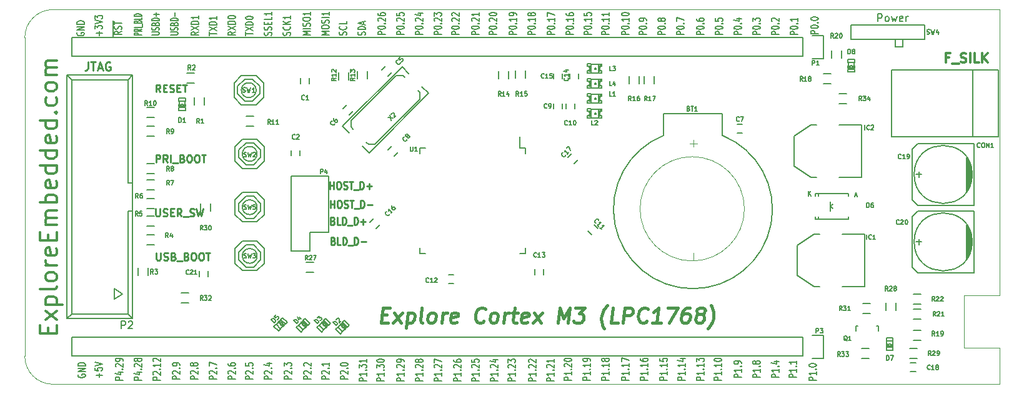
<source format=gto>
G04 #@! TF.FileFunction,Legend,Top*
%FSLAX46Y46*%
G04 Gerber Fmt 4.6, Leading zero omitted, Abs format (unit mm)*
G04 Created by KiCad (PCBNEW 4.0.1-stable) date 9/28/2017 1:44:01 PM*
%MOMM*%
G01*
G04 APERTURE LIST*
%ADD10C,0.150000*%
%ADD11C,0.222250*%
%ADD12C,0.100000*%
%ADD13C,0.300000*%
%ADD14C,0.127000*%
%ADD15C,0.444500*%
%ADD16C,0.285750*%
%ADD17C,0.250000*%
%ADD18C,0.190500*%
%ADD19C,0.158750*%
%ADD20C,0.203200*%
%ADD21C,0.101600*%
%ADD22C,0.088900*%
G04 APERTURE END LIST*
D10*
D11*
X130280834Y-105615619D02*
X130280834Y-104599619D01*
X130280834Y-105083429D02*
X130788834Y-105083429D01*
X130788834Y-105615619D02*
X130788834Y-104599619D01*
X131381500Y-104599619D02*
X131550833Y-104599619D01*
X131635500Y-104648000D01*
X131720167Y-104744762D01*
X131762500Y-104938286D01*
X131762500Y-105276952D01*
X131720167Y-105470476D01*
X131635500Y-105567238D01*
X131550833Y-105615619D01*
X131381500Y-105615619D01*
X131296833Y-105567238D01*
X131212167Y-105470476D01*
X131169833Y-105276952D01*
X131169833Y-104938286D01*
X131212167Y-104744762D01*
X131296833Y-104648000D01*
X131381500Y-104599619D01*
X132101166Y-105567238D02*
X132228166Y-105615619D01*
X132439833Y-105615619D01*
X132524500Y-105567238D01*
X132566833Y-105518857D01*
X132609166Y-105422095D01*
X132609166Y-105325333D01*
X132566833Y-105228571D01*
X132524500Y-105180190D01*
X132439833Y-105131810D01*
X132270500Y-105083429D01*
X132185833Y-105035048D01*
X132143500Y-104986667D01*
X132101166Y-104889905D01*
X132101166Y-104793143D01*
X132143500Y-104696381D01*
X132185833Y-104648000D01*
X132270500Y-104599619D01*
X132482166Y-104599619D01*
X132609166Y-104648000D01*
X132863167Y-104599619D02*
X133371167Y-104599619D01*
X133117167Y-105615619D02*
X133117167Y-104599619D01*
X133455833Y-105712381D02*
X134133166Y-105712381D01*
X134344833Y-105615619D02*
X134344833Y-104599619D01*
X134556499Y-104599619D01*
X134683499Y-104648000D01*
X134768166Y-104744762D01*
X134810499Y-104841524D01*
X134852833Y-105035048D01*
X134852833Y-105180190D01*
X134810499Y-105373714D01*
X134768166Y-105470476D01*
X134683499Y-105567238D01*
X134556499Y-105615619D01*
X134344833Y-105615619D01*
X135233833Y-105228571D02*
X135911166Y-105228571D01*
X135572499Y-105615619D02*
X135572499Y-104841524D01*
X130344334Y-108155619D02*
X130344334Y-107139619D01*
X130344334Y-107623429D02*
X130852334Y-107623429D01*
X130852334Y-108155619D02*
X130852334Y-107139619D01*
X131445000Y-107139619D02*
X131614333Y-107139619D01*
X131699000Y-107188000D01*
X131783667Y-107284762D01*
X131826000Y-107478286D01*
X131826000Y-107816952D01*
X131783667Y-108010476D01*
X131699000Y-108107238D01*
X131614333Y-108155619D01*
X131445000Y-108155619D01*
X131360333Y-108107238D01*
X131275667Y-108010476D01*
X131233333Y-107816952D01*
X131233333Y-107478286D01*
X131275667Y-107284762D01*
X131360333Y-107188000D01*
X131445000Y-107139619D01*
X132164666Y-108107238D02*
X132291666Y-108155619D01*
X132503333Y-108155619D01*
X132588000Y-108107238D01*
X132630333Y-108058857D01*
X132672666Y-107962095D01*
X132672666Y-107865333D01*
X132630333Y-107768571D01*
X132588000Y-107720190D01*
X132503333Y-107671810D01*
X132334000Y-107623429D01*
X132249333Y-107575048D01*
X132207000Y-107526667D01*
X132164666Y-107429905D01*
X132164666Y-107333143D01*
X132207000Y-107236381D01*
X132249333Y-107188000D01*
X132334000Y-107139619D01*
X132545666Y-107139619D01*
X132672666Y-107188000D01*
X132926667Y-107139619D02*
X133434667Y-107139619D01*
X133180667Y-108155619D02*
X133180667Y-107139619D01*
X133519333Y-108252381D02*
X134196666Y-108252381D01*
X134408333Y-108155619D02*
X134408333Y-107139619D01*
X134619999Y-107139619D01*
X134746999Y-107188000D01*
X134831666Y-107284762D01*
X134873999Y-107381524D01*
X134916333Y-107575048D01*
X134916333Y-107720190D01*
X134873999Y-107913714D01*
X134831666Y-108010476D01*
X134746999Y-108107238D01*
X134619999Y-108155619D01*
X134408333Y-108155619D01*
X135297333Y-107768571D02*
X135974666Y-107768571D01*
X130640667Y-109909429D02*
X130767667Y-109957810D01*
X130810000Y-110006190D01*
X130852334Y-110102952D01*
X130852334Y-110248095D01*
X130810000Y-110344857D01*
X130767667Y-110393238D01*
X130683000Y-110441619D01*
X130344334Y-110441619D01*
X130344334Y-109425619D01*
X130640667Y-109425619D01*
X130725334Y-109474000D01*
X130767667Y-109522381D01*
X130810000Y-109619143D01*
X130810000Y-109715905D01*
X130767667Y-109812667D01*
X130725334Y-109861048D01*
X130640667Y-109909429D01*
X130344334Y-109909429D01*
X131656667Y-110441619D02*
X131233334Y-110441619D01*
X131233334Y-109425619D01*
X131953001Y-110441619D02*
X131953001Y-109425619D01*
X132164667Y-109425619D01*
X132291667Y-109474000D01*
X132376334Y-109570762D01*
X132418667Y-109667524D01*
X132461001Y-109861048D01*
X132461001Y-110006190D01*
X132418667Y-110199714D01*
X132376334Y-110296476D01*
X132291667Y-110393238D01*
X132164667Y-110441619D01*
X131953001Y-110441619D01*
X132630334Y-110538381D02*
X133307667Y-110538381D01*
X133519334Y-110441619D02*
X133519334Y-109425619D01*
X133731000Y-109425619D01*
X133858000Y-109474000D01*
X133942667Y-109570762D01*
X133985000Y-109667524D01*
X134027334Y-109861048D01*
X134027334Y-110006190D01*
X133985000Y-110199714D01*
X133942667Y-110296476D01*
X133858000Y-110393238D01*
X133731000Y-110441619D01*
X133519334Y-110441619D01*
X134408334Y-110054571D02*
X135085667Y-110054571D01*
X134747000Y-110441619D02*
X134747000Y-109667524D01*
X130704167Y-112639929D02*
X130831167Y-112688310D01*
X130873500Y-112736690D01*
X130915834Y-112833452D01*
X130915834Y-112978595D01*
X130873500Y-113075357D01*
X130831167Y-113123738D01*
X130746500Y-113172119D01*
X130407834Y-113172119D01*
X130407834Y-112156119D01*
X130704167Y-112156119D01*
X130788834Y-112204500D01*
X130831167Y-112252881D01*
X130873500Y-112349643D01*
X130873500Y-112446405D01*
X130831167Y-112543167D01*
X130788834Y-112591548D01*
X130704167Y-112639929D01*
X130407834Y-112639929D01*
X131720167Y-113172119D02*
X131296834Y-113172119D01*
X131296834Y-112156119D01*
X132016501Y-113172119D02*
X132016501Y-112156119D01*
X132228167Y-112156119D01*
X132355167Y-112204500D01*
X132439834Y-112301262D01*
X132482167Y-112398024D01*
X132524501Y-112591548D01*
X132524501Y-112736690D01*
X132482167Y-112930214D01*
X132439834Y-113026976D01*
X132355167Y-113123738D01*
X132228167Y-113172119D01*
X132016501Y-113172119D01*
X132693834Y-113268881D02*
X133371167Y-113268881D01*
X133582834Y-113172119D02*
X133582834Y-112156119D01*
X133794500Y-112156119D01*
X133921500Y-112204500D01*
X134006167Y-112301262D01*
X134048500Y-112398024D01*
X134090834Y-112591548D01*
X134090834Y-112736690D01*
X134048500Y-112930214D01*
X134006167Y-113026976D01*
X133921500Y-113123738D01*
X133794500Y-113172119D01*
X133582834Y-113172119D01*
X134471834Y-112785071D02*
X135149167Y-112785071D01*
D12*
X220980000Y-120015000D02*
X220980000Y-81280000D01*
X220980000Y-132080000D02*
X220980000Y-127127000D01*
X216154000Y-127127000D02*
X220980000Y-127127000D01*
X216154000Y-120015000D02*
X216154000Y-127127000D01*
X220980000Y-120015000D02*
X216154000Y-120015000D01*
D13*
X214176429Y-87793286D02*
X213753096Y-87793286D01*
X213753096Y-88458524D02*
X213753096Y-87188524D01*
X214357858Y-87188524D01*
X214539286Y-88579476D02*
X215506905Y-88579476D01*
X215748810Y-88398048D02*
X215930238Y-88458524D01*
X216232619Y-88458524D01*
X216353572Y-88398048D01*
X216414048Y-88337571D01*
X216474524Y-88216619D01*
X216474524Y-88095667D01*
X216414048Y-87974714D01*
X216353572Y-87914238D01*
X216232619Y-87853762D01*
X215990715Y-87793286D01*
X215869762Y-87732810D01*
X215809286Y-87672333D01*
X215748810Y-87551381D01*
X215748810Y-87430429D01*
X215809286Y-87309476D01*
X215869762Y-87249000D01*
X215990715Y-87188524D01*
X216293095Y-87188524D01*
X216474524Y-87249000D01*
X217018810Y-88458524D02*
X217018810Y-87188524D01*
X218228334Y-88458524D02*
X217623572Y-88458524D01*
X217623572Y-87188524D01*
X218651667Y-88458524D02*
X218651667Y-87188524D01*
X219377381Y-88458524D02*
X218833096Y-87732810D01*
X219377381Y-87188524D02*
X218651667Y-87914238D01*
D12*
X92710000Y-81280000D02*
X218440000Y-81280000D01*
X92710000Y-132080000D02*
X220980000Y-132080000D01*
X88900000Y-85090000D02*
X88900000Y-128270000D01*
X88900000Y-128270000D02*
G75*
G03X92710000Y-132080000I3810000J0D01*
G01*
X92710000Y-81280000D02*
G75*
G03X88900000Y-85090000I0J-3810000D01*
G01*
D14*
X104726619Y-84727143D02*
X103710619Y-84727143D01*
X103710619Y-84533619D01*
X103759000Y-84485238D01*
X103807381Y-84461047D01*
X103904143Y-84436857D01*
X104049286Y-84436857D01*
X104146048Y-84461047D01*
X104194429Y-84485238D01*
X104242810Y-84533619D01*
X104242810Y-84727143D01*
X104726619Y-83928857D02*
X104242810Y-84098190D01*
X104726619Y-84219143D02*
X103710619Y-84219143D01*
X103710619Y-84025619D01*
X103759000Y-83977238D01*
X103807381Y-83953047D01*
X103904143Y-83928857D01*
X104049286Y-83928857D01*
X104146048Y-83953047D01*
X104194429Y-83977238D01*
X104242810Y-84025619D01*
X104242810Y-84219143D01*
X104726619Y-83711143D02*
X103710619Y-83711143D01*
X104823381Y-83590190D02*
X104823381Y-83203142D01*
X104194429Y-82912856D02*
X104242810Y-82840285D01*
X104291190Y-82816094D01*
X104387952Y-82791904D01*
X104533095Y-82791904D01*
X104629857Y-82816094D01*
X104678238Y-82840285D01*
X104726619Y-82888666D01*
X104726619Y-83082190D01*
X103710619Y-83082190D01*
X103710619Y-82912856D01*
X103759000Y-82864475D01*
X103807381Y-82840285D01*
X103904143Y-82816094D01*
X104000905Y-82816094D01*
X104097667Y-82840285D01*
X104146048Y-82864475D01*
X104194429Y-82912856D01*
X104194429Y-83082190D01*
X104726619Y-82332285D02*
X104726619Y-82574190D01*
X103710619Y-82574190D01*
X104726619Y-82162952D02*
X103710619Y-82162952D01*
X103710619Y-82041999D01*
X103759000Y-81969428D01*
X103855762Y-81921047D01*
X103952524Y-81896856D01*
X104146048Y-81872666D01*
X104291190Y-81872666D01*
X104484714Y-81896856D01*
X104581476Y-81921047D01*
X104678238Y-81969428D01*
X104726619Y-82041999D01*
X104726619Y-82162952D01*
D13*
X92038714Y-125185716D02*
X92038714Y-124423716D01*
X93236143Y-124097145D02*
X93236143Y-125185716D01*
X90950143Y-125185716D01*
X90950143Y-124097145D01*
X93236143Y-123335145D02*
X91712143Y-122137716D01*
X91712143Y-123335145D02*
X93236143Y-122137716D01*
X91712143Y-121266859D02*
X93998143Y-121266859D01*
X91821000Y-121266859D02*
X91712143Y-121049145D01*
X91712143Y-120613716D01*
X91821000Y-120396002D01*
X91929857Y-120287145D01*
X92147571Y-120178288D01*
X92800714Y-120178288D01*
X93018429Y-120287145D01*
X93127286Y-120396002D01*
X93236143Y-120613716D01*
X93236143Y-121049145D01*
X93127286Y-121266859D01*
X93236143Y-118872002D02*
X93127286Y-119089716D01*
X92909571Y-119198573D01*
X90950143Y-119198573D01*
X93236143Y-117674573D02*
X93127286Y-117892287D01*
X93018429Y-118001144D01*
X92800714Y-118110001D01*
X92147571Y-118110001D01*
X91929857Y-118001144D01*
X91821000Y-117892287D01*
X91712143Y-117674573D01*
X91712143Y-117348001D01*
X91821000Y-117130287D01*
X91929857Y-117021430D01*
X92147571Y-116912573D01*
X92800714Y-116912573D01*
X93018429Y-117021430D01*
X93127286Y-117130287D01*
X93236143Y-117348001D01*
X93236143Y-117674573D01*
X93236143Y-115932858D02*
X91712143Y-115932858D01*
X92147571Y-115932858D02*
X91929857Y-115824001D01*
X91821000Y-115715144D01*
X91712143Y-115497430D01*
X91712143Y-115279715D01*
X93127286Y-113646858D02*
X93236143Y-113864572D01*
X93236143Y-114300001D01*
X93127286Y-114517715D01*
X92909571Y-114626572D01*
X92038714Y-114626572D01*
X91821000Y-114517715D01*
X91712143Y-114300001D01*
X91712143Y-113864572D01*
X91821000Y-113646858D01*
X92038714Y-113538001D01*
X92256429Y-113538001D01*
X92474143Y-114626572D01*
X92038714Y-112558286D02*
X92038714Y-111796286D01*
X93236143Y-111469715D02*
X93236143Y-112558286D01*
X90950143Y-112558286D01*
X90950143Y-111469715D01*
X93236143Y-110490000D02*
X91712143Y-110490000D01*
X91929857Y-110490000D02*
X91821000Y-110381143D01*
X91712143Y-110163429D01*
X91712143Y-109836857D01*
X91821000Y-109619143D01*
X92038714Y-109510286D01*
X93236143Y-109510286D01*
X92038714Y-109510286D02*
X91821000Y-109401429D01*
X91712143Y-109183715D01*
X91712143Y-108857143D01*
X91821000Y-108639429D01*
X92038714Y-108530572D01*
X93236143Y-108530572D01*
X93236143Y-107442000D02*
X90950143Y-107442000D01*
X91821000Y-107442000D02*
X91712143Y-107224286D01*
X91712143Y-106788857D01*
X91821000Y-106571143D01*
X91929857Y-106462286D01*
X92147571Y-106353429D01*
X92800714Y-106353429D01*
X93018429Y-106462286D01*
X93127286Y-106571143D01*
X93236143Y-106788857D01*
X93236143Y-107224286D01*
X93127286Y-107442000D01*
X93127286Y-104502857D02*
X93236143Y-104720571D01*
X93236143Y-105156000D01*
X93127286Y-105373714D01*
X92909571Y-105482571D01*
X92038714Y-105482571D01*
X91821000Y-105373714D01*
X91712143Y-105156000D01*
X91712143Y-104720571D01*
X91821000Y-104502857D01*
X92038714Y-104394000D01*
X92256429Y-104394000D01*
X92474143Y-105482571D01*
X93236143Y-102434571D02*
X90950143Y-102434571D01*
X93127286Y-102434571D02*
X93236143Y-102652285D01*
X93236143Y-103087714D01*
X93127286Y-103305428D01*
X93018429Y-103414285D01*
X92800714Y-103523142D01*
X92147571Y-103523142D01*
X91929857Y-103414285D01*
X91821000Y-103305428D01*
X91712143Y-103087714D01*
X91712143Y-102652285D01*
X91821000Y-102434571D01*
X93236143Y-100366285D02*
X90950143Y-100366285D01*
X93127286Y-100366285D02*
X93236143Y-100583999D01*
X93236143Y-101019428D01*
X93127286Y-101237142D01*
X93018429Y-101345999D01*
X92800714Y-101454856D01*
X92147571Y-101454856D01*
X91929857Y-101345999D01*
X91821000Y-101237142D01*
X91712143Y-101019428D01*
X91712143Y-100583999D01*
X91821000Y-100366285D01*
X93127286Y-98406856D02*
X93236143Y-98624570D01*
X93236143Y-99059999D01*
X93127286Y-99277713D01*
X92909571Y-99386570D01*
X92038714Y-99386570D01*
X91821000Y-99277713D01*
X91712143Y-99059999D01*
X91712143Y-98624570D01*
X91821000Y-98406856D01*
X92038714Y-98297999D01*
X92256429Y-98297999D01*
X92474143Y-99386570D01*
X93236143Y-96338570D02*
X90950143Y-96338570D01*
X93127286Y-96338570D02*
X93236143Y-96556284D01*
X93236143Y-96991713D01*
X93127286Y-97209427D01*
X93018429Y-97318284D01*
X92800714Y-97427141D01*
X92147571Y-97427141D01*
X91929857Y-97318284D01*
X91821000Y-97209427D01*
X91712143Y-96991713D01*
X91712143Y-96556284D01*
X91821000Y-96338570D01*
X93018429Y-95249998D02*
X93127286Y-95141141D01*
X93236143Y-95249998D01*
X93127286Y-95358855D01*
X93018429Y-95249998D01*
X93236143Y-95249998D01*
X93127286Y-93181713D02*
X93236143Y-93399427D01*
X93236143Y-93834856D01*
X93127286Y-94052570D01*
X93018429Y-94161427D01*
X92800714Y-94270284D01*
X92147571Y-94270284D01*
X91929857Y-94161427D01*
X91821000Y-94052570D01*
X91712143Y-93834856D01*
X91712143Y-93399427D01*
X91821000Y-93181713D01*
X93236143Y-91875427D02*
X93127286Y-92093141D01*
X93018429Y-92201998D01*
X92800714Y-92310855D01*
X92147571Y-92310855D01*
X91929857Y-92201998D01*
X91821000Y-92093141D01*
X91712143Y-91875427D01*
X91712143Y-91548855D01*
X91821000Y-91331141D01*
X91929857Y-91222284D01*
X92147571Y-91113427D01*
X92800714Y-91113427D01*
X93018429Y-91222284D01*
X93127286Y-91331141D01*
X93236143Y-91548855D01*
X93236143Y-91875427D01*
X93236143Y-90133712D02*
X91712143Y-90133712D01*
X91929857Y-90133712D02*
X91821000Y-90024855D01*
X91712143Y-89807141D01*
X91712143Y-89480569D01*
X91821000Y-89262855D01*
X92038714Y-89153998D01*
X93236143Y-89153998D01*
X92038714Y-89153998D02*
X91821000Y-89045141D01*
X91712143Y-88827427D01*
X91712143Y-88500855D01*
X91821000Y-88283141D01*
X92038714Y-88174284D01*
X93236143Y-88174284D01*
D15*
X137287002Y-122663857D02*
X137964335Y-122663857D01*
X138121573Y-123728238D02*
X137153954Y-123728238D01*
X137407954Y-121696238D01*
X138375573Y-121696238D01*
X138798906Y-123728238D02*
X140032621Y-122373571D01*
X138968240Y-122373571D02*
X139863287Y-123728238D01*
X140806716Y-122373571D02*
X140552716Y-124405571D01*
X140794620Y-122470333D02*
X141000239Y-122373571D01*
X141387287Y-122373571D01*
X141568715Y-122470333D01*
X141653382Y-122567095D01*
X141725954Y-122760619D01*
X141653382Y-123341190D01*
X141532430Y-123534714D01*
X141423573Y-123631476D01*
X141217953Y-123728238D01*
X140830905Y-123728238D01*
X140649478Y-123631476D01*
X142766143Y-123728238D02*
X142584715Y-123631476D01*
X142512144Y-123437952D01*
X142729858Y-121696238D01*
X143830524Y-123728238D02*
X143649096Y-123631476D01*
X143564430Y-123534714D01*
X143491858Y-123341190D01*
X143564430Y-122760619D01*
X143685382Y-122567095D01*
X143794238Y-122470333D01*
X143999858Y-122373571D01*
X144290144Y-122373571D01*
X144471572Y-122470333D01*
X144556239Y-122567095D01*
X144628811Y-122760619D01*
X144556239Y-123341190D01*
X144435287Y-123534714D01*
X144326430Y-123631476D01*
X144120810Y-123728238D01*
X143830524Y-123728238D01*
X145378715Y-123728238D02*
X145548049Y-122373571D01*
X145499668Y-122760619D02*
X145620619Y-122567095D01*
X145729476Y-122470333D01*
X145935096Y-122373571D01*
X146128620Y-122373571D01*
X147422811Y-123631476D02*
X147217191Y-123728238D01*
X146830143Y-123728238D01*
X146648716Y-123631476D01*
X146576144Y-123437952D01*
X146672906Y-122663857D01*
X146793858Y-122470333D01*
X146999477Y-122373571D01*
X147386525Y-122373571D01*
X147567953Y-122470333D01*
X147640525Y-122663857D01*
X147616334Y-122857381D01*
X146624525Y-123050905D01*
X151111857Y-123534714D02*
X151003000Y-123631476D01*
X150700619Y-123728238D01*
X150507095Y-123728238D01*
X150228905Y-123631476D01*
X150059571Y-123437952D01*
X149987000Y-123244429D01*
X149938619Y-122857381D01*
X149974905Y-122567095D01*
X150120048Y-122180048D01*
X150241000Y-121986524D01*
X150458714Y-121793000D01*
X150761095Y-121696238D01*
X150954619Y-121696238D01*
X151232809Y-121793000D01*
X151317476Y-121889762D01*
X152248809Y-123728238D02*
X152067381Y-123631476D01*
X151982715Y-123534714D01*
X151910143Y-123341190D01*
X151982715Y-122760619D01*
X152103667Y-122567095D01*
X152212523Y-122470333D01*
X152418143Y-122373571D01*
X152708429Y-122373571D01*
X152889857Y-122470333D01*
X152974524Y-122567095D01*
X153047096Y-122760619D01*
X152974524Y-123341190D01*
X152853572Y-123534714D01*
X152744715Y-123631476D01*
X152539095Y-123728238D01*
X152248809Y-123728238D01*
X153797000Y-123728238D02*
X153966334Y-122373571D01*
X153917953Y-122760619D02*
X154038904Y-122567095D01*
X154147761Y-122470333D01*
X154353381Y-122373571D01*
X154546905Y-122373571D01*
X154933953Y-122373571D02*
X155708048Y-122373571D01*
X155308905Y-121696238D02*
X155091191Y-123437952D01*
X155163762Y-123631476D01*
X155345190Y-123728238D01*
X155538714Y-123728238D01*
X157002239Y-123631476D02*
X156796619Y-123728238D01*
X156409571Y-123728238D01*
X156228144Y-123631476D01*
X156155572Y-123437952D01*
X156252334Y-122663857D01*
X156373286Y-122470333D01*
X156578905Y-122373571D01*
X156965953Y-122373571D01*
X157147381Y-122470333D01*
X157219953Y-122663857D01*
X157195762Y-122857381D01*
X156203953Y-123050905D01*
X157764238Y-123728238D02*
X158997953Y-122373571D01*
X157933572Y-122373571D02*
X158828619Y-123728238D01*
X161150904Y-123728238D02*
X161404904Y-121696238D01*
X161900809Y-123147667D01*
X162759570Y-121696238D01*
X162505570Y-123728238D01*
X163533666Y-121696238D02*
X164791570Y-121696238D01*
X164017475Y-122470333D01*
X164307761Y-122470333D01*
X164489190Y-122567095D01*
X164573857Y-122663857D01*
X164646427Y-122857381D01*
X164585951Y-123341190D01*
X164465000Y-123534714D01*
X164356143Y-123631476D01*
X164150523Y-123728238D01*
X163569951Y-123728238D01*
X163388524Y-123631476D01*
X163303857Y-123534714D01*
X167440427Y-124502333D02*
X167355761Y-124405571D01*
X167198522Y-124115286D01*
X167125951Y-123921762D01*
X167065475Y-123631476D01*
X167029190Y-123147667D01*
X167077571Y-122760619D01*
X167234808Y-122276810D01*
X167367856Y-121986524D01*
X167488808Y-121793000D01*
X167718618Y-121502714D01*
X167827475Y-121405952D01*
X169278904Y-123728238D02*
X168311285Y-123728238D01*
X168565285Y-121696238D01*
X169956237Y-123728238D02*
X170210237Y-121696238D01*
X170984332Y-121696238D01*
X171165761Y-121793000D01*
X171250427Y-121889762D01*
X171322998Y-122083286D01*
X171286713Y-122373571D01*
X171165760Y-122567095D01*
X171056904Y-122663857D01*
X170851285Y-122760619D01*
X170077190Y-122760619D01*
X173173570Y-123534714D02*
X173064713Y-123631476D01*
X172762332Y-123728238D01*
X172568808Y-123728238D01*
X172290618Y-123631476D01*
X172121284Y-123437952D01*
X172048713Y-123244429D01*
X172000332Y-122857381D01*
X172036618Y-122567095D01*
X172181761Y-122180048D01*
X172302713Y-121986524D01*
X172520427Y-121793000D01*
X172822808Y-121696238D01*
X173016332Y-121696238D01*
X173294522Y-121793000D01*
X173379189Y-121889762D01*
X175084617Y-123728238D02*
X173923475Y-123728238D01*
X174504046Y-123728238D02*
X174758046Y-121696238D01*
X174528237Y-121986524D01*
X174310522Y-122180048D01*
X174104904Y-122276810D01*
X176015951Y-121696238D02*
X177370617Y-121696238D01*
X176245760Y-123728238D01*
X179015570Y-121696238D02*
X178628522Y-121696238D01*
X178422903Y-121793000D01*
X178314046Y-121889762D01*
X178084237Y-122180048D01*
X177939094Y-122567095D01*
X177842332Y-123341190D01*
X177914904Y-123534714D01*
X177999570Y-123631476D01*
X178180998Y-123728238D01*
X178568046Y-123728238D01*
X178773666Y-123631476D01*
X178882523Y-123534714D01*
X179003474Y-123341190D01*
X179063950Y-122857381D01*
X178991380Y-122663857D01*
X178906713Y-122567095D01*
X178725284Y-122470333D01*
X178338236Y-122470333D01*
X178132617Y-122567095D01*
X178023761Y-122663857D01*
X177902808Y-122857381D01*
X180261379Y-122567095D02*
X180079950Y-122470333D01*
X179995285Y-122373571D01*
X179922713Y-122180048D01*
X179934808Y-122083286D01*
X180055761Y-121889762D01*
X180164617Y-121793000D01*
X180370236Y-121696238D01*
X180757284Y-121696238D01*
X180938713Y-121793000D01*
X181023380Y-121889762D01*
X181095950Y-122083286D01*
X181083855Y-122180048D01*
X180962904Y-122373571D01*
X180854046Y-122470333D01*
X180648427Y-122567095D01*
X180261379Y-122567095D01*
X180055760Y-122663857D01*
X179946904Y-122760619D01*
X179825951Y-122954143D01*
X179777570Y-123341190D01*
X179850142Y-123534714D01*
X179934808Y-123631476D01*
X180116236Y-123728238D01*
X180503284Y-123728238D01*
X180708904Y-123631476D01*
X180817761Y-123534714D01*
X180938712Y-123341190D01*
X180987093Y-122954143D01*
X180914523Y-122760619D01*
X180829856Y-122663857D01*
X180648427Y-122567095D01*
X181470903Y-124502333D02*
X181579761Y-124405571D01*
X181809569Y-124115286D01*
X181930522Y-123921762D01*
X182063570Y-123631476D01*
X182220808Y-123147667D01*
X182269189Y-122760619D01*
X182232903Y-122276810D01*
X182172427Y-121986524D01*
X182099855Y-121793000D01*
X181942618Y-121502714D01*
X181857951Y-121405952D01*
D16*
X97472500Y-88401071D02*
X97472500Y-89217500D01*
X97418072Y-89380786D01*
X97309215Y-89489643D01*
X97145929Y-89544071D01*
X97037072Y-89544071D01*
X97853500Y-88401071D02*
X98506643Y-88401071D01*
X98180072Y-89544071D02*
X98180072Y-88401071D01*
X98833214Y-89217500D02*
X99377500Y-89217500D01*
X98724357Y-89544071D02*
X99105357Y-88401071D01*
X99486357Y-89544071D01*
X100466071Y-88455500D02*
X100357214Y-88401071D01*
X100193928Y-88401071D01*
X100030643Y-88455500D01*
X99921785Y-88564357D01*
X99867357Y-88673214D01*
X99812928Y-88890929D01*
X99812928Y-89054214D01*
X99867357Y-89271929D01*
X99921785Y-89380786D01*
X100030643Y-89489643D01*
X100193928Y-89544071D01*
X100302785Y-89544071D01*
X100466071Y-89489643D01*
X100520500Y-89435214D01*
X100520500Y-89054214D01*
X100302785Y-89054214D01*
D17*
X106648643Y-108291381D02*
X106648643Y-109100905D01*
X106696262Y-109196143D01*
X106743881Y-109243762D01*
X106839119Y-109291381D01*
X107029596Y-109291381D01*
X107124834Y-109243762D01*
X107172453Y-109196143D01*
X107220072Y-109100905D01*
X107220072Y-108291381D01*
X107648643Y-109243762D02*
X107791500Y-109291381D01*
X108029596Y-109291381D01*
X108124834Y-109243762D01*
X108172453Y-109196143D01*
X108220072Y-109100905D01*
X108220072Y-109005667D01*
X108172453Y-108910429D01*
X108124834Y-108862810D01*
X108029596Y-108815190D01*
X107839119Y-108767571D01*
X107743881Y-108719952D01*
X107696262Y-108672333D01*
X107648643Y-108577095D01*
X107648643Y-108481857D01*
X107696262Y-108386619D01*
X107743881Y-108339000D01*
X107839119Y-108291381D01*
X108077215Y-108291381D01*
X108220072Y-108339000D01*
X108648643Y-108767571D02*
X108981977Y-108767571D01*
X109124834Y-109291381D02*
X108648643Y-109291381D01*
X108648643Y-108291381D01*
X109124834Y-108291381D01*
X110124834Y-109291381D02*
X109791500Y-108815190D01*
X109553405Y-109291381D02*
X109553405Y-108291381D01*
X109934358Y-108291381D01*
X110029596Y-108339000D01*
X110077215Y-108386619D01*
X110124834Y-108481857D01*
X110124834Y-108624714D01*
X110077215Y-108719952D01*
X110029596Y-108767571D01*
X109934358Y-108815190D01*
X109553405Y-108815190D01*
X110315310Y-109386619D02*
X111077215Y-109386619D01*
X111267691Y-109243762D02*
X111410548Y-109291381D01*
X111648644Y-109291381D01*
X111743882Y-109243762D01*
X111791501Y-109196143D01*
X111839120Y-109100905D01*
X111839120Y-109005667D01*
X111791501Y-108910429D01*
X111743882Y-108862810D01*
X111648644Y-108815190D01*
X111458167Y-108767571D01*
X111362929Y-108719952D01*
X111315310Y-108672333D01*
X111267691Y-108577095D01*
X111267691Y-108481857D01*
X111315310Y-108386619D01*
X111362929Y-108339000D01*
X111458167Y-108291381D01*
X111696263Y-108291381D01*
X111839120Y-108339000D01*
X112172453Y-108291381D02*
X112410548Y-109291381D01*
X112601025Y-108577095D01*
X112791501Y-109291381D01*
X113029596Y-108291381D01*
X106728071Y-114260381D02*
X106728071Y-115069905D01*
X106775690Y-115165143D01*
X106823309Y-115212762D01*
X106918547Y-115260381D01*
X107109024Y-115260381D01*
X107204262Y-115212762D01*
X107251881Y-115165143D01*
X107299500Y-115069905D01*
X107299500Y-114260381D01*
X107728071Y-115212762D02*
X107870928Y-115260381D01*
X108109024Y-115260381D01*
X108204262Y-115212762D01*
X108251881Y-115165143D01*
X108299500Y-115069905D01*
X108299500Y-114974667D01*
X108251881Y-114879429D01*
X108204262Y-114831810D01*
X108109024Y-114784190D01*
X107918547Y-114736571D01*
X107823309Y-114688952D01*
X107775690Y-114641333D01*
X107728071Y-114546095D01*
X107728071Y-114450857D01*
X107775690Y-114355619D01*
X107823309Y-114308000D01*
X107918547Y-114260381D01*
X108156643Y-114260381D01*
X108299500Y-114308000D01*
X109061405Y-114736571D02*
X109204262Y-114784190D01*
X109251881Y-114831810D01*
X109299500Y-114927048D01*
X109299500Y-115069905D01*
X109251881Y-115165143D01*
X109204262Y-115212762D01*
X109109024Y-115260381D01*
X108728071Y-115260381D01*
X108728071Y-114260381D01*
X109061405Y-114260381D01*
X109156643Y-114308000D01*
X109204262Y-114355619D01*
X109251881Y-114450857D01*
X109251881Y-114546095D01*
X109204262Y-114641333D01*
X109156643Y-114688952D01*
X109061405Y-114736571D01*
X108728071Y-114736571D01*
X109489976Y-115355619D02*
X110251881Y-115355619D01*
X110823310Y-114736571D02*
X110966167Y-114784190D01*
X111013786Y-114831810D01*
X111061405Y-114927048D01*
X111061405Y-115069905D01*
X111013786Y-115165143D01*
X110966167Y-115212762D01*
X110870929Y-115260381D01*
X110489976Y-115260381D01*
X110489976Y-114260381D01*
X110823310Y-114260381D01*
X110918548Y-114308000D01*
X110966167Y-114355619D01*
X111013786Y-114450857D01*
X111013786Y-114546095D01*
X110966167Y-114641333D01*
X110918548Y-114688952D01*
X110823310Y-114736571D01*
X110489976Y-114736571D01*
X111680452Y-114260381D02*
X111870929Y-114260381D01*
X111966167Y-114308000D01*
X112061405Y-114403238D01*
X112109024Y-114593714D01*
X112109024Y-114927048D01*
X112061405Y-115117524D01*
X111966167Y-115212762D01*
X111870929Y-115260381D01*
X111680452Y-115260381D01*
X111585214Y-115212762D01*
X111489976Y-115117524D01*
X111442357Y-114927048D01*
X111442357Y-114593714D01*
X111489976Y-114403238D01*
X111585214Y-114308000D01*
X111680452Y-114260381D01*
X112728071Y-114260381D02*
X112918548Y-114260381D01*
X113013786Y-114308000D01*
X113109024Y-114403238D01*
X113156643Y-114593714D01*
X113156643Y-114927048D01*
X113109024Y-115117524D01*
X113013786Y-115212762D01*
X112918548Y-115260381D01*
X112728071Y-115260381D01*
X112632833Y-115212762D01*
X112537595Y-115117524D01*
X112489976Y-114927048D01*
X112489976Y-114593714D01*
X112537595Y-114403238D01*
X112632833Y-114308000D01*
X112728071Y-114260381D01*
X113442357Y-114260381D02*
X114013786Y-114260381D01*
X113728071Y-115260381D02*
X113728071Y-114260381D01*
X106672476Y-101988881D02*
X106672476Y-100988881D01*
X107053429Y-100988881D01*
X107148667Y-101036500D01*
X107196286Y-101084119D01*
X107243905Y-101179357D01*
X107243905Y-101322214D01*
X107196286Y-101417452D01*
X107148667Y-101465071D01*
X107053429Y-101512690D01*
X106672476Y-101512690D01*
X108243905Y-101988881D02*
X107910571Y-101512690D01*
X107672476Y-101988881D02*
X107672476Y-100988881D01*
X108053429Y-100988881D01*
X108148667Y-101036500D01*
X108196286Y-101084119D01*
X108243905Y-101179357D01*
X108243905Y-101322214D01*
X108196286Y-101417452D01*
X108148667Y-101465071D01*
X108053429Y-101512690D01*
X107672476Y-101512690D01*
X108672476Y-101988881D02*
X108672476Y-100988881D01*
X108910571Y-102084119D02*
X109672476Y-102084119D01*
X110243905Y-101465071D02*
X110386762Y-101512690D01*
X110434381Y-101560310D01*
X110482000Y-101655548D01*
X110482000Y-101798405D01*
X110434381Y-101893643D01*
X110386762Y-101941262D01*
X110291524Y-101988881D01*
X109910571Y-101988881D01*
X109910571Y-100988881D01*
X110243905Y-100988881D01*
X110339143Y-101036500D01*
X110386762Y-101084119D01*
X110434381Y-101179357D01*
X110434381Y-101274595D01*
X110386762Y-101369833D01*
X110339143Y-101417452D01*
X110243905Y-101465071D01*
X109910571Y-101465071D01*
X111101047Y-100988881D02*
X111291524Y-100988881D01*
X111386762Y-101036500D01*
X111482000Y-101131738D01*
X111529619Y-101322214D01*
X111529619Y-101655548D01*
X111482000Y-101846024D01*
X111386762Y-101941262D01*
X111291524Y-101988881D01*
X111101047Y-101988881D01*
X111005809Y-101941262D01*
X110910571Y-101846024D01*
X110862952Y-101655548D01*
X110862952Y-101322214D01*
X110910571Y-101131738D01*
X111005809Y-101036500D01*
X111101047Y-100988881D01*
X112148666Y-100988881D02*
X112339143Y-100988881D01*
X112434381Y-101036500D01*
X112529619Y-101131738D01*
X112577238Y-101322214D01*
X112577238Y-101655548D01*
X112529619Y-101846024D01*
X112434381Y-101941262D01*
X112339143Y-101988881D01*
X112148666Y-101988881D01*
X112053428Y-101941262D01*
X111958190Y-101846024D01*
X111910571Y-101655548D01*
X111910571Y-101322214D01*
X111958190Y-101131738D01*
X112053428Y-101036500D01*
X112148666Y-100988881D01*
X112862952Y-100988881D02*
X113434381Y-100988881D01*
X113148666Y-101988881D02*
X113148666Y-100988881D01*
X107259619Y-92463881D02*
X106926285Y-91987690D01*
X106688190Y-92463881D02*
X106688190Y-91463881D01*
X107069143Y-91463881D01*
X107164381Y-91511500D01*
X107212000Y-91559119D01*
X107259619Y-91654357D01*
X107259619Y-91797214D01*
X107212000Y-91892452D01*
X107164381Y-91940071D01*
X107069143Y-91987690D01*
X106688190Y-91987690D01*
X107688190Y-91940071D02*
X108021524Y-91940071D01*
X108164381Y-92463881D02*
X107688190Y-92463881D01*
X107688190Y-91463881D01*
X108164381Y-91463881D01*
X108545333Y-92416262D02*
X108688190Y-92463881D01*
X108926286Y-92463881D01*
X109021524Y-92416262D01*
X109069143Y-92368643D01*
X109116762Y-92273405D01*
X109116762Y-92178167D01*
X109069143Y-92082929D01*
X109021524Y-92035310D01*
X108926286Y-91987690D01*
X108735809Y-91940071D01*
X108640571Y-91892452D01*
X108592952Y-91844833D01*
X108545333Y-91749595D01*
X108545333Y-91654357D01*
X108592952Y-91559119D01*
X108640571Y-91511500D01*
X108735809Y-91463881D01*
X108973905Y-91463881D01*
X109116762Y-91511500D01*
X109545333Y-91940071D02*
X109878667Y-91940071D01*
X110021524Y-92463881D02*
X109545333Y-92463881D01*
X109545333Y-91463881D01*
X110021524Y-91463881D01*
X110307238Y-91463881D02*
X110878667Y-91463881D01*
X110592952Y-92463881D02*
X110592952Y-91463881D01*
D18*
X99005571Y-84781571D02*
X99005571Y-84201000D01*
X99392619Y-84491286D02*
X98618524Y-84491286D01*
X98376619Y-83910714D02*
X98376619Y-83439000D01*
X98763667Y-83693000D01*
X98763667Y-83584142D01*
X98812048Y-83511571D01*
X98860429Y-83475285D01*
X98957190Y-83439000D01*
X99199095Y-83439000D01*
X99295857Y-83475285D01*
X99344238Y-83511571D01*
X99392619Y-83584142D01*
X99392619Y-83801857D01*
X99344238Y-83874428D01*
X99295857Y-83910714D01*
X98376619Y-83221286D02*
X99392619Y-82967286D01*
X98376619Y-82713286D01*
X98376619Y-82531857D02*
X98376619Y-82060143D01*
X98763667Y-82314143D01*
X98763667Y-82205285D01*
X98812048Y-82132714D01*
X98860429Y-82096428D01*
X98957190Y-82060143D01*
X99199095Y-82060143D01*
X99295857Y-82096428D01*
X99344238Y-82132714D01*
X99392619Y-82205285D01*
X99392619Y-82423000D01*
X99344238Y-82495571D01*
X99295857Y-82531857D01*
D19*
X106123619Y-84696905D02*
X106946095Y-84696905D01*
X107042857Y-84666666D01*
X107091238Y-84636428D01*
X107139619Y-84575952D01*
X107139619Y-84455000D01*
X107091238Y-84394524D01*
X107042857Y-84364285D01*
X106946095Y-84334047D01*
X106123619Y-84334047D01*
X107091238Y-84061905D02*
X107139619Y-83971190D01*
X107139619Y-83820000D01*
X107091238Y-83759524D01*
X107042857Y-83729286D01*
X106946095Y-83699047D01*
X106849333Y-83699047D01*
X106752571Y-83729286D01*
X106704190Y-83759524D01*
X106655810Y-83820000D01*
X106607429Y-83940952D01*
X106559048Y-84001428D01*
X106510667Y-84031667D01*
X106413905Y-84061905D01*
X106317143Y-84061905D01*
X106220381Y-84031667D01*
X106172000Y-84001428D01*
X106123619Y-83940952D01*
X106123619Y-83789762D01*
X106172000Y-83699047D01*
X106607429Y-83215238D02*
X106655810Y-83124524D01*
X106704190Y-83094285D01*
X106800952Y-83064047D01*
X106946095Y-83064047D01*
X107042857Y-83094285D01*
X107091238Y-83124524D01*
X107139619Y-83185000D01*
X107139619Y-83426905D01*
X106123619Y-83426905D01*
X106123619Y-83215238D01*
X106172000Y-83154762D01*
X106220381Y-83124524D01*
X106317143Y-83094285D01*
X106413905Y-83094285D01*
X106510667Y-83124524D01*
X106559048Y-83154762D01*
X106607429Y-83215238D01*
X106607429Y-83426905D01*
X107139619Y-82791905D02*
X106123619Y-82791905D01*
X106123619Y-82640714D01*
X106172000Y-82550000D01*
X106268762Y-82489524D01*
X106365524Y-82459285D01*
X106559048Y-82429047D01*
X106704190Y-82429047D01*
X106897714Y-82459285D01*
X106994476Y-82489524D01*
X107091238Y-82550000D01*
X107139619Y-82640714D01*
X107139619Y-82791905D01*
X106752571Y-82156905D02*
X106752571Y-81673095D01*
X107139619Y-81915000D02*
X106365524Y-81915000D01*
X108663619Y-84696905D02*
X109486095Y-84696905D01*
X109582857Y-84666666D01*
X109631238Y-84636428D01*
X109679619Y-84575952D01*
X109679619Y-84455000D01*
X109631238Y-84394524D01*
X109582857Y-84364285D01*
X109486095Y-84334047D01*
X108663619Y-84334047D01*
X109631238Y-84061905D02*
X109679619Y-83971190D01*
X109679619Y-83820000D01*
X109631238Y-83759524D01*
X109582857Y-83729286D01*
X109486095Y-83699047D01*
X109389333Y-83699047D01*
X109292571Y-83729286D01*
X109244190Y-83759524D01*
X109195810Y-83820000D01*
X109147429Y-83940952D01*
X109099048Y-84001428D01*
X109050667Y-84031667D01*
X108953905Y-84061905D01*
X108857143Y-84061905D01*
X108760381Y-84031667D01*
X108712000Y-84001428D01*
X108663619Y-83940952D01*
X108663619Y-83789762D01*
X108712000Y-83699047D01*
X109147429Y-83215238D02*
X109195810Y-83124524D01*
X109244190Y-83094285D01*
X109340952Y-83064047D01*
X109486095Y-83064047D01*
X109582857Y-83094285D01*
X109631238Y-83124524D01*
X109679619Y-83185000D01*
X109679619Y-83426905D01*
X108663619Y-83426905D01*
X108663619Y-83215238D01*
X108712000Y-83154762D01*
X108760381Y-83124524D01*
X108857143Y-83094285D01*
X108953905Y-83094285D01*
X109050667Y-83124524D01*
X109099048Y-83154762D01*
X109147429Y-83215238D01*
X109147429Y-83426905D01*
X109679619Y-82791905D02*
X108663619Y-82791905D01*
X108663619Y-82640714D01*
X108712000Y-82550000D01*
X108808762Y-82489524D01*
X108905524Y-82459285D01*
X109099048Y-82429047D01*
X109244190Y-82429047D01*
X109437714Y-82459285D01*
X109534476Y-82489524D01*
X109631238Y-82550000D01*
X109679619Y-82640714D01*
X109679619Y-82791905D01*
X109292571Y-82156905D02*
X109292571Y-81673095D01*
D18*
X102059619Y-84237285D02*
X101575810Y-84491285D01*
X102059619Y-84672713D02*
X101043619Y-84672713D01*
X101043619Y-84382428D01*
X101092000Y-84309856D01*
X101140381Y-84273571D01*
X101237143Y-84237285D01*
X101382286Y-84237285D01*
X101479048Y-84273571D01*
X101527429Y-84309856D01*
X101575810Y-84382428D01*
X101575810Y-84672713D01*
X102011238Y-83946999D02*
X102059619Y-83838142D01*
X102059619Y-83656713D01*
X102011238Y-83584142D01*
X101962857Y-83547856D01*
X101866095Y-83511571D01*
X101769333Y-83511571D01*
X101672571Y-83547856D01*
X101624190Y-83584142D01*
X101575810Y-83656713D01*
X101527429Y-83801856D01*
X101479048Y-83874428D01*
X101430667Y-83910713D01*
X101333905Y-83946999D01*
X101237143Y-83946999D01*
X101140381Y-83910713D01*
X101092000Y-83874428D01*
X101043619Y-83801856D01*
X101043619Y-83620428D01*
X101092000Y-83511571D01*
X101043619Y-83293857D02*
X101043619Y-82858428D01*
X102059619Y-83076142D02*
X101043619Y-83076142D01*
X100868480Y-84854142D02*
X100868480Y-82785857D01*
X96012000Y-84400572D02*
X95963619Y-84473143D01*
X95963619Y-84582000D01*
X96012000Y-84690857D01*
X96108762Y-84763429D01*
X96205524Y-84799714D01*
X96399048Y-84836000D01*
X96544190Y-84836000D01*
X96737714Y-84799714D01*
X96834476Y-84763429D01*
X96931238Y-84690857D01*
X96979619Y-84582000D01*
X96979619Y-84509429D01*
X96931238Y-84400572D01*
X96882857Y-84364286D01*
X96544190Y-84364286D01*
X96544190Y-84509429D01*
X96979619Y-84037714D02*
X95963619Y-84037714D01*
X96979619Y-83602286D01*
X95963619Y-83602286D01*
X96979619Y-83239428D02*
X95963619Y-83239428D01*
X95963619Y-83058000D01*
X96012000Y-82949143D01*
X96108762Y-82876571D01*
X96205524Y-82840286D01*
X96399048Y-82804000D01*
X96544190Y-82804000D01*
X96737714Y-82840286D01*
X96834476Y-82876571D01*
X96931238Y-82949143D01*
X96979619Y-83058000D01*
X96979619Y-83239428D01*
X112473619Y-84309857D02*
X111989810Y-84563857D01*
X112473619Y-84745285D02*
X111457619Y-84745285D01*
X111457619Y-84455000D01*
X111506000Y-84382428D01*
X111554381Y-84346143D01*
X111651143Y-84309857D01*
X111796286Y-84309857D01*
X111893048Y-84346143D01*
X111941429Y-84382428D01*
X111989810Y-84455000D01*
X111989810Y-84745285D01*
X111457619Y-84055857D02*
X112473619Y-83547857D01*
X111457619Y-83547857D02*
X112473619Y-84055857D01*
X112473619Y-83257571D02*
X111457619Y-83257571D01*
X111457619Y-83076143D01*
X111506000Y-82967286D01*
X111602762Y-82894714D01*
X111699524Y-82858429D01*
X111893048Y-82822143D01*
X112038190Y-82822143D01*
X112231714Y-82858429D01*
X112328476Y-82894714D01*
X112425238Y-82967286D01*
X112473619Y-83076143D01*
X112473619Y-83257571D01*
X112473619Y-82096429D02*
X112473619Y-82531857D01*
X112473619Y-82314143D02*
X111457619Y-82314143D01*
X111602762Y-82386714D01*
X111699524Y-82459286D01*
X111747905Y-82531857D01*
X113870619Y-84763428D02*
X113870619Y-84327999D01*
X114886619Y-84545713D02*
X113870619Y-84545713D01*
X113870619Y-84146571D02*
X114886619Y-83638571D01*
X113870619Y-83638571D02*
X114886619Y-84146571D01*
X114886619Y-83348285D02*
X113870619Y-83348285D01*
X113870619Y-83166857D01*
X113919000Y-83058000D01*
X114015762Y-82985428D01*
X114112524Y-82949143D01*
X114306048Y-82912857D01*
X114451190Y-82912857D01*
X114644714Y-82949143D01*
X114741476Y-82985428D01*
X114838238Y-83058000D01*
X114886619Y-83166857D01*
X114886619Y-83348285D01*
X114886619Y-82187143D02*
X114886619Y-82622571D01*
X114886619Y-82404857D02*
X113870619Y-82404857D01*
X114015762Y-82477428D01*
X114112524Y-82550000D01*
X114160905Y-82622571D01*
X117426619Y-84309857D02*
X116942810Y-84563857D01*
X117426619Y-84745285D02*
X116410619Y-84745285D01*
X116410619Y-84455000D01*
X116459000Y-84382428D01*
X116507381Y-84346143D01*
X116604143Y-84309857D01*
X116749286Y-84309857D01*
X116846048Y-84346143D01*
X116894429Y-84382428D01*
X116942810Y-84455000D01*
X116942810Y-84745285D01*
X116410619Y-84055857D02*
X117426619Y-83547857D01*
X116410619Y-83547857D02*
X117426619Y-84055857D01*
X117426619Y-83257571D02*
X116410619Y-83257571D01*
X116410619Y-83076143D01*
X116459000Y-82967286D01*
X116555762Y-82894714D01*
X116652524Y-82858429D01*
X116846048Y-82822143D01*
X116991190Y-82822143D01*
X117184714Y-82858429D01*
X117281476Y-82894714D01*
X117378238Y-82967286D01*
X117426619Y-83076143D01*
X117426619Y-83257571D01*
X116410619Y-82350429D02*
X116410619Y-82277857D01*
X116459000Y-82205286D01*
X116507381Y-82169000D01*
X116604143Y-82132714D01*
X116797667Y-82096429D01*
X117039571Y-82096429D01*
X117233095Y-82132714D01*
X117329857Y-82169000D01*
X117378238Y-82205286D01*
X117426619Y-82277857D01*
X117426619Y-82350429D01*
X117378238Y-82423000D01*
X117329857Y-82459286D01*
X117233095Y-82495571D01*
X117039571Y-82531857D01*
X116797667Y-82531857D01*
X116604143Y-82495571D01*
X116507381Y-82459286D01*
X116459000Y-82423000D01*
X116410619Y-82350429D01*
X118823619Y-84763428D02*
X118823619Y-84327999D01*
X119839619Y-84545713D02*
X118823619Y-84545713D01*
X118823619Y-84146571D02*
X119839619Y-83638571D01*
X118823619Y-83638571D02*
X119839619Y-84146571D01*
X119839619Y-83348285D02*
X118823619Y-83348285D01*
X118823619Y-83166857D01*
X118872000Y-83058000D01*
X118968762Y-82985428D01*
X119065524Y-82949143D01*
X119259048Y-82912857D01*
X119404190Y-82912857D01*
X119597714Y-82949143D01*
X119694476Y-82985428D01*
X119791238Y-83058000D01*
X119839619Y-83166857D01*
X119839619Y-83348285D01*
X118823619Y-82441143D02*
X118823619Y-82368571D01*
X118872000Y-82296000D01*
X118920381Y-82259714D01*
X119017143Y-82223428D01*
X119210667Y-82187143D01*
X119452571Y-82187143D01*
X119646095Y-82223428D01*
X119742857Y-82259714D01*
X119791238Y-82296000D01*
X119839619Y-82368571D01*
X119839619Y-82441143D01*
X119791238Y-82513714D01*
X119742857Y-82550000D01*
X119646095Y-82586285D01*
X119452571Y-82622571D01*
X119210667Y-82622571D01*
X119017143Y-82586285D01*
X118920381Y-82550000D01*
X118872000Y-82513714D01*
X118823619Y-82441143D01*
X122331238Y-84781571D02*
X122379619Y-84672714D01*
X122379619Y-84491285D01*
X122331238Y-84418714D01*
X122282857Y-84382428D01*
X122186095Y-84346143D01*
X122089333Y-84346143D01*
X121992571Y-84382428D01*
X121944190Y-84418714D01*
X121895810Y-84491285D01*
X121847429Y-84636428D01*
X121799048Y-84709000D01*
X121750667Y-84745285D01*
X121653905Y-84781571D01*
X121557143Y-84781571D01*
X121460381Y-84745285D01*
X121412000Y-84709000D01*
X121363619Y-84636428D01*
X121363619Y-84455000D01*
X121412000Y-84346143D01*
X122331238Y-84055857D02*
X122379619Y-83947000D01*
X122379619Y-83765571D01*
X122331238Y-83693000D01*
X122282857Y-83656714D01*
X122186095Y-83620429D01*
X122089333Y-83620429D01*
X121992571Y-83656714D01*
X121944190Y-83693000D01*
X121895810Y-83765571D01*
X121847429Y-83910714D01*
X121799048Y-83983286D01*
X121750667Y-84019571D01*
X121653905Y-84055857D01*
X121557143Y-84055857D01*
X121460381Y-84019571D01*
X121412000Y-83983286D01*
X121363619Y-83910714D01*
X121363619Y-83729286D01*
X121412000Y-83620429D01*
X121847429Y-83293857D02*
X121847429Y-83039857D01*
X122379619Y-82931000D02*
X122379619Y-83293857D01*
X121363619Y-83293857D01*
X121363619Y-82931000D01*
X122379619Y-82241571D02*
X122379619Y-82604428D01*
X121363619Y-82604428D01*
X122379619Y-81588429D02*
X122379619Y-82023857D01*
X122379619Y-81806143D02*
X121363619Y-81806143D01*
X121508762Y-81878714D01*
X121605524Y-81951286D01*
X121653905Y-82023857D01*
X124871238Y-84781571D02*
X124919619Y-84672714D01*
X124919619Y-84491285D01*
X124871238Y-84418714D01*
X124822857Y-84382428D01*
X124726095Y-84346143D01*
X124629333Y-84346143D01*
X124532571Y-84382428D01*
X124484190Y-84418714D01*
X124435810Y-84491285D01*
X124387429Y-84636428D01*
X124339048Y-84709000D01*
X124290667Y-84745285D01*
X124193905Y-84781571D01*
X124097143Y-84781571D01*
X124000381Y-84745285D01*
X123952000Y-84709000D01*
X123903619Y-84636428D01*
X123903619Y-84455000D01*
X123952000Y-84346143D01*
X124822857Y-83584143D02*
X124871238Y-83620429D01*
X124919619Y-83729286D01*
X124919619Y-83801857D01*
X124871238Y-83910714D01*
X124774476Y-83983286D01*
X124677714Y-84019571D01*
X124484190Y-84055857D01*
X124339048Y-84055857D01*
X124145524Y-84019571D01*
X124048762Y-83983286D01*
X123952000Y-83910714D01*
X123903619Y-83801857D01*
X123903619Y-83729286D01*
X123952000Y-83620429D01*
X124000381Y-83584143D01*
X124919619Y-83257571D02*
X123903619Y-83257571D01*
X124919619Y-82822143D02*
X124339048Y-83148714D01*
X123903619Y-82822143D02*
X124484190Y-83257571D01*
X124919619Y-82096429D02*
X124919619Y-82531857D01*
X124919619Y-82314143D02*
X123903619Y-82314143D01*
X124048762Y-82386714D01*
X124145524Y-82459286D01*
X124193905Y-82531857D01*
X127586619Y-84745285D02*
X126570619Y-84745285D01*
X127296333Y-84491285D01*
X126570619Y-84237285D01*
X127586619Y-84237285D01*
X127586619Y-83874428D02*
X126570619Y-83874428D01*
X127538238Y-83547857D02*
X127586619Y-83439000D01*
X127586619Y-83257571D01*
X127538238Y-83185000D01*
X127489857Y-83148714D01*
X127393095Y-83112429D01*
X127296333Y-83112429D01*
X127199571Y-83148714D01*
X127151190Y-83185000D01*
X127102810Y-83257571D01*
X127054429Y-83402714D01*
X127006048Y-83475286D01*
X126957667Y-83511571D01*
X126860905Y-83547857D01*
X126764143Y-83547857D01*
X126667381Y-83511571D01*
X126619000Y-83475286D01*
X126570619Y-83402714D01*
X126570619Y-83221286D01*
X126619000Y-83112429D01*
X126570619Y-82640715D02*
X126570619Y-82495572D01*
X126619000Y-82423000D01*
X126715762Y-82350429D01*
X126909286Y-82314143D01*
X127247952Y-82314143D01*
X127441476Y-82350429D01*
X127538238Y-82423000D01*
X127586619Y-82495572D01*
X127586619Y-82640715D01*
X127538238Y-82713286D01*
X127441476Y-82785857D01*
X127247952Y-82822143D01*
X126909286Y-82822143D01*
X126715762Y-82785857D01*
X126619000Y-82713286D01*
X126570619Y-82640715D01*
X127586619Y-81588429D02*
X127586619Y-82023857D01*
X127586619Y-81806143D02*
X126570619Y-81806143D01*
X126715762Y-81878714D01*
X126812524Y-81951286D01*
X126860905Y-82023857D01*
X130126619Y-84745285D02*
X129110619Y-84745285D01*
X129836333Y-84491285D01*
X129110619Y-84237285D01*
X130126619Y-84237285D01*
X129110619Y-83729286D02*
X129110619Y-83584143D01*
X129159000Y-83511571D01*
X129255762Y-83439000D01*
X129449286Y-83402714D01*
X129787952Y-83402714D01*
X129981476Y-83439000D01*
X130078238Y-83511571D01*
X130126619Y-83584143D01*
X130126619Y-83729286D01*
X130078238Y-83801857D01*
X129981476Y-83874428D01*
X129787952Y-83910714D01*
X129449286Y-83910714D01*
X129255762Y-83874428D01*
X129159000Y-83801857D01*
X129110619Y-83729286D01*
X130078238Y-83112428D02*
X130126619Y-83003571D01*
X130126619Y-82822142D01*
X130078238Y-82749571D01*
X130029857Y-82713285D01*
X129933095Y-82677000D01*
X129836333Y-82677000D01*
X129739571Y-82713285D01*
X129691190Y-82749571D01*
X129642810Y-82822142D01*
X129594429Y-82967285D01*
X129546048Y-83039857D01*
X129497667Y-83076142D01*
X129400905Y-83112428D01*
X129304143Y-83112428D01*
X129207381Y-83076142D01*
X129159000Y-83039857D01*
X129110619Y-82967285D01*
X129110619Y-82785857D01*
X129159000Y-82677000D01*
X130126619Y-82350428D02*
X129110619Y-82350428D01*
X130126619Y-81588429D02*
X130126619Y-82023857D01*
X130126619Y-81806143D02*
X129110619Y-81806143D01*
X129255762Y-81878714D01*
X129352524Y-81951286D01*
X129400905Y-82023857D01*
X132491238Y-84727142D02*
X132539619Y-84618285D01*
X132539619Y-84436856D01*
X132491238Y-84364285D01*
X132442857Y-84327999D01*
X132346095Y-84291714D01*
X132249333Y-84291714D01*
X132152571Y-84327999D01*
X132104190Y-84364285D01*
X132055810Y-84436856D01*
X132007429Y-84581999D01*
X131959048Y-84654571D01*
X131910667Y-84690856D01*
X131813905Y-84727142D01*
X131717143Y-84727142D01*
X131620381Y-84690856D01*
X131572000Y-84654571D01*
X131523619Y-84581999D01*
X131523619Y-84400571D01*
X131572000Y-84291714D01*
X132442857Y-83529714D02*
X132491238Y-83566000D01*
X132539619Y-83674857D01*
X132539619Y-83747428D01*
X132491238Y-83856285D01*
X132394476Y-83928857D01*
X132297714Y-83965142D01*
X132104190Y-84001428D01*
X131959048Y-84001428D01*
X131765524Y-83965142D01*
X131668762Y-83928857D01*
X131572000Y-83856285D01*
X131523619Y-83747428D01*
X131523619Y-83674857D01*
X131572000Y-83566000D01*
X131620381Y-83529714D01*
X132539619Y-82840285D02*
X132539619Y-83203142D01*
X131523619Y-83203142D01*
X135031238Y-84745285D02*
X135079619Y-84636428D01*
X135079619Y-84454999D01*
X135031238Y-84382428D01*
X134982857Y-84346142D01*
X134886095Y-84309857D01*
X134789333Y-84309857D01*
X134692571Y-84346142D01*
X134644190Y-84382428D01*
X134595810Y-84454999D01*
X134547429Y-84600142D01*
X134499048Y-84672714D01*
X134450667Y-84708999D01*
X134353905Y-84745285D01*
X134257143Y-84745285D01*
X134160381Y-84708999D01*
X134112000Y-84672714D01*
X134063619Y-84600142D01*
X134063619Y-84418714D01*
X134112000Y-84309857D01*
X135079619Y-83983285D02*
X134063619Y-83983285D01*
X134063619Y-83801857D01*
X134112000Y-83693000D01*
X134208762Y-83620428D01*
X134305524Y-83584143D01*
X134499048Y-83547857D01*
X134644190Y-83547857D01*
X134837714Y-83584143D01*
X134934476Y-83620428D01*
X135031238Y-83693000D01*
X135079619Y-83801857D01*
X135079619Y-83983285D01*
X134789333Y-83257571D02*
X134789333Y-82894714D01*
X135079619Y-83330143D02*
X134063619Y-83076143D01*
X135079619Y-82822143D01*
X137746619Y-84654570D02*
X136730619Y-84654570D01*
X136730619Y-84364285D01*
X136779000Y-84291713D01*
X136827381Y-84255428D01*
X136924143Y-84219142D01*
X137069286Y-84219142D01*
X137166048Y-84255428D01*
X137214429Y-84291713D01*
X137262810Y-84364285D01*
X137262810Y-84654570D01*
X136730619Y-83747428D02*
X136730619Y-83674856D01*
X136779000Y-83602285D01*
X136827381Y-83565999D01*
X136924143Y-83529713D01*
X137117667Y-83493428D01*
X137359571Y-83493428D01*
X137553095Y-83529713D01*
X137649857Y-83565999D01*
X137698238Y-83602285D01*
X137746619Y-83674856D01*
X137746619Y-83747428D01*
X137698238Y-83819999D01*
X137649857Y-83856285D01*
X137553095Y-83892570D01*
X137359571Y-83928856D01*
X137117667Y-83928856D01*
X136924143Y-83892570D01*
X136827381Y-83856285D01*
X136779000Y-83819999D01*
X136730619Y-83747428D01*
X137649857Y-83166856D02*
X137698238Y-83130571D01*
X137746619Y-83166856D01*
X137698238Y-83203142D01*
X137649857Y-83166856D01*
X137746619Y-83166856D01*
X136827381Y-82840285D02*
X136779000Y-82803999D01*
X136730619Y-82731428D01*
X136730619Y-82549999D01*
X136779000Y-82477428D01*
X136827381Y-82441142D01*
X136924143Y-82404857D01*
X137020905Y-82404857D01*
X137166048Y-82441142D01*
X137746619Y-82876571D01*
X137746619Y-82404857D01*
X136730619Y-81751714D02*
X136730619Y-81896857D01*
X136779000Y-81969428D01*
X136827381Y-82005714D01*
X136972524Y-82078285D01*
X137166048Y-82114571D01*
X137553095Y-82114571D01*
X137649857Y-82078285D01*
X137698238Y-82042000D01*
X137746619Y-81969428D01*
X137746619Y-81824285D01*
X137698238Y-81751714D01*
X137649857Y-81715428D01*
X137553095Y-81679143D01*
X137311190Y-81679143D01*
X137214429Y-81715428D01*
X137166048Y-81751714D01*
X137117667Y-81824285D01*
X137117667Y-81969428D01*
X137166048Y-82042000D01*
X137214429Y-82078285D01*
X137311190Y-82114571D01*
X140286619Y-84654570D02*
X139270619Y-84654570D01*
X139270619Y-84364285D01*
X139319000Y-84291713D01*
X139367381Y-84255428D01*
X139464143Y-84219142D01*
X139609286Y-84219142D01*
X139706048Y-84255428D01*
X139754429Y-84291713D01*
X139802810Y-84364285D01*
X139802810Y-84654570D01*
X139270619Y-83747428D02*
X139270619Y-83674856D01*
X139319000Y-83602285D01*
X139367381Y-83565999D01*
X139464143Y-83529713D01*
X139657667Y-83493428D01*
X139899571Y-83493428D01*
X140093095Y-83529713D01*
X140189857Y-83565999D01*
X140238238Y-83602285D01*
X140286619Y-83674856D01*
X140286619Y-83747428D01*
X140238238Y-83819999D01*
X140189857Y-83856285D01*
X140093095Y-83892570D01*
X139899571Y-83928856D01*
X139657667Y-83928856D01*
X139464143Y-83892570D01*
X139367381Y-83856285D01*
X139319000Y-83819999D01*
X139270619Y-83747428D01*
X140189857Y-83166856D02*
X140238238Y-83130571D01*
X140286619Y-83166856D01*
X140238238Y-83203142D01*
X140189857Y-83166856D01*
X140286619Y-83166856D01*
X139367381Y-82840285D02*
X139319000Y-82803999D01*
X139270619Y-82731428D01*
X139270619Y-82549999D01*
X139319000Y-82477428D01*
X139367381Y-82441142D01*
X139464143Y-82404857D01*
X139560905Y-82404857D01*
X139706048Y-82441142D01*
X140286619Y-82876571D01*
X140286619Y-82404857D01*
X139270619Y-81715428D02*
X139270619Y-82078285D01*
X139754429Y-82114571D01*
X139706048Y-82078285D01*
X139657667Y-82005714D01*
X139657667Y-81824285D01*
X139706048Y-81751714D01*
X139754429Y-81715428D01*
X139851190Y-81679143D01*
X140093095Y-81679143D01*
X140189857Y-81715428D01*
X140238238Y-81751714D01*
X140286619Y-81824285D01*
X140286619Y-82005714D01*
X140238238Y-82078285D01*
X140189857Y-82114571D01*
X142826619Y-84654570D02*
X141810619Y-84654570D01*
X141810619Y-84364285D01*
X141859000Y-84291713D01*
X141907381Y-84255428D01*
X142004143Y-84219142D01*
X142149286Y-84219142D01*
X142246048Y-84255428D01*
X142294429Y-84291713D01*
X142342810Y-84364285D01*
X142342810Y-84654570D01*
X141810619Y-83747428D02*
X141810619Y-83674856D01*
X141859000Y-83602285D01*
X141907381Y-83565999D01*
X142004143Y-83529713D01*
X142197667Y-83493428D01*
X142439571Y-83493428D01*
X142633095Y-83529713D01*
X142729857Y-83565999D01*
X142778238Y-83602285D01*
X142826619Y-83674856D01*
X142826619Y-83747428D01*
X142778238Y-83819999D01*
X142729857Y-83856285D01*
X142633095Y-83892570D01*
X142439571Y-83928856D01*
X142197667Y-83928856D01*
X142004143Y-83892570D01*
X141907381Y-83856285D01*
X141859000Y-83819999D01*
X141810619Y-83747428D01*
X142729857Y-83166856D02*
X142778238Y-83130571D01*
X142826619Y-83166856D01*
X142778238Y-83203142D01*
X142729857Y-83166856D01*
X142826619Y-83166856D01*
X141907381Y-82840285D02*
X141859000Y-82803999D01*
X141810619Y-82731428D01*
X141810619Y-82549999D01*
X141859000Y-82477428D01*
X141907381Y-82441142D01*
X142004143Y-82404857D01*
X142100905Y-82404857D01*
X142246048Y-82441142D01*
X142826619Y-82876571D01*
X142826619Y-82404857D01*
X142149286Y-81751714D02*
X142826619Y-81751714D01*
X141762238Y-81933143D02*
X142487952Y-82114571D01*
X142487952Y-81642857D01*
X145366619Y-84654570D02*
X144350619Y-84654570D01*
X144350619Y-84364285D01*
X144399000Y-84291713D01*
X144447381Y-84255428D01*
X144544143Y-84219142D01*
X144689286Y-84219142D01*
X144786048Y-84255428D01*
X144834429Y-84291713D01*
X144882810Y-84364285D01*
X144882810Y-84654570D01*
X144350619Y-83747428D02*
X144350619Y-83674856D01*
X144399000Y-83602285D01*
X144447381Y-83565999D01*
X144544143Y-83529713D01*
X144737667Y-83493428D01*
X144979571Y-83493428D01*
X145173095Y-83529713D01*
X145269857Y-83565999D01*
X145318238Y-83602285D01*
X145366619Y-83674856D01*
X145366619Y-83747428D01*
X145318238Y-83819999D01*
X145269857Y-83856285D01*
X145173095Y-83892570D01*
X144979571Y-83928856D01*
X144737667Y-83928856D01*
X144544143Y-83892570D01*
X144447381Y-83856285D01*
X144399000Y-83819999D01*
X144350619Y-83747428D01*
X145269857Y-83166856D02*
X145318238Y-83130571D01*
X145366619Y-83166856D01*
X145318238Y-83203142D01*
X145269857Y-83166856D01*
X145366619Y-83166856D01*
X144447381Y-82840285D02*
X144399000Y-82803999D01*
X144350619Y-82731428D01*
X144350619Y-82549999D01*
X144399000Y-82477428D01*
X144447381Y-82441142D01*
X144544143Y-82404857D01*
X144640905Y-82404857D01*
X144786048Y-82441142D01*
X145366619Y-82876571D01*
X145366619Y-82404857D01*
X144350619Y-82150857D02*
X144350619Y-81679143D01*
X144737667Y-81933143D01*
X144737667Y-81824285D01*
X144786048Y-81751714D01*
X144834429Y-81715428D01*
X144931190Y-81679143D01*
X145173095Y-81679143D01*
X145269857Y-81715428D01*
X145318238Y-81751714D01*
X145366619Y-81824285D01*
X145366619Y-82042000D01*
X145318238Y-82114571D01*
X145269857Y-82150857D01*
X147779619Y-84654570D02*
X146763619Y-84654570D01*
X146763619Y-84364285D01*
X146812000Y-84291713D01*
X146860381Y-84255428D01*
X146957143Y-84219142D01*
X147102286Y-84219142D01*
X147199048Y-84255428D01*
X147247429Y-84291713D01*
X147295810Y-84364285D01*
X147295810Y-84654570D01*
X146763619Y-83747428D02*
X146763619Y-83674856D01*
X146812000Y-83602285D01*
X146860381Y-83565999D01*
X146957143Y-83529713D01*
X147150667Y-83493428D01*
X147392571Y-83493428D01*
X147586095Y-83529713D01*
X147682857Y-83565999D01*
X147731238Y-83602285D01*
X147779619Y-83674856D01*
X147779619Y-83747428D01*
X147731238Y-83819999D01*
X147682857Y-83856285D01*
X147586095Y-83892570D01*
X147392571Y-83928856D01*
X147150667Y-83928856D01*
X146957143Y-83892570D01*
X146860381Y-83856285D01*
X146812000Y-83819999D01*
X146763619Y-83747428D01*
X147682857Y-83166856D02*
X147731238Y-83130571D01*
X147779619Y-83166856D01*
X147731238Y-83203142D01*
X147682857Y-83166856D01*
X147779619Y-83166856D01*
X146860381Y-82840285D02*
X146812000Y-82803999D01*
X146763619Y-82731428D01*
X146763619Y-82549999D01*
X146812000Y-82477428D01*
X146860381Y-82441142D01*
X146957143Y-82404857D01*
X147053905Y-82404857D01*
X147199048Y-82441142D01*
X147779619Y-82876571D01*
X147779619Y-82404857D01*
X146860381Y-82114571D02*
X146812000Y-82078285D01*
X146763619Y-82005714D01*
X146763619Y-81824285D01*
X146812000Y-81751714D01*
X146860381Y-81715428D01*
X146957143Y-81679143D01*
X147053905Y-81679143D01*
X147199048Y-81715428D01*
X147779619Y-82150857D01*
X147779619Y-81679143D01*
X150446619Y-84654570D02*
X149430619Y-84654570D01*
X149430619Y-84364285D01*
X149479000Y-84291713D01*
X149527381Y-84255428D01*
X149624143Y-84219142D01*
X149769286Y-84219142D01*
X149866048Y-84255428D01*
X149914429Y-84291713D01*
X149962810Y-84364285D01*
X149962810Y-84654570D01*
X149430619Y-83747428D02*
X149430619Y-83674856D01*
X149479000Y-83602285D01*
X149527381Y-83565999D01*
X149624143Y-83529713D01*
X149817667Y-83493428D01*
X150059571Y-83493428D01*
X150253095Y-83529713D01*
X150349857Y-83565999D01*
X150398238Y-83602285D01*
X150446619Y-83674856D01*
X150446619Y-83747428D01*
X150398238Y-83819999D01*
X150349857Y-83856285D01*
X150253095Y-83892570D01*
X150059571Y-83928856D01*
X149817667Y-83928856D01*
X149624143Y-83892570D01*
X149527381Y-83856285D01*
X149479000Y-83819999D01*
X149430619Y-83747428D01*
X150349857Y-83166856D02*
X150398238Y-83130571D01*
X150446619Y-83166856D01*
X150398238Y-83203142D01*
X150349857Y-83166856D01*
X150446619Y-83166856D01*
X149527381Y-82840285D02*
X149479000Y-82803999D01*
X149430619Y-82731428D01*
X149430619Y-82549999D01*
X149479000Y-82477428D01*
X149527381Y-82441142D01*
X149624143Y-82404857D01*
X149720905Y-82404857D01*
X149866048Y-82441142D01*
X150446619Y-82876571D01*
X150446619Y-82404857D01*
X150446619Y-81679143D02*
X150446619Y-82114571D01*
X150446619Y-81896857D02*
X149430619Y-81896857D01*
X149575762Y-81969428D01*
X149672524Y-82042000D01*
X149720905Y-82114571D01*
X152859619Y-84654570D02*
X151843619Y-84654570D01*
X151843619Y-84364285D01*
X151892000Y-84291713D01*
X151940381Y-84255428D01*
X152037143Y-84219142D01*
X152182286Y-84219142D01*
X152279048Y-84255428D01*
X152327429Y-84291713D01*
X152375810Y-84364285D01*
X152375810Y-84654570D01*
X151843619Y-83747428D02*
X151843619Y-83674856D01*
X151892000Y-83602285D01*
X151940381Y-83565999D01*
X152037143Y-83529713D01*
X152230667Y-83493428D01*
X152472571Y-83493428D01*
X152666095Y-83529713D01*
X152762857Y-83565999D01*
X152811238Y-83602285D01*
X152859619Y-83674856D01*
X152859619Y-83747428D01*
X152811238Y-83819999D01*
X152762857Y-83856285D01*
X152666095Y-83892570D01*
X152472571Y-83928856D01*
X152230667Y-83928856D01*
X152037143Y-83892570D01*
X151940381Y-83856285D01*
X151892000Y-83819999D01*
X151843619Y-83747428D01*
X152762857Y-83166856D02*
X152811238Y-83130571D01*
X152859619Y-83166856D01*
X152811238Y-83203142D01*
X152762857Y-83166856D01*
X152859619Y-83166856D01*
X151940381Y-82840285D02*
X151892000Y-82803999D01*
X151843619Y-82731428D01*
X151843619Y-82549999D01*
X151892000Y-82477428D01*
X151940381Y-82441142D01*
X152037143Y-82404857D01*
X152133905Y-82404857D01*
X152279048Y-82441142D01*
X152859619Y-82876571D01*
X152859619Y-82404857D01*
X151843619Y-81933143D02*
X151843619Y-81860571D01*
X151892000Y-81788000D01*
X151940381Y-81751714D01*
X152037143Y-81715428D01*
X152230667Y-81679143D01*
X152472571Y-81679143D01*
X152666095Y-81715428D01*
X152762857Y-81751714D01*
X152811238Y-81788000D01*
X152859619Y-81860571D01*
X152859619Y-81933143D01*
X152811238Y-82005714D01*
X152762857Y-82042000D01*
X152666095Y-82078285D01*
X152472571Y-82114571D01*
X152230667Y-82114571D01*
X152037143Y-82078285D01*
X151940381Y-82042000D01*
X151892000Y-82005714D01*
X151843619Y-81933143D01*
X155526619Y-84654570D02*
X154510619Y-84654570D01*
X154510619Y-84364285D01*
X154559000Y-84291713D01*
X154607381Y-84255428D01*
X154704143Y-84219142D01*
X154849286Y-84219142D01*
X154946048Y-84255428D01*
X154994429Y-84291713D01*
X155042810Y-84364285D01*
X155042810Y-84654570D01*
X154510619Y-83747428D02*
X154510619Y-83674856D01*
X154559000Y-83602285D01*
X154607381Y-83565999D01*
X154704143Y-83529713D01*
X154897667Y-83493428D01*
X155139571Y-83493428D01*
X155333095Y-83529713D01*
X155429857Y-83565999D01*
X155478238Y-83602285D01*
X155526619Y-83674856D01*
X155526619Y-83747428D01*
X155478238Y-83819999D01*
X155429857Y-83856285D01*
X155333095Y-83892570D01*
X155139571Y-83928856D01*
X154897667Y-83928856D01*
X154704143Y-83892570D01*
X154607381Y-83856285D01*
X154559000Y-83819999D01*
X154510619Y-83747428D01*
X155429857Y-83166856D02*
X155478238Y-83130571D01*
X155526619Y-83166856D01*
X155478238Y-83203142D01*
X155429857Y-83166856D01*
X155526619Y-83166856D01*
X155526619Y-82404857D02*
X155526619Y-82840285D01*
X155526619Y-82622571D02*
X154510619Y-82622571D01*
X154655762Y-82695142D01*
X154752524Y-82767714D01*
X154800905Y-82840285D01*
X155526619Y-82042000D02*
X155526619Y-81896857D01*
X155478238Y-81824285D01*
X155429857Y-81788000D01*
X155284714Y-81715428D01*
X155091190Y-81679143D01*
X154704143Y-81679143D01*
X154607381Y-81715428D01*
X154559000Y-81751714D01*
X154510619Y-81824285D01*
X154510619Y-81969428D01*
X154559000Y-82042000D01*
X154607381Y-82078285D01*
X154704143Y-82114571D01*
X154946048Y-82114571D01*
X155042810Y-82078285D01*
X155091190Y-82042000D01*
X155139571Y-81969428D01*
X155139571Y-81824285D01*
X155091190Y-81751714D01*
X155042810Y-81715428D01*
X154946048Y-81679143D01*
X158066619Y-84654570D02*
X157050619Y-84654570D01*
X157050619Y-84364285D01*
X157099000Y-84291713D01*
X157147381Y-84255428D01*
X157244143Y-84219142D01*
X157389286Y-84219142D01*
X157486048Y-84255428D01*
X157534429Y-84291713D01*
X157582810Y-84364285D01*
X157582810Y-84654570D01*
X157050619Y-83747428D02*
X157050619Y-83674856D01*
X157099000Y-83602285D01*
X157147381Y-83565999D01*
X157244143Y-83529713D01*
X157437667Y-83493428D01*
X157679571Y-83493428D01*
X157873095Y-83529713D01*
X157969857Y-83565999D01*
X158018238Y-83602285D01*
X158066619Y-83674856D01*
X158066619Y-83747428D01*
X158018238Y-83819999D01*
X157969857Y-83856285D01*
X157873095Y-83892570D01*
X157679571Y-83928856D01*
X157437667Y-83928856D01*
X157244143Y-83892570D01*
X157147381Y-83856285D01*
X157099000Y-83819999D01*
X157050619Y-83747428D01*
X157969857Y-83166856D02*
X158018238Y-83130571D01*
X158066619Y-83166856D01*
X158018238Y-83203142D01*
X157969857Y-83166856D01*
X158066619Y-83166856D01*
X158066619Y-82404857D02*
X158066619Y-82840285D01*
X158066619Y-82622571D02*
X157050619Y-82622571D01*
X157195762Y-82695142D01*
X157292524Y-82767714D01*
X157340905Y-82840285D01*
X157486048Y-81969428D02*
X157437667Y-82042000D01*
X157389286Y-82078285D01*
X157292524Y-82114571D01*
X157244143Y-82114571D01*
X157147381Y-82078285D01*
X157099000Y-82042000D01*
X157050619Y-81969428D01*
X157050619Y-81824285D01*
X157099000Y-81751714D01*
X157147381Y-81715428D01*
X157244143Y-81679143D01*
X157292524Y-81679143D01*
X157389286Y-81715428D01*
X157437667Y-81751714D01*
X157486048Y-81824285D01*
X157486048Y-81969428D01*
X157534429Y-82042000D01*
X157582810Y-82078285D01*
X157679571Y-82114571D01*
X157873095Y-82114571D01*
X157969857Y-82078285D01*
X158018238Y-82042000D01*
X158066619Y-81969428D01*
X158066619Y-81824285D01*
X158018238Y-81751714D01*
X157969857Y-81715428D01*
X157873095Y-81679143D01*
X157679571Y-81679143D01*
X157582810Y-81715428D01*
X157534429Y-81751714D01*
X157486048Y-81824285D01*
X160733619Y-84654570D02*
X159717619Y-84654570D01*
X159717619Y-84364285D01*
X159766000Y-84291713D01*
X159814381Y-84255428D01*
X159911143Y-84219142D01*
X160056286Y-84219142D01*
X160153048Y-84255428D01*
X160201429Y-84291713D01*
X160249810Y-84364285D01*
X160249810Y-84654570D01*
X159717619Y-83747428D02*
X159717619Y-83674856D01*
X159766000Y-83602285D01*
X159814381Y-83565999D01*
X159911143Y-83529713D01*
X160104667Y-83493428D01*
X160346571Y-83493428D01*
X160540095Y-83529713D01*
X160636857Y-83565999D01*
X160685238Y-83602285D01*
X160733619Y-83674856D01*
X160733619Y-83747428D01*
X160685238Y-83819999D01*
X160636857Y-83856285D01*
X160540095Y-83892570D01*
X160346571Y-83928856D01*
X160104667Y-83928856D01*
X159911143Y-83892570D01*
X159814381Y-83856285D01*
X159766000Y-83819999D01*
X159717619Y-83747428D01*
X160636857Y-83166856D02*
X160685238Y-83130571D01*
X160733619Y-83166856D01*
X160685238Y-83203142D01*
X160636857Y-83166856D01*
X160733619Y-83166856D01*
X160733619Y-82404857D02*
X160733619Y-82840285D01*
X160733619Y-82622571D02*
X159717619Y-82622571D01*
X159862762Y-82695142D01*
X159959524Y-82767714D01*
X160007905Y-82840285D01*
X159717619Y-82150857D02*
X159717619Y-81642857D01*
X160733619Y-81969428D01*
X163273619Y-84654570D02*
X162257619Y-84654570D01*
X162257619Y-84364285D01*
X162306000Y-84291713D01*
X162354381Y-84255428D01*
X162451143Y-84219142D01*
X162596286Y-84219142D01*
X162693048Y-84255428D01*
X162741429Y-84291713D01*
X162789810Y-84364285D01*
X162789810Y-84654570D01*
X162257619Y-83747428D02*
X162257619Y-83674856D01*
X162306000Y-83602285D01*
X162354381Y-83565999D01*
X162451143Y-83529713D01*
X162644667Y-83493428D01*
X162886571Y-83493428D01*
X163080095Y-83529713D01*
X163176857Y-83565999D01*
X163225238Y-83602285D01*
X163273619Y-83674856D01*
X163273619Y-83747428D01*
X163225238Y-83819999D01*
X163176857Y-83856285D01*
X163080095Y-83892570D01*
X162886571Y-83928856D01*
X162644667Y-83928856D01*
X162451143Y-83892570D01*
X162354381Y-83856285D01*
X162306000Y-83819999D01*
X162257619Y-83747428D01*
X163176857Y-83166856D02*
X163225238Y-83130571D01*
X163273619Y-83166856D01*
X163225238Y-83203142D01*
X163176857Y-83166856D01*
X163273619Y-83166856D01*
X163273619Y-82404857D02*
X163273619Y-82840285D01*
X163273619Y-82622571D02*
X162257619Y-82622571D01*
X162402762Y-82695142D01*
X162499524Y-82767714D01*
X162547905Y-82840285D01*
X162257619Y-81751714D02*
X162257619Y-81896857D01*
X162306000Y-81969428D01*
X162354381Y-82005714D01*
X162499524Y-82078285D01*
X162693048Y-82114571D01*
X163080095Y-82114571D01*
X163176857Y-82078285D01*
X163225238Y-82042000D01*
X163273619Y-81969428D01*
X163273619Y-81824285D01*
X163225238Y-81751714D01*
X163176857Y-81715428D01*
X163080095Y-81679143D01*
X162838190Y-81679143D01*
X162741429Y-81715428D01*
X162693048Y-81751714D01*
X162644667Y-81824285D01*
X162644667Y-81969428D01*
X162693048Y-82042000D01*
X162741429Y-82078285D01*
X162838190Y-82114571D01*
X165686619Y-84654570D02*
X164670619Y-84654570D01*
X164670619Y-84364285D01*
X164719000Y-84291713D01*
X164767381Y-84255428D01*
X164864143Y-84219142D01*
X165009286Y-84219142D01*
X165106048Y-84255428D01*
X165154429Y-84291713D01*
X165202810Y-84364285D01*
X165202810Y-84654570D01*
X164670619Y-83747428D02*
X164670619Y-83674856D01*
X164719000Y-83602285D01*
X164767381Y-83565999D01*
X164864143Y-83529713D01*
X165057667Y-83493428D01*
X165299571Y-83493428D01*
X165493095Y-83529713D01*
X165589857Y-83565999D01*
X165638238Y-83602285D01*
X165686619Y-83674856D01*
X165686619Y-83747428D01*
X165638238Y-83819999D01*
X165589857Y-83856285D01*
X165493095Y-83892570D01*
X165299571Y-83928856D01*
X165057667Y-83928856D01*
X164864143Y-83892570D01*
X164767381Y-83856285D01*
X164719000Y-83819999D01*
X164670619Y-83747428D01*
X165589857Y-83166856D02*
X165638238Y-83130571D01*
X165686619Y-83166856D01*
X165638238Y-83203142D01*
X165589857Y-83166856D01*
X165686619Y-83166856D01*
X165686619Y-82404857D02*
X165686619Y-82840285D01*
X165686619Y-82622571D02*
X164670619Y-82622571D01*
X164815762Y-82695142D01*
X164912524Y-82767714D01*
X164960905Y-82840285D01*
X164670619Y-81715428D02*
X164670619Y-82078285D01*
X165154429Y-82114571D01*
X165106048Y-82078285D01*
X165057667Y-82005714D01*
X165057667Y-81824285D01*
X165106048Y-81751714D01*
X165154429Y-81715428D01*
X165251190Y-81679143D01*
X165493095Y-81679143D01*
X165589857Y-81715428D01*
X165638238Y-81751714D01*
X165686619Y-81824285D01*
X165686619Y-82005714D01*
X165638238Y-82078285D01*
X165589857Y-82114571D01*
X168099619Y-84654570D02*
X167083619Y-84654570D01*
X167083619Y-84364285D01*
X167132000Y-84291713D01*
X167180381Y-84255428D01*
X167277143Y-84219142D01*
X167422286Y-84219142D01*
X167519048Y-84255428D01*
X167567429Y-84291713D01*
X167615810Y-84364285D01*
X167615810Y-84654570D01*
X167083619Y-83747428D02*
X167083619Y-83674856D01*
X167132000Y-83602285D01*
X167180381Y-83565999D01*
X167277143Y-83529713D01*
X167470667Y-83493428D01*
X167712571Y-83493428D01*
X167906095Y-83529713D01*
X168002857Y-83565999D01*
X168051238Y-83602285D01*
X168099619Y-83674856D01*
X168099619Y-83747428D01*
X168051238Y-83819999D01*
X168002857Y-83856285D01*
X167906095Y-83892570D01*
X167712571Y-83928856D01*
X167470667Y-83928856D01*
X167277143Y-83892570D01*
X167180381Y-83856285D01*
X167132000Y-83819999D01*
X167083619Y-83747428D01*
X168002857Y-83166856D02*
X168051238Y-83130571D01*
X168099619Y-83166856D01*
X168051238Y-83203142D01*
X168002857Y-83166856D01*
X168099619Y-83166856D01*
X168099619Y-82404857D02*
X168099619Y-82840285D01*
X168099619Y-82622571D02*
X167083619Y-82622571D01*
X167228762Y-82695142D01*
X167325524Y-82767714D01*
X167373905Y-82840285D01*
X168099619Y-81679143D02*
X168099619Y-82114571D01*
X168099619Y-81896857D02*
X167083619Y-81896857D01*
X167228762Y-81969428D01*
X167325524Y-82042000D01*
X167373905Y-82114571D01*
X170766619Y-84654570D02*
X169750619Y-84654570D01*
X169750619Y-84364285D01*
X169799000Y-84291713D01*
X169847381Y-84255428D01*
X169944143Y-84219142D01*
X170089286Y-84219142D01*
X170186048Y-84255428D01*
X170234429Y-84291713D01*
X170282810Y-84364285D01*
X170282810Y-84654570D01*
X169750619Y-83747428D02*
X169750619Y-83674856D01*
X169799000Y-83602285D01*
X169847381Y-83565999D01*
X169944143Y-83529713D01*
X170137667Y-83493428D01*
X170379571Y-83493428D01*
X170573095Y-83529713D01*
X170669857Y-83565999D01*
X170718238Y-83602285D01*
X170766619Y-83674856D01*
X170766619Y-83747428D01*
X170718238Y-83819999D01*
X170669857Y-83856285D01*
X170573095Y-83892570D01*
X170379571Y-83928856D01*
X170137667Y-83928856D01*
X169944143Y-83892570D01*
X169847381Y-83856285D01*
X169799000Y-83819999D01*
X169750619Y-83747428D01*
X170669857Y-83166856D02*
X170718238Y-83130571D01*
X170766619Y-83166856D01*
X170718238Y-83203142D01*
X170669857Y-83166856D01*
X170766619Y-83166856D01*
X170766619Y-82404857D02*
X170766619Y-82840285D01*
X170766619Y-82622571D02*
X169750619Y-82622571D01*
X169895762Y-82695142D01*
X169992524Y-82767714D01*
X170040905Y-82840285D01*
X169750619Y-81933143D02*
X169750619Y-81860571D01*
X169799000Y-81788000D01*
X169847381Y-81751714D01*
X169944143Y-81715428D01*
X170137667Y-81679143D01*
X170379571Y-81679143D01*
X170573095Y-81715428D01*
X170669857Y-81751714D01*
X170718238Y-81788000D01*
X170766619Y-81860571D01*
X170766619Y-81933143D01*
X170718238Y-82005714D01*
X170669857Y-82042000D01*
X170573095Y-82078285D01*
X170379571Y-82114571D01*
X170137667Y-82114571D01*
X169944143Y-82078285D01*
X169847381Y-82042000D01*
X169799000Y-82005714D01*
X169750619Y-81933143D01*
X173179619Y-84672713D02*
X172163619Y-84672713D01*
X172163619Y-84382428D01*
X172212000Y-84309856D01*
X172260381Y-84273571D01*
X172357143Y-84237285D01*
X172502286Y-84237285D01*
X172599048Y-84273571D01*
X172647429Y-84309856D01*
X172695810Y-84382428D01*
X172695810Y-84672713D01*
X172163619Y-83765571D02*
X172163619Y-83692999D01*
X172212000Y-83620428D01*
X172260381Y-83584142D01*
X172357143Y-83547856D01*
X172550667Y-83511571D01*
X172792571Y-83511571D01*
X172986095Y-83547856D01*
X173082857Y-83584142D01*
X173131238Y-83620428D01*
X173179619Y-83692999D01*
X173179619Y-83765571D01*
X173131238Y-83838142D01*
X173082857Y-83874428D01*
X172986095Y-83910713D01*
X172792571Y-83946999D01*
X172550667Y-83946999D01*
X172357143Y-83910713D01*
X172260381Y-83874428D01*
X172212000Y-83838142D01*
X172163619Y-83765571D01*
X173082857Y-83184999D02*
X173131238Y-83148714D01*
X173179619Y-83184999D01*
X173131238Y-83221285D01*
X173082857Y-83184999D01*
X173179619Y-83184999D01*
X173179619Y-82785857D02*
X173179619Y-82640714D01*
X173131238Y-82568142D01*
X173082857Y-82531857D01*
X172937714Y-82459285D01*
X172744190Y-82423000D01*
X172357143Y-82423000D01*
X172260381Y-82459285D01*
X172212000Y-82495571D01*
X172163619Y-82568142D01*
X172163619Y-82713285D01*
X172212000Y-82785857D01*
X172260381Y-82822142D01*
X172357143Y-82858428D01*
X172599048Y-82858428D01*
X172695810Y-82822142D01*
X172744190Y-82785857D01*
X172792571Y-82713285D01*
X172792571Y-82568142D01*
X172744190Y-82495571D01*
X172695810Y-82459285D01*
X172599048Y-82423000D01*
X175719619Y-84672713D02*
X174703619Y-84672713D01*
X174703619Y-84382428D01*
X174752000Y-84309856D01*
X174800381Y-84273571D01*
X174897143Y-84237285D01*
X175042286Y-84237285D01*
X175139048Y-84273571D01*
X175187429Y-84309856D01*
X175235810Y-84382428D01*
X175235810Y-84672713D01*
X174703619Y-83765571D02*
X174703619Y-83692999D01*
X174752000Y-83620428D01*
X174800381Y-83584142D01*
X174897143Y-83547856D01*
X175090667Y-83511571D01*
X175332571Y-83511571D01*
X175526095Y-83547856D01*
X175622857Y-83584142D01*
X175671238Y-83620428D01*
X175719619Y-83692999D01*
X175719619Y-83765571D01*
X175671238Y-83838142D01*
X175622857Y-83874428D01*
X175526095Y-83910713D01*
X175332571Y-83946999D01*
X175090667Y-83946999D01*
X174897143Y-83910713D01*
X174800381Y-83874428D01*
X174752000Y-83838142D01*
X174703619Y-83765571D01*
X175622857Y-83184999D02*
X175671238Y-83148714D01*
X175719619Y-83184999D01*
X175671238Y-83221285D01*
X175622857Y-83184999D01*
X175719619Y-83184999D01*
X175139048Y-82713285D02*
X175090667Y-82785857D01*
X175042286Y-82822142D01*
X174945524Y-82858428D01*
X174897143Y-82858428D01*
X174800381Y-82822142D01*
X174752000Y-82785857D01*
X174703619Y-82713285D01*
X174703619Y-82568142D01*
X174752000Y-82495571D01*
X174800381Y-82459285D01*
X174897143Y-82423000D01*
X174945524Y-82423000D01*
X175042286Y-82459285D01*
X175090667Y-82495571D01*
X175139048Y-82568142D01*
X175139048Y-82713285D01*
X175187429Y-82785857D01*
X175235810Y-82822142D01*
X175332571Y-82858428D01*
X175526095Y-82858428D01*
X175622857Y-82822142D01*
X175671238Y-82785857D01*
X175719619Y-82713285D01*
X175719619Y-82568142D01*
X175671238Y-82495571D01*
X175622857Y-82459285D01*
X175526095Y-82423000D01*
X175332571Y-82423000D01*
X175235810Y-82459285D01*
X175187429Y-82495571D01*
X175139048Y-82568142D01*
X178259619Y-84672713D02*
X177243619Y-84672713D01*
X177243619Y-84382428D01*
X177292000Y-84309856D01*
X177340381Y-84273571D01*
X177437143Y-84237285D01*
X177582286Y-84237285D01*
X177679048Y-84273571D01*
X177727429Y-84309856D01*
X177775810Y-84382428D01*
X177775810Y-84672713D01*
X177243619Y-83765571D02*
X177243619Y-83692999D01*
X177292000Y-83620428D01*
X177340381Y-83584142D01*
X177437143Y-83547856D01*
X177630667Y-83511571D01*
X177872571Y-83511571D01*
X178066095Y-83547856D01*
X178162857Y-83584142D01*
X178211238Y-83620428D01*
X178259619Y-83692999D01*
X178259619Y-83765571D01*
X178211238Y-83838142D01*
X178162857Y-83874428D01*
X178066095Y-83910713D01*
X177872571Y-83946999D01*
X177630667Y-83946999D01*
X177437143Y-83910713D01*
X177340381Y-83874428D01*
X177292000Y-83838142D01*
X177243619Y-83765571D01*
X178162857Y-83184999D02*
X178211238Y-83148714D01*
X178259619Y-83184999D01*
X178211238Y-83221285D01*
X178162857Y-83184999D01*
X178259619Y-83184999D01*
X177243619Y-82894714D02*
X177243619Y-82386714D01*
X178259619Y-82713285D01*
X180926619Y-84672713D02*
X179910619Y-84672713D01*
X179910619Y-84382428D01*
X179959000Y-84309856D01*
X180007381Y-84273571D01*
X180104143Y-84237285D01*
X180249286Y-84237285D01*
X180346048Y-84273571D01*
X180394429Y-84309856D01*
X180442810Y-84382428D01*
X180442810Y-84672713D01*
X179910619Y-83765571D02*
X179910619Y-83692999D01*
X179959000Y-83620428D01*
X180007381Y-83584142D01*
X180104143Y-83547856D01*
X180297667Y-83511571D01*
X180539571Y-83511571D01*
X180733095Y-83547856D01*
X180829857Y-83584142D01*
X180878238Y-83620428D01*
X180926619Y-83692999D01*
X180926619Y-83765571D01*
X180878238Y-83838142D01*
X180829857Y-83874428D01*
X180733095Y-83910713D01*
X180539571Y-83946999D01*
X180297667Y-83946999D01*
X180104143Y-83910713D01*
X180007381Y-83874428D01*
X179959000Y-83838142D01*
X179910619Y-83765571D01*
X180829857Y-83184999D02*
X180878238Y-83148714D01*
X180926619Y-83184999D01*
X180878238Y-83221285D01*
X180829857Y-83184999D01*
X180926619Y-83184999D01*
X179910619Y-82495571D02*
X179910619Y-82640714D01*
X179959000Y-82713285D01*
X180007381Y-82749571D01*
X180152524Y-82822142D01*
X180346048Y-82858428D01*
X180733095Y-82858428D01*
X180829857Y-82822142D01*
X180878238Y-82785857D01*
X180926619Y-82713285D01*
X180926619Y-82568142D01*
X180878238Y-82495571D01*
X180829857Y-82459285D01*
X180733095Y-82423000D01*
X180491190Y-82423000D01*
X180394429Y-82459285D01*
X180346048Y-82495571D01*
X180297667Y-82568142D01*
X180297667Y-82713285D01*
X180346048Y-82785857D01*
X180394429Y-82822142D01*
X180491190Y-82858428D01*
X183466619Y-84672713D02*
X182450619Y-84672713D01*
X182450619Y-84382428D01*
X182499000Y-84309856D01*
X182547381Y-84273571D01*
X182644143Y-84237285D01*
X182789286Y-84237285D01*
X182886048Y-84273571D01*
X182934429Y-84309856D01*
X182982810Y-84382428D01*
X182982810Y-84672713D01*
X182450619Y-83765571D02*
X182450619Y-83692999D01*
X182499000Y-83620428D01*
X182547381Y-83584142D01*
X182644143Y-83547856D01*
X182837667Y-83511571D01*
X183079571Y-83511571D01*
X183273095Y-83547856D01*
X183369857Y-83584142D01*
X183418238Y-83620428D01*
X183466619Y-83692999D01*
X183466619Y-83765571D01*
X183418238Y-83838142D01*
X183369857Y-83874428D01*
X183273095Y-83910713D01*
X183079571Y-83946999D01*
X182837667Y-83946999D01*
X182644143Y-83910713D01*
X182547381Y-83874428D01*
X182499000Y-83838142D01*
X182450619Y-83765571D01*
X183369857Y-83184999D02*
X183418238Y-83148714D01*
X183466619Y-83184999D01*
X183418238Y-83221285D01*
X183369857Y-83184999D01*
X183466619Y-83184999D01*
X182450619Y-82459285D02*
X182450619Y-82822142D01*
X182934429Y-82858428D01*
X182886048Y-82822142D01*
X182837667Y-82749571D01*
X182837667Y-82568142D01*
X182886048Y-82495571D01*
X182934429Y-82459285D01*
X183031190Y-82423000D01*
X183273095Y-82423000D01*
X183369857Y-82459285D01*
X183418238Y-82495571D01*
X183466619Y-82568142D01*
X183466619Y-82749571D01*
X183418238Y-82822142D01*
X183369857Y-82858428D01*
X186006619Y-84672713D02*
X184990619Y-84672713D01*
X184990619Y-84382428D01*
X185039000Y-84309856D01*
X185087381Y-84273571D01*
X185184143Y-84237285D01*
X185329286Y-84237285D01*
X185426048Y-84273571D01*
X185474429Y-84309856D01*
X185522810Y-84382428D01*
X185522810Y-84672713D01*
X184990619Y-83765571D02*
X184990619Y-83692999D01*
X185039000Y-83620428D01*
X185087381Y-83584142D01*
X185184143Y-83547856D01*
X185377667Y-83511571D01*
X185619571Y-83511571D01*
X185813095Y-83547856D01*
X185909857Y-83584142D01*
X185958238Y-83620428D01*
X186006619Y-83692999D01*
X186006619Y-83765571D01*
X185958238Y-83838142D01*
X185909857Y-83874428D01*
X185813095Y-83910713D01*
X185619571Y-83946999D01*
X185377667Y-83946999D01*
X185184143Y-83910713D01*
X185087381Y-83874428D01*
X185039000Y-83838142D01*
X184990619Y-83765571D01*
X185909857Y-83184999D02*
X185958238Y-83148714D01*
X186006619Y-83184999D01*
X185958238Y-83221285D01*
X185909857Y-83184999D01*
X186006619Y-83184999D01*
X185329286Y-82495571D02*
X186006619Y-82495571D01*
X184942238Y-82677000D02*
X185667952Y-82858428D01*
X185667952Y-82386714D01*
X188546619Y-84672713D02*
X187530619Y-84672713D01*
X187530619Y-84382428D01*
X187579000Y-84309856D01*
X187627381Y-84273571D01*
X187724143Y-84237285D01*
X187869286Y-84237285D01*
X187966048Y-84273571D01*
X188014429Y-84309856D01*
X188062810Y-84382428D01*
X188062810Y-84672713D01*
X187530619Y-83765571D02*
X187530619Y-83692999D01*
X187579000Y-83620428D01*
X187627381Y-83584142D01*
X187724143Y-83547856D01*
X187917667Y-83511571D01*
X188159571Y-83511571D01*
X188353095Y-83547856D01*
X188449857Y-83584142D01*
X188498238Y-83620428D01*
X188546619Y-83692999D01*
X188546619Y-83765571D01*
X188498238Y-83838142D01*
X188449857Y-83874428D01*
X188353095Y-83910713D01*
X188159571Y-83946999D01*
X187917667Y-83946999D01*
X187724143Y-83910713D01*
X187627381Y-83874428D01*
X187579000Y-83838142D01*
X187530619Y-83765571D01*
X188449857Y-83184999D02*
X188498238Y-83148714D01*
X188546619Y-83184999D01*
X188498238Y-83221285D01*
X188449857Y-83184999D01*
X188546619Y-83184999D01*
X187530619Y-82894714D02*
X187530619Y-82423000D01*
X187917667Y-82677000D01*
X187917667Y-82568142D01*
X187966048Y-82495571D01*
X188014429Y-82459285D01*
X188111190Y-82423000D01*
X188353095Y-82423000D01*
X188449857Y-82459285D01*
X188498238Y-82495571D01*
X188546619Y-82568142D01*
X188546619Y-82785857D01*
X188498238Y-82858428D01*
X188449857Y-82894714D01*
X191086619Y-84672713D02*
X190070619Y-84672713D01*
X190070619Y-84382428D01*
X190119000Y-84309856D01*
X190167381Y-84273571D01*
X190264143Y-84237285D01*
X190409286Y-84237285D01*
X190506048Y-84273571D01*
X190554429Y-84309856D01*
X190602810Y-84382428D01*
X190602810Y-84672713D01*
X190070619Y-83765571D02*
X190070619Y-83692999D01*
X190119000Y-83620428D01*
X190167381Y-83584142D01*
X190264143Y-83547856D01*
X190457667Y-83511571D01*
X190699571Y-83511571D01*
X190893095Y-83547856D01*
X190989857Y-83584142D01*
X191038238Y-83620428D01*
X191086619Y-83692999D01*
X191086619Y-83765571D01*
X191038238Y-83838142D01*
X190989857Y-83874428D01*
X190893095Y-83910713D01*
X190699571Y-83946999D01*
X190457667Y-83946999D01*
X190264143Y-83910713D01*
X190167381Y-83874428D01*
X190119000Y-83838142D01*
X190070619Y-83765571D01*
X190989857Y-83184999D02*
X191038238Y-83148714D01*
X191086619Y-83184999D01*
X191038238Y-83221285D01*
X190989857Y-83184999D01*
X191086619Y-83184999D01*
X190167381Y-82858428D02*
X190119000Y-82822142D01*
X190070619Y-82749571D01*
X190070619Y-82568142D01*
X190119000Y-82495571D01*
X190167381Y-82459285D01*
X190264143Y-82423000D01*
X190360905Y-82423000D01*
X190506048Y-82459285D01*
X191086619Y-82894714D01*
X191086619Y-82423000D01*
X193626619Y-84672713D02*
X192610619Y-84672713D01*
X192610619Y-84382428D01*
X192659000Y-84309856D01*
X192707381Y-84273571D01*
X192804143Y-84237285D01*
X192949286Y-84237285D01*
X193046048Y-84273571D01*
X193094429Y-84309856D01*
X193142810Y-84382428D01*
X193142810Y-84672713D01*
X192610619Y-83765571D02*
X192610619Y-83692999D01*
X192659000Y-83620428D01*
X192707381Y-83584142D01*
X192804143Y-83547856D01*
X192997667Y-83511571D01*
X193239571Y-83511571D01*
X193433095Y-83547856D01*
X193529857Y-83584142D01*
X193578238Y-83620428D01*
X193626619Y-83692999D01*
X193626619Y-83765571D01*
X193578238Y-83838142D01*
X193529857Y-83874428D01*
X193433095Y-83910713D01*
X193239571Y-83946999D01*
X192997667Y-83946999D01*
X192804143Y-83910713D01*
X192707381Y-83874428D01*
X192659000Y-83838142D01*
X192610619Y-83765571D01*
X193529857Y-83184999D02*
X193578238Y-83148714D01*
X193626619Y-83184999D01*
X193578238Y-83221285D01*
X193529857Y-83184999D01*
X193626619Y-83184999D01*
X193626619Y-82423000D02*
X193626619Y-82858428D01*
X193626619Y-82640714D02*
X192610619Y-82640714D01*
X192755762Y-82713285D01*
X192852524Y-82785857D01*
X192900905Y-82858428D01*
X196420619Y-84545713D02*
X195404619Y-84545713D01*
X195404619Y-84255428D01*
X195453000Y-84182856D01*
X195501381Y-84146571D01*
X195598143Y-84110285D01*
X195743286Y-84110285D01*
X195840048Y-84146571D01*
X195888429Y-84182856D01*
X195936810Y-84255428D01*
X195936810Y-84545713D01*
X195404619Y-83638571D02*
X195404619Y-83565999D01*
X195453000Y-83493428D01*
X195501381Y-83457142D01*
X195598143Y-83420856D01*
X195791667Y-83384571D01*
X196033571Y-83384571D01*
X196227095Y-83420856D01*
X196323857Y-83457142D01*
X196372238Y-83493428D01*
X196420619Y-83565999D01*
X196420619Y-83638571D01*
X196372238Y-83711142D01*
X196323857Y-83747428D01*
X196227095Y-83783713D01*
X196033571Y-83819999D01*
X195791667Y-83819999D01*
X195598143Y-83783713D01*
X195501381Y-83747428D01*
X195453000Y-83711142D01*
X195404619Y-83638571D01*
X196323857Y-83057999D02*
X196372238Y-83021714D01*
X196420619Y-83057999D01*
X196372238Y-83094285D01*
X196323857Y-83057999D01*
X196420619Y-83057999D01*
X195404619Y-82550000D02*
X195404619Y-82477428D01*
X195453000Y-82404857D01*
X195501381Y-82368571D01*
X195598143Y-82332285D01*
X195791667Y-82296000D01*
X196033571Y-82296000D01*
X196227095Y-82332285D01*
X196323857Y-82368571D01*
X196372238Y-82404857D01*
X196420619Y-82477428D01*
X196420619Y-82550000D01*
X196372238Y-82622571D01*
X196323857Y-82658857D01*
X196227095Y-82695142D01*
X196033571Y-82731428D01*
X195791667Y-82731428D01*
X195598143Y-82695142D01*
X195501381Y-82658857D01*
X195453000Y-82622571D01*
X195404619Y-82550000D01*
X96139000Y-130755572D02*
X96090619Y-130828143D01*
X96090619Y-130937000D01*
X96139000Y-131045857D01*
X96235762Y-131118429D01*
X96332524Y-131154714D01*
X96526048Y-131191000D01*
X96671190Y-131191000D01*
X96864714Y-131154714D01*
X96961476Y-131118429D01*
X97058238Y-131045857D01*
X97106619Y-130937000D01*
X97106619Y-130864429D01*
X97058238Y-130755572D01*
X97009857Y-130719286D01*
X96671190Y-130719286D01*
X96671190Y-130864429D01*
X97106619Y-130392714D02*
X96090619Y-130392714D01*
X97106619Y-129957286D01*
X96090619Y-129957286D01*
X97106619Y-129594428D02*
X96090619Y-129594428D01*
X96090619Y-129413000D01*
X96139000Y-129304143D01*
X96235762Y-129231571D01*
X96332524Y-129195286D01*
X96526048Y-129159000D01*
X96671190Y-129159000D01*
X96864714Y-129195286D01*
X96961476Y-129231571D01*
X97058238Y-129304143D01*
X97106619Y-129413000D01*
X97106619Y-129594428D01*
X99005571Y-131154714D02*
X99005571Y-130574143D01*
X99392619Y-130864429D02*
X98618524Y-130864429D01*
X98376619Y-129848428D02*
X98376619Y-130211285D01*
X98860429Y-130247571D01*
X98812048Y-130211285D01*
X98763667Y-130138714D01*
X98763667Y-129957285D01*
X98812048Y-129884714D01*
X98860429Y-129848428D01*
X98957190Y-129812143D01*
X99199095Y-129812143D01*
X99295857Y-129848428D01*
X99344238Y-129884714D01*
X99392619Y-129957285D01*
X99392619Y-130138714D01*
X99344238Y-130211285D01*
X99295857Y-130247571D01*
X98376619Y-129594429D02*
X99392619Y-129340429D01*
X98376619Y-129086429D01*
X102186619Y-131517570D02*
X101170619Y-131517570D01*
X101170619Y-131227285D01*
X101219000Y-131154713D01*
X101267381Y-131118428D01*
X101364143Y-131082142D01*
X101509286Y-131082142D01*
X101606048Y-131118428D01*
X101654429Y-131154713D01*
X101702810Y-131227285D01*
X101702810Y-131517570D01*
X101509286Y-130428999D02*
X102186619Y-130428999D01*
X101122238Y-130610428D02*
X101847952Y-130791856D01*
X101847952Y-130320142D01*
X102089857Y-130029856D02*
X102138238Y-129993571D01*
X102186619Y-130029856D01*
X102138238Y-130066142D01*
X102089857Y-130029856D01*
X102186619Y-130029856D01*
X101267381Y-129703285D02*
X101219000Y-129666999D01*
X101170619Y-129594428D01*
X101170619Y-129412999D01*
X101219000Y-129340428D01*
X101267381Y-129304142D01*
X101364143Y-129267857D01*
X101460905Y-129267857D01*
X101606048Y-129304142D01*
X102186619Y-129739571D01*
X102186619Y-129267857D01*
X102186619Y-128905000D02*
X102186619Y-128759857D01*
X102138238Y-128687285D01*
X102089857Y-128651000D01*
X101944714Y-128578428D01*
X101751190Y-128542143D01*
X101364143Y-128542143D01*
X101267381Y-128578428D01*
X101219000Y-128614714D01*
X101170619Y-128687285D01*
X101170619Y-128832428D01*
X101219000Y-128905000D01*
X101267381Y-128941285D01*
X101364143Y-128977571D01*
X101606048Y-128977571D01*
X101702810Y-128941285D01*
X101751190Y-128905000D01*
X101799571Y-128832428D01*
X101799571Y-128687285D01*
X101751190Y-128614714D01*
X101702810Y-128578428D01*
X101606048Y-128542143D01*
X104726619Y-131517570D02*
X103710619Y-131517570D01*
X103710619Y-131227285D01*
X103759000Y-131154713D01*
X103807381Y-131118428D01*
X103904143Y-131082142D01*
X104049286Y-131082142D01*
X104146048Y-131118428D01*
X104194429Y-131154713D01*
X104242810Y-131227285D01*
X104242810Y-131517570D01*
X104049286Y-130428999D02*
X104726619Y-130428999D01*
X103662238Y-130610428D02*
X104387952Y-130791856D01*
X104387952Y-130320142D01*
X104629857Y-130029856D02*
X104678238Y-129993571D01*
X104726619Y-130029856D01*
X104678238Y-130066142D01*
X104629857Y-130029856D01*
X104726619Y-130029856D01*
X103807381Y-129703285D02*
X103759000Y-129666999D01*
X103710619Y-129594428D01*
X103710619Y-129412999D01*
X103759000Y-129340428D01*
X103807381Y-129304142D01*
X103904143Y-129267857D01*
X104000905Y-129267857D01*
X104146048Y-129304142D01*
X104726619Y-129739571D01*
X104726619Y-129267857D01*
X104146048Y-128832428D02*
X104097667Y-128905000D01*
X104049286Y-128941285D01*
X103952524Y-128977571D01*
X103904143Y-128977571D01*
X103807381Y-128941285D01*
X103759000Y-128905000D01*
X103710619Y-128832428D01*
X103710619Y-128687285D01*
X103759000Y-128614714D01*
X103807381Y-128578428D01*
X103904143Y-128542143D01*
X103952524Y-128542143D01*
X104049286Y-128578428D01*
X104097667Y-128614714D01*
X104146048Y-128687285D01*
X104146048Y-128832428D01*
X104194429Y-128905000D01*
X104242810Y-128941285D01*
X104339571Y-128977571D01*
X104533095Y-128977571D01*
X104629857Y-128941285D01*
X104678238Y-128905000D01*
X104726619Y-128832428D01*
X104726619Y-128687285D01*
X104678238Y-128614714D01*
X104629857Y-128578428D01*
X104533095Y-128542143D01*
X104339571Y-128542143D01*
X104242810Y-128578428D01*
X104194429Y-128614714D01*
X104146048Y-128687285D01*
X107266619Y-131517570D02*
X106250619Y-131517570D01*
X106250619Y-131227285D01*
X106299000Y-131154713D01*
X106347381Y-131118428D01*
X106444143Y-131082142D01*
X106589286Y-131082142D01*
X106686048Y-131118428D01*
X106734429Y-131154713D01*
X106782810Y-131227285D01*
X106782810Y-131517570D01*
X106347381Y-130791856D02*
X106299000Y-130755570D01*
X106250619Y-130682999D01*
X106250619Y-130501570D01*
X106299000Y-130428999D01*
X106347381Y-130392713D01*
X106444143Y-130356428D01*
X106540905Y-130356428D01*
X106686048Y-130392713D01*
X107266619Y-130828142D01*
X107266619Y-130356428D01*
X107169857Y-130029856D02*
X107218238Y-129993571D01*
X107266619Y-130029856D01*
X107218238Y-130066142D01*
X107169857Y-130029856D01*
X107266619Y-130029856D01*
X107266619Y-129267857D02*
X107266619Y-129703285D01*
X107266619Y-129485571D02*
X106250619Y-129485571D01*
X106395762Y-129558142D01*
X106492524Y-129630714D01*
X106540905Y-129703285D01*
X106347381Y-128977571D02*
X106299000Y-128941285D01*
X106250619Y-128868714D01*
X106250619Y-128687285D01*
X106299000Y-128614714D01*
X106347381Y-128578428D01*
X106444143Y-128542143D01*
X106540905Y-128542143D01*
X106686048Y-128578428D01*
X107266619Y-129013857D01*
X107266619Y-128542143D01*
X109933619Y-131408713D02*
X108917619Y-131408713D01*
X108917619Y-131118428D01*
X108966000Y-131045856D01*
X109014381Y-131009571D01*
X109111143Y-130973285D01*
X109256286Y-130973285D01*
X109353048Y-131009571D01*
X109401429Y-131045856D01*
X109449810Y-131118428D01*
X109449810Y-131408713D01*
X109014381Y-130682999D02*
X108966000Y-130646713D01*
X108917619Y-130574142D01*
X108917619Y-130392713D01*
X108966000Y-130320142D01*
X109014381Y-130283856D01*
X109111143Y-130247571D01*
X109207905Y-130247571D01*
X109353048Y-130283856D01*
X109933619Y-130719285D01*
X109933619Y-130247571D01*
X109836857Y-129920999D02*
X109885238Y-129884714D01*
X109933619Y-129920999D01*
X109885238Y-129957285D01*
X109836857Y-129920999D01*
X109933619Y-129920999D01*
X109933619Y-129521857D02*
X109933619Y-129376714D01*
X109885238Y-129304142D01*
X109836857Y-129267857D01*
X109691714Y-129195285D01*
X109498190Y-129159000D01*
X109111143Y-129159000D01*
X109014381Y-129195285D01*
X108966000Y-129231571D01*
X108917619Y-129304142D01*
X108917619Y-129449285D01*
X108966000Y-129521857D01*
X109014381Y-129558142D01*
X109111143Y-129594428D01*
X109353048Y-129594428D01*
X109449810Y-129558142D01*
X109498190Y-129521857D01*
X109546571Y-129449285D01*
X109546571Y-129304142D01*
X109498190Y-129231571D01*
X109449810Y-129195285D01*
X109353048Y-129159000D01*
X112346619Y-131408713D02*
X111330619Y-131408713D01*
X111330619Y-131118428D01*
X111379000Y-131045856D01*
X111427381Y-131009571D01*
X111524143Y-130973285D01*
X111669286Y-130973285D01*
X111766048Y-131009571D01*
X111814429Y-131045856D01*
X111862810Y-131118428D01*
X111862810Y-131408713D01*
X111427381Y-130682999D02*
X111379000Y-130646713D01*
X111330619Y-130574142D01*
X111330619Y-130392713D01*
X111379000Y-130320142D01*
X111427381Y-130283856D01*
X111524143Y-130247571D01*
X111620905Y-130247571D01*
X111766048Y-130283856D01*
X112346619Y-130719285D01*
X112346619Y-130247571D01*
X112249857Y-129920999D02*
X112298238Y-129884714D01*
X112346619Y-129920999D01*
X112298238Y-129957285D01*
X112249857Y-129920999D01*
X112346619Y-129920999D01*
X111766048Y-129449285D02*
X111717667Y-129521857D01*
X111669286Y-129558142D01*
X111572524Y-129594428D01*
X111524143Y-129594428D01*
X111427381Y-129558142D01*
X111379000Y-129521857D01*
X111330619Y-129449285D01*
X111330619Y-129304142D01*
X111379000Y-129231571D01*
X111427381Y-129195285D01*
X111524143Y-129159000D01*
X111572524Y-129159000D01*
X111669286Y-129195285D01*
X111717667Y-129231571D01*
X111766048Y-129304142D01*
X111766048Y-129449285D01*
X111814429Y-129521857D01*
X111862810Y-129558142D01*
X111959571Y-129594428D01*
X112153095Y-129594428D01*
X112249857Y-129558142D01*
X112298238Y-129521857D01*
X112346619Y-129449285D01*
X112346619Y-129304142D01*
X112298238Y-129231571D01*
X112249857Y-129195285D01*
X112153095Y-129159000D01*
X111959571Y-129159000D01*
X111862810Y-129195285D01*
X111814429Y-129231571D01*
X111766048Y-129304142D01*
X114886619Y-131408713D02*
X113870619Y-131408713D01*
X113870619Y-131118428D01*
X113919000Y-131045856D01*
X113967381Y-131009571D01*
X114064143Y-130973285D01*
X114209286Y-130973285D01*
X114306048Y-131009571D01*
X114354429Y-131045856D01*
X114402810Y-131118428D01*
X114402810Y-131408713D01*
X113967381Y-130682999D02*
X113919000Y-130646713D01*
X113870619Y-130574142D01*
X113870619Y-130392713D01*
X113919000Y-130320142D01*
X113967381Y-130283856D01*
X114064143Y-130247571D01*
X114160905Y-130247571D01*
X114306048Y-130283856D01*
X114886619Y-130719285D01*
X114886619Y-130247571D01*
X114789857Y-129920999D02*
X114838238Y-129884714D01*
X114886619Y-129920999D01*
X114838238Y-129957285D01*
X114789857Y-129920999D01*
X114886619Y-129920999D01*
X113870619Y-129630714D02*
X113870619Y-129122714D01*
X114886619Y-129449285D01*
X117426619Y-131408713D02*
X116410619Y-131408713D01*
X116410619Y-131118428D01*
X116459000Y-131045856D01*
X116507381Y-131009571D01*
X116604143Y-130973285D01*
X116749286Y-130973285D01*
X116846048Y-131009571D01*
X116894429Y-131045856D01*
X116942810Y-131118428D01*
X116942810Y-131408713D01*
X116507381Y-130682999D02*
X116459000Y-130646713D01*
X116410619Y-130574142D01*
X116410619Y-130392713D01*
X116459000Y-130320142D01*
X116507381Y-130283856D01*
X116604143Y-130247571D01*
X116700905Y-130247571D01*
X116846048Y-130283856D01*
X117426619Y-130719285D01*
X117426619Y-130247571D01*
X117329857Y-129920999D02*
X117378238Y-129884714D01*
X117426619Y-129920999D01*
X117378238Y-129957285D01*
X117329857Y-129920999D01*
X117426619Y-129920999D01*
X116410619Y-129231571D02*
X116410619Y-129376714D01*
X116459000Y-129449285D01*
X116507381Y-129485571D01*
X116652524Y-129558142D01*
X116846048Y-129594428D01*
X117233095Y-129594428D01*
X117329857Y-129558142D01*
X117378238Y-129521857D01*
X117426619Y-129449285D01*
X117426619Y-129304142D01*
X117378238Y-129231571D01*
X117329857Y-129195285D01*
X117233095Y-129159000D01*
X116991190Y-129159000D01*
X116894429Y-129195285D01*
X116846048Y-129231571D01*
X116797667Y-129304142D01*
X116797667Y-129449285D01*
X116846048Y-129521857D01*
X116894429Y-129558142D01*
X116991190Y-129594428D01*
X119839619Y-131408713D02*
X118823619Y-131408713D01*
X118823619Y-131118428D01*
X118872000Y-131045856D01*
X118920381Y-131009571D01*
X119017143Y-130973285D01*
X119162286Y-130973285D01*
X119259048Y-131009571D01*
X119307429Y-131045856D01*
X119355810Y-131118428D01*
X119355810Y-131408713D01*
X118920381Y-130682999D02*
X118872000Y-130646713D01*
X118823619Y-130574142D01*
X118823619Y-130392713D01*
X118872000Y-130320142D01*
X118920381Y-130283856D01*
X119017143Y-130247571D01*
X119113905Y-130247571D01*
X119259048Y-130283856D01*
X119839619Y-130719285D01*
X119839619Y-130247571D01*
X119742857Y-129920999D02*
X119791238Y-129884714D01*
X119839619Y-129920999D01*
X119791238Y-129957285D01*
X119742857Y-129920999D01*
X119839619Y-129920999D01*
X118823619Y-129195285D02*
X118823619Y-129558142D01*
X119307429Y-129594428D01*
X119259048Y-129558142D01*
X119210667Y-129485571D01*
X119210667Y-129304142D01*
X119259048Y-129231571D01*
X119307429Y-129195285D01*
X119404190Y-129159000D01*
X119646095Y-129159000D01*
X119742857Y-129195285D01*
X119791238Y-129231571D01*
X119839619Y-129304142D01*
X119839619Y-129485571D01*
X119791238Y-129558142D01*
X119742857Y-129594428D01*
X122379619Y-131408713D02*
X121363619Y-131408713D01*
X121363619Y-131118428D01*
X121412000Y-131045856D01*
X121460381Y-131009571D01*
X121557143Y-130973285D01*
X121702286Y-130973285D01*
X121799048Y-131009571D01*
X121847429Y-131045856D01*
X121895810Y-131118428D01*
X121895810Y-131408713D01*
X121460381Y-130682999D02*
X121412000Y-130646713D01*
X121363619Y-130574142D01*
X121363619Y-130392713D01*
X121412000Y-130320142D01*
X121460381Y-130283856D01*
X121557143Y-130247571D01*
X121653905Y-130247571D01*
X121799048Y-130283856D01*
X122379619Y-130719285D01*
X122379619Y-130247571D01*
X122282857Y-129920999D02*
X122331238Y-129884714D01*
X122379619Y-129920999D01*
X122331238Y-129957285D01*
X122282857Y-129920999D01*
X122379619Y-129920999D01*
X121702286Y-129231571D02*
X122379619Y-129231571D01*
X121315238Y-129413000D02*
X122040952Y-129594428D01*
X122040952Y-129122714D01*
X125046619Y-131408713D02*
X124030619Y-131408713D01*
X124030619Y-131118428D01*
X124079000Y-131045856D01*
X124127381Y-131009571D01*
X124224143Y-130973285D01*
X124369286Y-130973285D01*
X124466048Y-131009571D01*
X124514429Y-131045856D01*
X124562810Y-131118428D01*
X124562810Y-131408713D01*
X124127381Y-130682999D02*
X124079000Y-130646713D01*
X124030619Y-130574142D01*
X124030619Y-130392713D01*
X124079000Y-130320142D01*
X124127381Y-130283856D01*
X124224143Y-130247571D01*
X124320905Y-130247571D01*
X124466048Y-130283856D01*
X125046619Y-130719285D01*
X125046619Y-130247571D01*
X124949857Y-129920999D02*
X124998238Y-129884714D01*
X125046619Y-129920999D01*
X124998238Y-129957285D01*
X124949857Y-129920999D01*
X125046619Y-129920999D01*
X124030619Y-129630714D02*
X124030619Y-129159000D01*
X124417667Y-129413000D01*
X124417667Y-129304142D01*
X124466048Y-129231571D01*
X124514429Y-129195285D01*
X124611190Y-129159000D01*
X124853095Y-129159000D01*
X124949857Y-129195285D01*
X124998238Y-129231571D01*
X125046619Y-129304142D01*
X125046619Y-129521857D01*
X124998238Y-129594428D01*
X124949857Y-129630714D01*
X127713619Y-131408713D02*
X126697619Y-131408713D01*
X126697619Y-131118428D01*
X126746000Y-131045856D01*
X126794381Y-131009571D01*
X126891143Y-130973285D01*
X127036286Y-130973285D01*
X127133048Y-131009571D01*
X127181429Y-131045856D01*
X127229810Y-131118428D01*
X127229810Y-131408713D01*
X126794381Y-130682999D02*
X126746000Y-130646713D01*
X126697619Y-130574142D01*
X126697619Y-130392713D01*
X126746000Y-130320142D01*
X126794381Y-130283856D01*
X126891143Y-130247571D01*
X126987905Y-130247571D01*
X127133048Y-130283856D01*
X127713619Y-130719285D01*
X127713619Y-130247571D01*
X127616857Y-129920999D02*
X127665238Y-129884714D01*
X127713619Y-129920999D01*
X127665238Y-129957285D01*
X127616857Y-129920999D01*
X127713619Y-129920999D01*
X126794381Y-129594428D02*
X126746000Y-129558142D01*
X126697619Y-129485571D01*
X126697619Y-129304142D01*
X126746000Y-129231571D01*
X126794381Y-129195285D01*
X126891143Y-129159000D01*
X126987905Y-129159000D01*
X127133048Y-129195285D01*
X127713619Y-129630714D01*
X127713619Y-129159000D01*
X130126619Y-131408713D02*
X129110619Y-131408713D01*
X129110619Y-131118428D01*
X129159000Y-131045856D01*
X129207381Y-131009571D01*
X129304143Y-130973285D01*
X129449286Y-130973285D01*
X129546048Y-131009571D01*
X129594429Y-131045856D01*
X129642810Y-131118428D01*
X129642810Y-131408713D01*
X129207381Y-130682999D02*
X129159000Y-130646713D01*
X129110619Y-130574142D01*
X129110619Y-130392713D01*
X129159000Y-130320142D01*
X129207381Y-130283856D01*
X129304143Y-130247571D01*
X129400905Y-130247571D01*
X129546048Y-130283856D01*
X130126619Y-130719285D01*
X130126619Y-130247571D01*
X130029857Y-129920999D02*
X130078238Y-129884714D01*
X130126619Y-129920999D01*
X130078238Y-129957285D01*
X130029857Y-129920999D01*
X130126619Y-129920999D01*
X130126619Y-129159000D02*
X130126619Y-129594428D01*
X130126619Y-129376714D02*
X129110619Y-129376714D01*
X129255762Y-129449285D01*
X129352524Y-129521857D01*
X129400905Y-129594428D01*
X132666619Y-131408713D02*
X131650619Y-131408713D01*
X131650619Y-131118428D01*
X131699000Y-131045856D01*
X131747381Y-131009571D01*
X131844143Y-130973285D01*
X131989286Y-130973285D01*
X132086048Y-131009571D01*
X132134429Y-131045856D01*
X132182810Y-131118428D01*
X132182810Y-131408713D01*
X131747381Y-130682999D02*
X131699000Y-130646713D01*
X131650619Y-130574142D01*
X131650619Y-130392713D01*
X131699000Y-130320142D01*
X131747381Y-130283856D01*
X131844143Y-130247571D01*
X131940905Y-130247571D01*
X132086048Y-130283856D01*
X132666619Y-130719285D01*
X132666619Y-130247571D01*
X132569857Y-129920999D02*
X132618238Y-129884714D01*
X132666619Y-129920999D01*
X132618238Y-129957285D01*
X132569857Y-129920999D01*
X132666619Y-129920999D01*
X131650619Y-129413000D02*
X131650619Y-129340428D01*
X131699000Y-129267857D01*
X131747381Y-129231571D01*
X131844143Y-129195285D01*
X132037667Y-129159000D01*
X132279571Y-129159000D01*
X132473095Y-129195285D01*
X132569857Y-129231571D01*
X132618238Y-129267857D01*
X132666619Y-129340428D01*
X132666619Y-129413000D01*
X132618238Y-129485571D01*
X132569857Y-129521857D01*
X132473095Y-129558142D01*
X132279571Y-129594428D01*
X132037667Y-129594428D01*
X131844143Y-129558142D01*
X131747381Y-129521857D01*
X131699000Y-129485571D01*
X131650619Y-129413000D01*
X135206619Y-131644570D02*
X134190619Y-131644570D01*
X134190619Y-131354285D01*
X134239000Y-131281713D01*
X134287381Y-131245428D01*
X134384143Y-131209142D01*
X134529286Y-131209142D01*
X134626048Y-131245428D01*
X134674429Y-131281713D01*
X134722810Y-131354285D01*
X134722810Y-131644570D01*
X135206619Y-130483428D02*
X135206619Y-130918856D01*
X135206619Y-130701142D02*
X134190619Y-130701142D01*
X134335762Y-130773713D01*
X134432524Y-130846285D01*
X134480905Y-130918856D01*
X135109857Y-130156856D02*
X135158238Y-130120571D01*
X135206619Y-130156856D01*
X135158238Y-130193142D01*
X135109857Y-130156856D01*
X135206619Y-130156856D01*
X134190619Y-129866571D02*
X134190619Y-129394857D01*
X134577667Y-129648857D01*
X134577667Y-129539999D01*
X134626048Y-129467428D01*
X134674429Y-129431142D01*
X134771190Y-129394857D01*
X135013095Y-129394857D01*
X135109857Y-129431142D01*
X135158238Y-129467428D01*
X135206619Y-129539999D01*
X135206619Y-129757714D01*
X135158238Y-129830285D01*
X135109857Y-129866571D01*
X135206619Y-128669143D02*
X135206619Y-129104571D01*
X135206619Y-128886857D02*
X134190619Y-128886857D01*
X134335762Y-128959428D01*
X134432524Y-129032000D01*
X134480905Y-129104571D01*
X137619619Y-131644570D02*
X136603619Y-131644570D01*
X136603619Y-131354285D01*
X136652000Y-131281713D01*
X136700381Y-131245428D01*
X136797143Y-131209142D01*
X136942286Y-131209142D01*
X137039048Y-131245428D01*
X137087429Y-131281713D01*
X137135810Y-131354285D01*
X137135810Y-131644570D01*
X137619619Y-130483428D02*
X137619619Y-130918856D01*
X137619619Y-130701142D02*
X136603619Y-130701142D01*
X136748762Y-130773713D01*
X136845524Y-130846285D01*
X136893905Y-130918856D01*
X137522857Y-130156856D02*
X137571238Y-130120571D01*
X137619619Y-130156856D01*
X137571238Y-130193142D01*
X137522857Y-130156856D01*
X137619619Y-130156856D01*
X136603619Y-129866571D02*
X136603619Y-129394857D01*
X136990667Y-129648857D01*
X136990667Y-129539999D01*
X137039048Y-129467428D01*
X137087429Y-129431142D01*
X137184190Y-129394857D01*
X137426095Y-129394857D01*
X137522857Y-129431142D01*
X137571238Y-129467428D01*
X137619619Y-129539999D01*
X137619619Y-129757714D01*
X137571238Y-129830285D01*
X137522857Y-129866571D01*
X136603619Y-128923143D02*
X136603619Y-128850571D01*
X136652000Y-128778000D01*
X136700381Y-128741714D01*
X136797143Y-128705428D01*
X136990667Y-128669143D01*
X137232571Y-128669143D01*
X137426095Y-128705428D01*
X137522857Y-128741714D01*
X137571238Y-128778000D01*
X137619619Y-128850571D01*
X137619619Y-128923143D01*
X137571238Y-128995714D01*
X137522857Y-129032000D01*
X137426095Y-129068285D01*
X137232571Y-129104571D01*
X136990667Y-129104571D01*
X136797143Y-129068285D01*
X136700381Y-129032000D01*
X136652000Y-128995714D01*
X136603619Y-128923143D01*
X140286619Y-131644570D02*
X139270619Y-131644570D01*
X139270619Y-131354285D01*
X139319000Y-131281713D01*
X139367381Y-131245428D01*
X139464143Y-131209142D01*
X139609286Y-131209142D01*
X139706048Y-131245428D01*
X139754429Y-131281713D01*
X139802810Y-131354285D01*
X139802810Y-131644570D01*
X140286619Y-130483428D02*
X140286619Y-130918856D01*
X140286619Y-130701142D02*
X139270619Y-130701142D01*
X139415762Y-130773713D01*
X139512524Y-130846285D01*
X139560905Y-130918856D01*
X140189857Y-130156856D02*
X140238238Y-130120571D01*
X140286619Y-130156856D01*
X140238238Y-130193142D01*
X140189857Y-130156856D01*
X140286619Y-130156856D01*
X139367381Y-129830285D02*
X139319000Y-129793999D01*
X139270619Y-129721428D01*
X139270619Y-129539999D01*
X139319000Y-129467428D01*
X139367381Y-129431142D01*
X139464143Y-129394857D01*
X139560905Y-129394857D01*
X139706048Y-129431142D01*
X140286619Y-129866571D01*
X140286619Y-129394857D01*
X140286619Y-129032000D02*
X140286619Y-128886857D01*
X140238238Y-128814285D01*
X140189857Y-128778000D01*
X140044714Y-128705428D01*
X139851190Y-128669143D01*
X139464143Y-128669143D01*
X139367381Y-128705428D01*
X139319000Y-128741714D01*
X139270619Y-128814285D01*
X139270619Y-128959428D01*
X139319000Y-129032000D01*
X139367381Y-129068285D01*
X139464143Y-129104571D01*
X139706048Y-129104571D01*
X139802810Y-129068285D01*
X139851190Y-129032000D01*
X139899571Y-128959428D01*
X139899571Y-128814285D01*
X139851190Y-128741714D01*
X139802810Y-128705428D01*
X139706048Y-128669143D01*
X142826619Y-131644570D02*
X141810619Y-131644570D01*
X141810619Y-131354285D01*
X141859000Y-131281713D01*
X141907381Y-131245428D01*
X142004143Y-131209142D01*
X142149286Y-131209142D01*
X142246048Y-131245428D01*
X142294429Y-131281713D01*
X142342810Y-131354285D01*
X142342810Y-131644570D01*
X142826619Y-130483428D02*
X142826619Y-130918856D01*
X142826619Y-130701142D02*
X141810619Y-130701142D01*
X141955762Y-130773713D01*
X142052524Y-130846285D01*
X142100905Y-130918856D01*
X142729857Y-130156856D02*
X142778238Y-130120571D01*
X142826619Y-130156856D01*
X142778238Y-130193142D01*
X142729857Y-130156856D01*
X142826619Y-130156856D01*
X141907381Y-129830285D02*
X141859000Y-129793999D01*
X141810619Y-129721428D01*
X141810619Y-129539999D01*
X141859000Y-129467428D01*
X141907381Y-129431142D01*
X142004143Y-129394857D01*
X142100905Y-129394857D01*
X142246048Y-129431142D01*
X142826619Y-129866571D01*
X142826619Y-129394857D01*
X142246048Y-128959428D02*
X142197667Y-129032000D01*
X142149286Y-129068285D01*
X142052524Y-129104571D01*
X142004143Y-129104571D01*
X141907381Y-129068285D01*
X141859000Y-129032000D01*
X141810619Y-128959428D01*
X141810619Y-128814285D01*
X141859000Y-128741714D01*
X141907381Y-128705428D01*
X142004143Y-128669143D01*
X142052524Y-128669143D01*
X142149286Y-128705428D01*
X142197667Y-128741714D01*
X142246048Y-128814285D01*
X142246048Y-128959428D01*
X142294429Y-129032000D01*
X142342810Y-129068285D01*
X142439571Y-129104571D01*
X142633095Y-129104571D01*
X142729857Y-129068285D01*
X142778238Y-129032000D01*
X142826619Y-128959428D01*
X142826619Y-128814285D01*
X142778238Y-128741714D01*
X142729857Y-128705428D01*
X142633095Y-128669143D01*
X142439571Y-128669143D01*
X142342810Y-128705428D01*
X142294429Y-128741714D01*
X142246048Y-128814285D01*
X145366619Y-131644570D02*
X144350619Y-131644570D01*
X144350619Y-131354285D01*
X144399000Y-131281713D01*
X144447381Y-131245428D01*
X144544143Y-131209142D01*
X144689286Y-131209142D01*
X144786048Y-131245428D01*
X144834429Y-131281713D01*
X144882810Y-131354285D01*
X144882810Y-131644570D01*
X145366619Y-130483428D02*
X145366619Y-130918856D01*
X145366619Y-130701142D02*
X144350619Y-130701142D01*
X144495762Y-130773713D01*
X144592524Y-130846285D01*
X144640905Y-130918856D01*
X145269857Y-130156856D02*
X145318238Y-130120571D01*
X145366619Y-130156856D01*
X145318238Y-130193142D01*
X145269857Y-130156856D01*
X145366619Y-130156856D01*
X144447381Y-129830285D02*
X144399000Y-129793999D01*
X144350619Y-129721428D01*
X144350619Y-129539999D01*
X144399000Y-129467428D01*
X144447381Y-129431142D01*
X144544143Y-129394857D01*
X144640905Y-129394857D01*
X144786048Y-129431142D01*
X145366619Y-129866571D01*
X145366619Y-129394857D01*
X144350619Y-129140857D02*
X144350619Y-128632857D01*
X145366619Y-128959428D01*
X148033619Y-131644570D02*
X147017619Y-131644570D01*
X147017619Y-131354285D01*
X147066000Y-131281713D01*
X147114381Y-131245428D01*
X147211143Y-131209142D01*
X147356286Y-131209142D01*
X147453048Y-131245428D01*
X147501429Y-131281713D01*
X147549810Y-131354285D01*
X147549810Y-131644570D01*
X148033619Y-130483428D02*
X148033619Y-130918856D01*
X148033619Y-130701142D02*
X147017619Y-130701142D01*
X147162762Y-130773713D01*
X147259524Y-130846285D01*
X147307905Y-130918856D01*
X147936857Y-130156856D02*
X147985238Y-130120571D01*
X148033619Y-130156856D01*
X147985238Y-130193142D01*
X147936857Y-130156856D01*
X148033619Y-130156856D01*
X147114381Y-129830285D02*
X147066000Y-129793999D01*
X147017619Y-129721428D01*
X147017619Y-129539999D01*
X147066000Y-129467428D01*
X147114381Y-129431142D01*
X147211143Y-129394857D01*
X147307905Y-129394857D01*
X147453048Y-129431142D01*
X148033619Y-129866571D01*
X148033619Y-129394857D01*
X147017619Y-128741714D02*
X147017619Y-128886857D01*
X147066000Y-128959428D01*
X147114381Y-128995714D01*
X147259524Y-129068285D01*
X147453048Y-129104571D01*
X147840095Y-129104571D01*
X147936857Y-129068285D01*
X147985238Y-129032000D01*
X148033619Y-128959428D01*
X148033619Y-128814285D01*
X147985238Y-128741714D01*
X147936857Y-128705428D01*
X147840095Y-128669143D01*
X147598190Y-128669143D01*
X147501429Y-128705428D01*
X147453048Y-128741714D01*
X147404667Y-128814285D01*
X147404667Y-128959428D01*
X147453048Y-129032000D01*
X147501429Y-129068285D01*
X147598190Y-129104571D01*
X150446619Y-131644570D02*
X149430619Y-131644570D01*
X149430619Y-131354285D01*
X149479000Y-131281713D01*
X149527381Y-131245428D01*
X149624143Y-131209142D01*
X149769286Y-131209142D01*
X149866048Y-131245428D01*
X149914429Y-131281713D01*
X149962810Y-131354285D01*
X149962810Y-131644570D01*
X150446619Y-130483428D02*
X150446619Y-130918856D01*
X150446619Y-130701142D02*
X149430619Y-130701142D01*
X149575762Y-130773713D01*
X149672524Y-130846285D01*
X149720905Y-130918856D01*
X150349857Y-130156856D02*
X150398238Y-130120571D01*
X150446619Y-130156856D01*
X150398238Y-130193142D01*
X150349857Y-130156856D01*
X150446619Y-130156856D01*
X149527381Y-129830285D02*
X149479000Y-129793999D01*
X149430619Y-129721428D01*
X149430619Y-129539999D01*
X149479000Y-129467428D01*
X149527381Y-129431142D01*
X149624143Y-129394857D01*
X149720905Y-129394857D01*
X149866048Y-129431142D01*
X150446619Y-129866571D01*
X150446619Y-129394857D01*
X149430619Y-128705428D02*
X149430619Y-129068285D01*
X149914429Y-129104571D01*
X149866048Y-129068285D01*
X149817667Y-128995714D01*
X149817667Y-128814285D01*
X149866048Y-128741714D01*
X149914429Y-128705428D01*
X150011190Y-128669143D01*
X150253095Y-128669143D01*
X150349857Y-128705428D01*
X150398238Y-128741714D01*
X150446619Y-128814285D01*
X150446619Y-128995714D01*
X150398238Y-129068285D01*
X150349857Y-129104571D01*
X152986619Y-131644570D02*
X151970619Y-131644570D01*
X151970619Y-131354285D01*
X152019000Y-131281713D01*
X152067381Y-131245428D01*
X152164143Y-131209142D01*
X152309286Y-131209142D01*
X152406048Y-131245428D01*
X152454429Y-131281713D01*
X152502810Y-131354285D01*
X152502810Y-131644570D01*
X152986619Y-130483428D02*
X152986619Y-130918856D01*
X152986619Y-130701142D02*
X151970619Y-130701142D01*
X152115762Y-130773713D01*
X152212524Y-130846285D01*
X152260905Y-130918856D01*
X152889857Y-130156856D02*
X152938238Y-130120571D01*
X152986619Y-130156856D01*
X152938238Y-130193142D01*
X152889857Y-130156856D01*
X152986619Y-130156856D01*
X152067381Y-129830285D02*
X152019000Y-129793999D01*
X151970619Y-129721428D01*
X151970619Y-129539999D01*
X152019000Y-129467428D01*
X152067381Y-129431142D01*
X152164143Y-129394857D01*
X152260905Y-129394857D01*
X152406048Y-129431142D01*
X152986619Y-129866571D01*
X152986619Y-129394857D01*
X152309286Y-128741714D02*
X152986619Y-128741714D01*
X151922238Y-128923143D02*
X152647952Y-129104571D01*
X152647952Y-128632857D01*
X155399619Y-131644570D02*
X154383619Y-131644570D01*
X154383619Y-131354285D01*
X154432000Y-131281713D01*
X154480381Y-131245428D01*
X154577143Y-131209142D01*
X154722286Y-131209142D01*
X154819048Y-131245428D01*
X154867429Y-131281713D01*
X154915810Y-131354285D01*
X154915810Y-131644570D01*
X155399619Y-130483428D02*
X155399619Y-130918856D01*
X155399619Y-130701142D02*
X154383619Y-130701142D01*
X154528762Y-130773713D01*
X154625524Y-130846285D01*
X154673905Y-130918856D01*
X155302857Y-130156856D02*
X155351238Y-130120571D01*
X155399619Y-130156856D01*
X155351238Y-130193142D01*
X155302857Y-130156856D01*
X155399619Y-130156856D01*
X154480381Y-129830285D02*
X154432000Y-129793999D01*
X154383619Y-129721428D01*
X154383619Y-129539999D01*
X154432000Y-129467428D01*
X154480381Y-129431142D01*
X154577143Y-129394857D01*
X154673905Y-129394857D01*
X154819048Y-129431142D01*
X155399619Y-129866571D01*
X155399619Y-129394857D01*
X154383619Y-129140857D02*
X154383619Y-128669143D01*
X154770667Y-128923143D01*
X154770667Y-128814285D01*
X154819048Y-128741714D01*
X154867429Y-128705428D01*
X154964190Y-128669143D01*
X155206095Y-128669143D01*
X155302857Y-128705428D01*
X155351238Y-128741714D01*
X155399619Y-128814285D01*
X155399619Y-129032000D01*
X155351238Y-129104571D01*
X155302857Y-129140857D01*
X158193619Y-131644570D02*
X157177619Y-131644570D01*
X157177619Y-131354285D01*
X157226000Y-131281713D01*
X157274381Y-131245428D01*
X157371143Y-131209142D01*
X157516286Y-131209142D01*
X157613048Y-131245428D01*
X157661429Y-131281713D01*
X157709810Y-131354285D01*
X157709810Y-131644570D01*
X158193619Y-130483428D02*
X158193619Y-130918856D01*
X158193619Y-130701142D02*
X157177619Y-130701142D01*
X157322762Y-130773713D01*
X157419524Y-130846285D01*
X157467905Y-130918856D01*
X158096857Y-130156856D02*
X158145238Y-130120571D01*
X158193619Y-130156856D01*
X158145238Y-130193142D01*
X158096857Y-130156856D01*
X158193619Y-130156856D01*
X157274381Y-129830285D02*
X157226000Y-129793999D01*
X157177619Y-129721428D01*
X157177619Y-129539999D01*
X157226000Y-129467428D01*
X157274381Y-129431142D01*
X157371143Y-129394857D01*
X157467905Y-129394857D01*
X157613048Y-129431142D01*
X158193619Y-129866571D01*
X158193619Y-129394857D01*
X157274381Y-129104571D02*
X157226000Y-129068285D01*
X157177619Y-128995714D01*
X157177619Y-128814285D01*
X157226000Y-128741714D01*
X157274381Y-128705428D01*
X157371143Y-128669143D01*
X157467905Y-128669143D01*
X157613048Y-128705428D01*
X158193619Y-129140857D01*
X158193619Y-128669143D01*
X160606619Y-131644570D02*
X159590619Y-131644570D01*
X159590619Y-131354285D01*
X159639000Y-131281713D01*
X159687381Y-131245428D01*
X159784143Y-131209142D01*
X159929286Y-131209142D01*
X160026048Y-131245428D01*
X160074429Y-131281713D01*
X160122810Y-131354285D01*
X160122810Y-131644570D01*
X160606619Y-130483428D02*
X160606619Y-130918856D01*
X160606619Y-130701142D02*
X159590619Y-130701142D01*
X159735762Y-130773713D01*
X159832524Y-130846285D01*
X159880905Y-130918856D01*
X160509857Y-130156856D02*
X160558238Y-130120571D01*
X160606619Y-130156856D01*
X160558238Y-130193142D01*
X160509857Y-130156856D01*
X160606619Y-130156856D01*
X159687381Y-129830285D02*
X159639000Y-129793999D01*
X159590619Y-129721428D01*
X159590619Y-129539999D01*
X159639000Y-129467428D01*
X159687381Y-129431142D01*
X159784143Y-129394857D01*
X159880905Y-129394857D01*
X160026048Y-129431142D01*
X160606619Y-129866571D01*
X160606619Y-129394857D01*
X160606619Y-128669143D02*
X160606619Y-129104571D01*
X160606619Y-128886857D02*
X159590619Y-128886857D01*
X159735762Y-128959428D01*
X159832524Y-129032000D01*
X159880905Y-129104571D01*
X163019619Y-131517570D02*
X162003619Y-131517570D01*
X162003619Y-131227285D01*
X162052000Y-131154713D01*
X162100381Y-131118428D01*
X162197143Y-131082142D01*
X162342286Y-131082142D01*
X162439048Y-131118428D01*
X162487429Y-131154713D01*
X162535810Y-131227285D01*
X162535810Y-131517570D01*
X163019619Y-130356428D02*
X163019619Y-130791856D01*
X163019619Y-130574142D02*
X162003619Y-130574142D01*
X162148762Y-130646713D01*
X162245524Y-130719285D01*
X162293905Y-130791856D01*
X162922857Y-130029856D02*
X162971238Y-129993571D01*
X163019619Y-130029856D01*
X162971238Y-130066142D01*
X162922857Y-130029856D01*
X163019619Y-130029856D01*
X162100381Y-129703285D02*
X162052000Y-129666999D01*
X162003619Y-129594428D01*
X162003619Y-129412999D01*
X162052000Y-129340428D01*
X162100381Y-129304142D01*
X162197143Y-129267857D01*
X162293905Y-129267857D01*
X162439048Y-129304142D01*
X163019619Y-129739571D01*
X163019619Y-129267857D01*
X162003619Y-128796143D02*
X162003619Y-128723571D01*
X162052000Y-128651000D01*
X162100381Y-128614714D01*
X162197143Y-128578428D01*
X162390667Y-128542143D01*
X162632571Y-128542143D01*
X162826095Y-128578428D01*
X162922857Y-128614714D01*
X162971238Y-128651000D01*
X163019619Y-128723571D01*
X163019619Y-128796143D01*
X162971238Y-128868714D01*
X162922857Y-128905000D01*
X162826095Y-128941285D01*
X162632571Y-128977571D01*
X162390667Y-128977571D01*
X162197143Y-128941285D01*
X162100381Y-128905000D01*
X162052000Y-128868714D01*
X162003619Y-128796143D01*
X165559619Y-131517570D02*
X164543619Y-131517570D01*
X164543619Y-131227285D01*
X164592000Y-131154713D01*
X164640381Y-131118428D01*
X164737143Y-131082142D01*
X164882286Y-131082142D01*
X164979048Y-131118428D01*
X165027429Y-131154713D01*
X165075810Y-131227285D01*
X165075810Y-131517570D01*
X165559619Y-130356428D02*
X165559619Y-130791856D01*
X165559619Y-130574142D02*
X164543619Y-130574142D01*
X164688762Y-130646713D01*
X164785524Y-130719285D01*
X164833905Y-130791856D01*
X165462857Y-130029856D02*
X165511238Y-129993571D01*
X165559619Y-130029856D01*
X165511238Y-130066142D01*
X165462857Y-130029856D01*
X165559619Y-130029856D01*
X165559619Y-129267857D02*
X165559619Y-129703285D01*
X165559619Y-129485571D02*
X164543619Y-129485571D01*
X164688762Y-129558142D01*
X164785524Y-129630714D01*
X164833905Y-129703285D01*
X165559619Y-128905000D02*
X165559619Y-128759857D01*
X165511238Y-128687285D01*
X165462857Y-128651000D01*
X165317714Y-128578428D01*
X165124190Y-128542143D01*
X164737143Y-128542143D01*
X164640381Y-128578428D01*
X164592000Y-128614714D01*
X164543619Y-128687285D01*
X164543619Y-128832428D01*
X164592000Y-128905000D01*
X164640381Y-128941285D01*
X164737143Y-128977571D01*
X164979048Y-128977571D01*
X165075810Y-128941285D01*
X165124190Y-128905000D01*
X165172571Y-128832428D01*
X165172571Y-128687285D01*
X165124190Y-128614714D01*
X165075810Y-128578428D01*
X164979048Y-128542143D01*
X168099619Y-131517570D02*
X167083619Y-131517570D01*
X167083619Y-131227285D01*
X167132000Y-131154713D01*
X167180381Y-131118428D01*
X167277143Y-131082142D01*
X167422286Y-131082142D01*
X167519048Y-131118428D01*
X167567429Y-131154713D01*
X167615810Y-131227285D01*
X167615810Y-131517570D01*
X168099619Y-130356428D02*
X168099619Y-130791856D01*
X168099619Y-130574142D02*
X167083619Y-130574142D01*
X167228762Y-130646713D01*
X167325524Y-130719285D01*
X167373905Y-130791856D01*
X168002857Y-130029856D02*
X168051238Y-129993571D01*
X168099619Y-130029856D01*
X168051238Y-130066142D01*
X168002857Y-130029856D01*
X168099619Y-130029856D01*
X168099619Y-129267857D02*
X168099619Y-129703285D01*
X168099619Y-129485571D02*
X167083619Y-129485571D01*
X167228762Y-129558142D01*
X167325524Y-129630714D01*
X167373905Y-129703285D01*
X167519048Y-128832428D02*
X167470667Y-128905000D01*
X167422286Y-128941285D01*
X167325524Y-128977571D01*
X167277143Y-128977571D01*
X167180381Y-128941285D01*
X167132000Y-128905000D01*
X167083619Y-128832428D01*
X167083619Y-128687285D01*
X167132000Y-128614714D01*
X167180381Y-128578428D01*
X167277143Y-128542143D01*
X167325524Y-128542143D01*
X167422286Y-128578428D01*
X167470667Y-128614714D01*
X167519048Y-128687285D01*
X167519048Y-128832428D01*
X167567429Y-128905000D01*
X167615810Y-128941285D01*
X167712571Y-128977571D01*
X167906095Y-128977571D01*
X168002857Y-128941285D01*
X168051238Y-128905000D01*
X168099619Y-128832428D01*
X168099619Y-128687285D01*
X168051238Y-128614714D01*
X168002857Y-128578428D01*
X167906095Y-128542143D01*
X167712571Y-128542143D01*
X167615810Y-128578428D01*
X167567429Y-128614714D01*
X167519048Y-128687285D01*
X170766619Y-131517570D02*
X169750619Y-131517570D01*
X169750619Y-131227285D01*
X169799000Y-131154713D01*
X169847381Y-131118428D01*
X169944143Y-131082142D01*
X170089286Y-131082142D01*
X170186048Y-131118428D01*
X170234429Y-131154713D01*
X170282810Y-131227285D01*
X170282810Y-131517570D01*
X170766619Y-130356428D02*
X170766619Y-130791856D01*
X170766619Y-130574142D02*
X169750619Y-130574142D01*
X169895762Y-130646713D01*
X169992524Y-130719285D01*
X170040905Y-130791856D01*
X170669857Y-130029856D02*
X170718238Y-129993571D01*
X170766619Y-130029856D01*
X170718238Y-130066142D01*
X170669857Y-130029856D01*
X170766619Y-130029856D01*
X170766619Y-129267857D02*
X170766619Y-129703285D01*
X170766619Y-129485571D02*
X169750619Y-129485571D01*
X169895762Y-129558142D01*
X169992524Y-129630714D01*
X170040905Y-129703285D01*
X169750619Y-129013857D02*
X169750619Y-128505857D01*
X170766619Y-128832428D01*
X173306619Y-131517570D02*
X172290619Y-131517570D01*
X172290619Y-131227285D01*
X172339000Y-131154713D01*
X172387381Y-131118428D01*
X172484143Y-131082142D01*
X172629286Y-131082142D01*
X172726048Y-131118428D01*
X172774429Y-131154713D01*
X172822810Y-131227285D01*
X172822810Y-131517570D01*
X173306619Y-130356428D02*
X173306619Y-130791856D01*
X173306619Y-130574142D02*
X172290619Y-130574142D01*
X172435762Y-130646713D01*
X172532524Y-130719285D01*
X172580905Y-130791856D01*
X173209857Y-130029856D02*
X173258238Y-129993571D01*
X173306619Y-130029856D01*
X173258238Y-130066142D01*
X173209857Y-130029856D01*
X173306619Y-130029856D01*
X173306619Y-129267857D02*
X173306619Y-129703285D01*
X173306619Y-129485571D02*
X172290619Y-129485571D01*
X172435762Y-129558142D01*
X172532524Y-129630714D01*
X172580905Y-129703285D01*
X172290619Y-128614714D02*
X172290619Y-128759857D01*
X172339000Y-128832428D01*
X172387381Y-128868714D01*
X172532524Y-128941285D01*
X172726048Y-128977571D01*
X173113095Y-128977571D01*
X173209857Y-128941285D01*
X173258238Y-128905000D01*
X173306619Y-128832428D01*
X173306619Y-128687285D01*
X173258238Y-128614714D01*
X173209857Y-128578428D01*
X173113095Y-128542143D01*
X172871190Y-128542143D01*
X172774429Y-128578428D01*
X172726048Y-128614714D01*
X172677667Y-128687285D01*
X172677667Y-128832428D01*
X172726048Y-128905000D01*
X172774429Y-128941285D01*
X172871190Y-128977571D01*
X175973619Y-131517570D02*
X174957619Y-131517570D01*
X174957619Y-131227285D01*
X175006000Y-131154713D01*
X175054381Y-131118428D01*
X175151143Y-131082142D01*
X175296286Y-131082142D01*
X175393048Y-131118428D01*
X175441429Y-131154713D01*
X175489810Y-131227285D01*
X175489810Y-131517570D01*
X175973619Y-130356428D02*
X175973619Y-130791856D01*
X175973619Y-130574142D02*
X174957619Y-130574142D01*
X175102762Y-130646713D01*
X175199524Y-130719285D01*
X175247905Y-130791856D01*
X175876857Y-130029856D02*
X175925238Y-129993571D01*
X175973619Y-130029856D01*
X175925238Y-130066142D01*
X175876857Y-130029856D01*
X175973619Y-130029856D01*
X175973619Y-129267857D02*
X175973619Y-129703285D01*
X175973619Y-129485571D02*
X174957619Y-129485571D01*
X175102762Y-129558142D01*
X175199524Y-129630714D01*
X175247905Y-129703285D01*
X174957619Y-128578428D02*
X174957619Y-128941285D01*
X175441429Y-128977571D01*
X175393048Y-128941285D01*
X175344667Y-128868714D01*
X175344667Y-128687285D01*
X175393048Y-128614714D01*
X175441429Y-128578428D01*
X175538190Y-128542143D01*
X175780095Y-128542143D01*
X175876857Y-128578428D01*
X175925238Y-128614714D01*
X175973619Y-128687285D01*
X175973619Y-128868714D01*
X175925238Y-128941285D01*
X175876857Y-128977571D01*
X178386619Y-131517570D02*
X177370619Y-131517570D01*
X177370619Y-131227285D01*
X177419000Y-131154713D01*
X177467381Y-131118428D01*
X177564143Y-131082142D01*
X177709286Y-131082142D01*
X177806048Y-131118428D01*
X177854429Y-131154713D01*
X177902810Y-131227285D01*
X177902810Y-131517570D01*
X178386619Y-130356428D02*
X178386619Y-130791856D01*
X178386619Y-130574142D02*
X177370619Y-130574142D01*
X177515762Y-130646713D01*
X177612524Y-130719285D01*
X177660905Y-130791856D01*
X178289857Y-130029856D02*
X178338238Y-129993571D01*
X178386619Y-130029856D01*
X178338238Y-130066142D01*
X178289857Y-130029856D01*
X178386619Y-130029856D01*
X178386619Y-129267857D02*
X178386619Y-129703285D01*
X178386619Y-129485571D02*
X177370619Y-129485571D01*
X177515762Y-129558142D01*
X177612524Y-129630714D01*
X177660905Y-129703285D01*
X177709286Y-128614714D02*
X178386619Y-128614714D01*
X177322238Y-128796143D02*
X178047952Y-128977571D01*
X178047952Y-128505857D01*
X180926619Y-131517570D02*
X179910619Y-131517570D01*
X179910619Y-131227285D01*
X179959000Y-131154713D01*
X180007381Y-131118428D01*
X180104143Y-131082142D01*
X180249286Y-131082142D01*
X180346048Y-131118428D01*
X180394429Y-131154713D01*
X180442810Y-131227285D01*
X180442810Y-131517570D01*
X180926619Y-130356428D02*
X180926619Y-130791856D01*
X180926619Y-130574142D02*
X179910619Y-130574142D01*
X180055762Y-130646713D01*
X180152524Y-130719285D01*
X180200905Y-130791856D01*
X180829857Y-130029856D02*
X180878238Y-129993571D01*
X180926619Y-130029856D01*
X180878238Y-130066142D01*
X180829857Y-130029856D01*
X180926619Y-130029856D01*
X180926619Y-129267857D02*
X180926619Y-129703285D01*
X180926619Y-129485571D02*
X179910619Y-129485571D01*
X180055762Y-129558142D01*
X180152524Y-129630714D01*
X180200905Y-129703285D01*
X179910619Y-129013857D02*
X179910619Y-128542143D01*
X180297667Y-128796143D01*
X180297667Y-128687285D01*
X180346048Y-128614714D01*
X180394429Y-128578428D01*
X180491190Y-128542143D01*
X180733095Y-128542143D01*
X180829857Y-128578428D01*
X180878238Y-128614714D01*
X180926619Y-128687285D01*
X180926619Y-128905000D01*
X180878238Y-128977571D01*
X180829857Y-129013857D01*
X183339619Y-131517570D02*
X182323619Y-131517570D01*
X182323619Y-131227285D01*
X182372000Y-131154713D01*
X182420381Y-131118428D01*
X182517143Y-131082142D01*
X182662286Y-131082142D01*
X182759048Y-131118428D01*
X182807429Y-131154713D01*
X182855810Y-131227285D01*
X182855810Y-131517570D01*
X183339619Y-130356428D02*
X183339619Y-130791856D01*
X183339619Y-130574142D02*
X182323619Y-130574142D01*
X182468762Y-130646713D01*
X182565524Y-130719285D01*
X182613905Y-130791856D01*
X183242857Y-130029856D02*
X183291238Y-129993571D01*
X183339619Y-130029856D01*
X183291238Y-130066142D01*
X183242857Y-130029856D01*
X183339619Y-130029856D01*
X183339619Y-129267857D02*
X183339619Y-129703285D01*
X183339619Y-129485571D02*
X182323619Y-129485571D01*
X182468762Y-129558142D01*
X182565524Y-129630714D01*
X182613905Y-129703285D01*
X182323619Y-128796143D02*
X182323619Y-128723571D01*
X182372000Y-128651000D01*
X182420381Y-128614714D01*
X182517143Y-128578428D01*
X182710667Y-128542143D01*
X182952571Y-128542143D01*
X183146095Y-128578428D01*
X183242857Y-128614714D01*
X183291238Y-128651000D01*
X183339619Y-128723571D01*
X183339619Y-128796143D01*
X183291238Y-128868714D01*
X183242857Y-128905000D01*
X183146095Y-128941285D01*
X182952571Y-128977571D01*
X182710667Y-128977571D01*
X182517143Y-128941285D01*
X182420381Y-128905000D01*
X182372000Y-128868714D01*
X182323619Y-128796143D01*
X186006619Y-131154713D02*
X184990619Y-131154713D01*
X184990619Y-130864428D01*
X185039000Y-130791856D01*
X185087381Y-130755571D01*
X185184143Y-130719285D01*
X185329286Y-130719285D01*
X185426048Y-130755571D01*
X185474429Y-130791856D01*
X185522810Y-130864428D01*
X185522810Y-131154713D01*
X186006619Y-129993571D02*
X186006619Y-130428999D01*
X186006619Y-130211285D02*
X184990619Y-130211285D01*
X185135762Y-130283856D01*
X185232524Y-130356428D01*
X185280905Y-130428999D01*
X185909857Y-129666999D02*
X185958238Y-129630714D01*
X186006619Y-129666999D01*
X185958238Y-129703285D01*
X185909857Y-129666999D01*
X186006619Y-129666999D01*
X186006619Y-129267857D02*
X186006619Y-129122714D01*
X185958238Y-129050142D01*
X185909857Y-129013857D01*
X185764714Y-128941285D01*
X185571190Y-128905000D01*
X185184143Y-128905000D01*
X185087381Y-128941285D01*
X185039000Y-128977571D01*
X184990619Y-129050142D01*
X184990619Y-129195285D01*
X185039000Y-129267857D01*
X185087381Y-129304142D01*
X185184143Y-129340428D01*
X185426048Y-129340428D01*
X185522810Y-129304142D01*
X185571190Y-129267857D01*
X185619571Y-129195285D01*
X185619571Y-129050142D01*
X185571190Y-128977571D01*
X185522810Y-128941285D01*
X185426048Y-128905000D01*
X188546619Y-131154713D02*
X187530619Y-131154713D01*
X187530619Y-130864428D01*
X187579000Y-130791856D01*
X187627381Y-130755571D01*
X187724143Y-130719285D01*
X187869286Y-130719285D01*
X187966048Y-130755571D01*
X188014429Y-130791856D01*
X188062810Y-130864428D01*
X188062810Y-131154713D01*
X188546619Y-129993571D02*
X188546619Y-130428999D01*
X188546619Y-130211285D02*
X187530619Y-130211285D01*
X187675762Y-130283856D01*
X187772524Y-130356428D01*
X187820905Y-130428999D01*
X188449857Y-129666999D02*
X188498238Y-129630714D01*
X188546619Y-129666999D01*
X188498238Y-129703285D01*
X188449857Y-129666999D01*
X188546619Y-129666999D01*
X187966048Y-129195285D02*
X187917667Y-129267857D01*
X187869286Y-129304142D01*
X187772524Y-129340428D01*
X187724143Y-129340428D01*
X187627381Y-129304142D01*
X187579000Y-129267857D01*
X187530619Y-129195285D01*
X187530619Y-129050142D01*
X187579000Y-128977571D01*
X187627381Y-128941285D01*
X187724143Y-128905000D01*
X187772524Y-128905000D01*
X187869286Y-128941285D01*
X187917667Y-128977571D01*
X187966048Y-129050142D01*
X187966048Y-129195285D01*
X188014429Y-129267857D01*
X188062810Y-129304142D01*
X188159571Y-129340428D01*
X188353095Y-129340428D01*
X188449857Y-129304142D01*
X188498238Y-129267857D01*
X188546619Y-129195285D01*
X188546619Y-129050142D01*
X188498238Y-128977571D01*
X188449857Y-128941285D01*
X188353095Y-128905000D01*
X188159571Y-128905000D01*
X188062810Y-128941285D01*
X188014429Y-128977571D01*
X187966048Y-129050142D01*
X191086619Y-131154713D02*
X190070619Y-131154713D01*
X190070619Y-130864428D01*
X190119000Y-130791856D01*
X190167381Y-130755571D01*
X190264143Y-130719285D01*
X190409286Y-130719285D01*
X190506048Y-130755571D01*
X190554429Y-130791856D01*
X190602810Y-130864428D01*
X190602810Y-131154713D01*
X191086619Y-129993571D02*
X191086619Y-130428999D01*
X191086619Y-130211285D02*
X190070619Y-130211285D01*
X190215762Y-130283856D01*
X190312524Y-130356428D01*
X190360905Y-130428999D01*
X190989857Y-129666999D02*
X191038238Y-129630714D01*
X191086619Y-129666999D01*
X191038238Y-129703285D01*
X190989857Y-129666999D01*
X191086619Y-129666999D01*
X190409286Y-128977571D02*
X191086619Y-128977571D01*
X190022238Y-129159000D02*
X190747952Y-129340428D01*
X190747952Y-128868714D01*
X193499619Y-131154713D02*
X192483619Y-131154713D01*
X192483619Y-130864428D01*
X192532000Y-130791856D01*
X192580381Y-130755571D01*
X192677143Y-130719285D01*
X192822286Y-130719285D01*
X192919048Y-130755571D01*
X192967429Y-130791856D01*
X193015810Y-130864428D01*
X193015810Y-131154713D01*
X193499619Y-129993571D02*
X193499619Y-130428999D01*
X193499619Y-130211285D02*
X192483619Y-130211285D01*
X192628762Y-130283856D01*
X192725524Y-130356428D01*
X192773905Y-130428999D01*
X193402857Y-129666999D02*
X193451238Y-129630714D01*
X193499619Y-129666999D01*
X193451238Y-129703285D01*
X193402857Y-129666999D01*
X193499619Y-129666999D01*
X193499619Y-128905000D02*
X193499619Y-129340428D01*
X193499619Y-129122714D02*
X192483619Y-129122714D01*
X192628762Y-129195285D01*
X192725524Y-129267857D01*
X192773905Y-129340428D01*
X196166619Y-131535713D02*
X195150619Y-131535713D01*
X195150619Y-131245428D01*
X195199000Y-131172856D01*
X195247381Y-131136571D01*
X195344143Y-131100285D01*
X195489286Y-131100285D01*
X195586048Y-131136571D01*
X195634429Y-131172856D01*
X195682810Y-131245428D01*
X195682810Y-131535713D01*
X196166619Y-130374571D02*
X196166619Y-130809999D01*
X196166619Y-130592285D02*
X195150619Y-130592285D01*
X195295762Y-130664856D01*
X195392524Y-130737428D01*
X195440905Y-130809999D01*
X196069857Y-130047999D02*
X196118238Y-130011714D01*
X196166619Y-130047999D01*
X196118238Y-130084285D01*
X196069857Y-130047999D01*
X196166619Y-130047999D01*
X195150619Y-129540000D02*
X195150619Y-129467428D01*
X195199000Y-129394857D01*
X195247381Y-129358571D01*
X195344143Y-129322285D01*
X195537667Y-129286000D01*
X195779571Y-129286000D01*
X195973095Y-129322285D01*
X196069857Y-129358571D01*
X196118238Y-129394857D01*
X196166619Y-129467428D01*
X196166619Y-129540000D01*
X196118238Y-129612571D01*
X196069857Y-129648857D01*
X195973095Y-129685142D01*
X195779571Y-129721428D01*
X195537667Y-129721428D01*
X195344143Y-129685142D01*
X195247381Y-129648857D01*
X195199000Y-129612571D01*
X195150619Y-129540000D01*
D12*
X218440000Y-81280000D02*
X220980000Y-81280000D01*
D10*
X118880000Y-116181000D02*
X119880000Y-116181000D01*
X119880000Y-116181000D02*
X120880000Y-115181000D01*
X120880000Y-115181000D02*
X120880000Y-114181000D01*
X120880000Y-114181000D02*
X119880000Y-113181000D01*
X119880000Y-113181000D02*
X118880000Y-113181000D01*
X118880000Y-113181000D02*
X117880000Y-114181000D01*
X117880000Y-114181000D02*
X117880000Y-115181000D01*
X117880000Y-115181000D02*
X118880000Y-116181000D01*
X118380000Y-116681000D02*
X120380000Y-116681000D01*
X120380000Y-116681000D02*
X121380000Y-115681000D01*
X121380000Y-115681000D02*
X121380000Y-113681000D01*
X121380000Y-113681000D02*
X120380000Y-112681000D01*
X120380000Y-112681000D02*
X118380000Y-112681000D01*
X118380000Y-112681000D02*
X117380000Y-113681000D01*
X117380000Y-113681000D02*
X117380000Y-115681000D01*
X117380000Y-115681000D02*
X118380000Y-116681000D01*
X120380000Y-114681000D02*
G75*
G03X120380000Y-114681000I-1000000J0D01*
G01*
X118880000Y-109577000D02*
X119880000Y-109577000D01*
X119880000Y-109577000D02*
X120880000Y-108577000D01*
X120880000Y-108577000D02*
X120880000Y-107577000D01*
X120880000Y-107577000D02*
X119880000Y-106577000D01*
X119880000Y-106577000D02*
X118880000Y-106577000D01*
X118880000Y-106577000D02*
X117880000Y-107577000D01*
X117880000Y-107577000D02*
X117880000Y-108577000D01*
X117880000Y-108577000D02*
X118880000Y-109577000D01*
X118380000Y-110077000D02*
X120380000Y-110077000D01*
X120380000Y-110077000D02*
X121380000Y-109077000D01*
X121380000Y-109077000D02*
X121380000Y-107077000D01*
X121380000Y-107077000D02*
X120380000Y-106077000D01*
X120380000Y-106077000D02*
X118380000Y-106077000D01*
X118380000Y-106077000D02*
X117380000Y-107077000D01*
X117380000Y-107077000D02*
X117380000Y-109077000D01*
X117380000Y-109077000D02*
X118380000Y-110077000D01*
X120380000Y-108077000D02*
G75*
G03X120380000Y-108077000I-1000000J0D01*
G01*
X119880000Y-99338000D02*
X118880000Y-99338000D01*
X118880000Y-99338000D02*
X117880000Y-100338000D01*
X117880000Y-100338000D02*
X117880000Y-101338000D01*
X117880000Y-101338000D02*
X118880000Y-102338000D01*
X118880000Y-102338000D02*
X119880000Y-102338000D01*
X119880000Y-102338000D02*
X120880000Y-101338000D01*
X120880000Y-101338000D02*
X120880000Y-100338000D01*
X120880000Y-100338000D02*
X119880000Y-99338000D01*
X120380000Y-98838000D02*
X118380000Y-98838000D01*
X118380000Y-98838000D02*
X117380000Y-99838000D01*
X117380000Y-99838000D02*
X117380000Y-101838000D01*
X117380000Y-101838000D02*
X118380000Y-102838000D01*
X118380000Y-102838000D02*
X120380000Y-102838000D01*
X120380000Y-102838000D02*
X121380000Y-101838000D01*
X121380000Y-101838000D02*
X121380000Y-99838000D01*
X121380000Y-99838000D02*
X120380000Y-98838000D01*
X120380000Y-100838000D02*
G75*
G03X120380000Y-100838000I-1000000J0D01*
G01*
X120753000Y-92702000D02*
X119753000Y-93702000D01*
X119753000Y-93702000D02*
X118753000Y-93702000D01*
X118753000Y-93702000D02*
X117753000Y-92702000D01*
X117753000Y-92702000D02*
X117753000Y-91702000D01*
X117753000Y-91702000D02*
X118753000Y-90702000D01*
X118753000Y-90702000D02*
X119753000Y-90702000D01*
X119753000Y-90702000D02*
X120753000Y-91702000D01*
X120753000Y-91702000D02*
X120753000Y-92702000D01*
X120253000Y-90202000D02*
X118253000Y-90202000D01*
X118253000Y-90202000D02*
X117253000Y-91202000D01*
X117253000Y-91202000D02*
X117253000Y-93202000D01*
X117253000Y-93202000D02*
X118253000Y-94202000D01*
X118253000Y-94202000D02*
X120253000Y-94202000D01*
X120253000Y-94202000D02*
X121253000Y-93202000D01*
X121253000Y-93202000D02*
X121253000Y-91202000D01*
X121253000Y-91202000D02*
X120253000Y-90202000D01*
X120253000Y-92202000D02*
G75*
G03X120253000Y-92202000I-1000000J0D01*
G01*
X130048000Y-111506000D02*
X130048000Y-103886000D01*
X130048000Y-103886000D02*
X124968000Y-103886000D01*
X124968000Y-103886000D02*
X124968000Y-114046000D01*
X124968000Y-114046000D02*
X127508000Y-114046000D01*
X127508000Y-114046000D02*
X127508000Y-111506000D01*
X127508000Y-111506000D02*
X130048000Y-111506000D01*
D20*
X175453040Y-98348800D02*
X175453040Y-95349060D01*
X175453040Y-95349060D02*
X183448960Y-95349060D01*
X183448960Y-95349060D02*
X183448960Y-98348800D01*
D21*
X186421198Y-108290360D02*
G75*
G03X186421198Y-108290360I-7069258J0D01*
G01*
D20*
X175432583Y-98357002D02*
G75*
G03X183448960Y-98348800I4018417J-9991778D01*
G01*
D10*
X126273000Y-91282000D02*
X126273000Y-90582000D01*
X127473000Y-90582000D02*
X127473000Y-91282000D01*
X125003000Y-101061000D02*
X125003000Y-100361000D01*
X126203000Y-100361000D02*
X126203000Y-101061000D01*
X138593751Y-89838777D02*
X138098777Y-90333751D01*
X137250249Y-89485223D02*
X137745223Y-88990249D01*
X133386751Y-95045777D02*
X132891777Y-95540751D01*
X132043249Y-94692223D02*
X132538223Y-94197249D01*
X185451000Y-96809000D02*
X186151000Y-96809000D01*
X186151000Y-98009000D02*
X185451000Y-98009000D01*
X139482751Y-100633777D02*
X138987777Y-101128751D01*
X138139249Y-100280223D02*
X138634223Y-99785249D01*
X161763000Y-94011000D02*
X161763000Y-94711000D01*
X160563000Y-94711000D02*
X160563000Y-94011000D01*
X163414000Y-94011000D02*
X163414000Y-94711000D01*
X162214000Y-94711000D02*
X162214000Y-94011000D01*
X165685223Y-111796751D02*
X165190249Y-111301777D01*
X166038777Y-110453249D02*
X166533751Y-110948223D01*
X147035000Y-118456000D02*
X146335000Y-118456000D01*
X146335000Y-117256000D02*
X147035000Y-117256000D01*
X159223000Y-116490000D02*
X159223000Y-117190000D01*
X158023000Y-117190000D02*
X158023000Y-116490000D01*
X163922000Y-89947000D02*
X163922000Y-90647000D01*
X162722000Y-90647000D02*
X162722000Y-89947000D01*
X161763000Y-89947000D02*
X161763000Y-90647000D01*
X160563000Y-90647000D02*
X160563000Y-89947000D01*
X137006251Y-110476277D02*
X136511277Y-110971251D01*
X135662749Y-110122723D02*
X136157723Y-109627749D01*
X163866751Y-101649777D02*
X163371777Y-102144751D01*
X162523249Y-101296223D02*
X163018223Y-100801249D01*
X208946000Y-129194000D02*
X209646000Y-129194000D01*
X209646000Y-130394000D02*
X208946000Y-130394000D01*
X217170000Y-104648000D02*
X217170000Y-102616000D01*
X217043000Y-102235000D02*
X217043000Y-105029000D01*
X216916000Y-105283000D02*
X216916000Y-101981000D01*
X216789000Y-101727000D02*
X216789000Y-105537000D01*
X216662000Y-101600000D02*
X216662000Y-105664000D01*
X216535000Y-105918000D02*
X216535000Y-101346000D01*
X217297000Y-103632000D02*
G75*
G03X217297000Y-103632000I-3937000J0D01*
G01*
X217551000Y-107823000D02*
X217551000Y-99441000D01*
X217551000Y-99441000D02*
X209931000Y-99441000D01*
X209931000Y-99441000D02*
X209169000Y-100203000D01*
X209169000Y-100203000D02*
X209169000Y-107061000D01*
X209169000Y-107061000D02*
X209931000Y-107823000D01*
X209931000Y-107823000D02*
X217551000Y-107823000D01*
X209677000Y-103632000D02*
X210439000Y-103632000D01*
X210058000Y-104013000D02*
X210058000Y-103251000D01*
X217170000Y-113792000D02*
X217170000Y-111760000D01*
X217043000Y-111379000D02*
X217043000Y-114173000D01*
X216916000Y-114427000D02*
X216916000Y-111125000D01*
X216789000Y-110871000D02*
X216789000Y-114681000D01*
X216662000Y-110744000D02*
X216662000Y-114808000D01*
X216535000Y-115062000D02*
X216535000Y-110490000D01*
X217297000Y-112776000D02*
G75*
G03X217297000Y-112776000I-3937000J0D01*
G01*
X217551000Y-116967000D02*
X217551000Y-108585000D01*
X217551000Y-108585000D02*
X209931000Y-108585000D01*
X209931000Y-108585000D02*
X209169000Y-109347000D01*
X209169000Y-109347000D02*
X209169000Y-116205000D01*
X209169000Y-116205000D02*
X209931000Y-116967000D01*
X209931000Y-116967000D02*
X217551000Y-116967000D01*
X209677000Y-112776000D02*
X210439000Y-112776000D01*
X210058000Y-113157000D02*
X210058000Y-112395000D01*
X217360500Y-98480880D02*
X217360500Y-89479120D01*
X220860620Y-98480880D02*
X220860620Y-89479120D01*
X220860620Y-89479120D02*
X206359760Y-89479120D01*
X206359760Y-89479120D02*
X206359760Y-98480880D01*
X206359760Y-98480880D02*
X220860620Y-98480880D01*
X110685580Y-94556580D02*
X109786420Y-94556580D01*
X109786420Y-94556580D02*
X109786420Y-94955360D01*
X110685580Y-94955360D02*
X109786420Y-94955360D01*
X110685580Y-94556580D02*
X110685580Y-94955360D01*
X110685580Y-93258640D02*
X109786420Y-93258640D01*
X109786420Y-93258640D02*
X109786420Y-93657420D01*
X110685580Y-93657420D02*
X109786420Y-93657420D01*
X110685580Y-93258640D02*
X110685580Y-93657420D01*
X110685580Y-94107000D02*
X110535720Y-94107000D01*
X110535720Y-94107000D02*
X110535720Y-94406720D01*
X110685580Y-94406720D02*
X110535720Y-94406720D01*
X110685580Y-94107000D02*
X110685580Y-94406720D01*
X109936280Y-94107000D02*
X109786420Y-94107000D01*
X109786420Y-94107000D02*
X109786420Y-94406720D01*
X109936280Y-94406720D02*
X109786420Y-94406720D01*
X109936280Y-94107000D02*
X109936280Y-94406720D01*
X110385860Y-94107000D02*
X110086140Y-94107000D01*
X110086140Y-94107000D02*
X110086140Y-94406720D01*
X110385860Y-94406720D02*
X110086140Y-94406720D01*
X110385860Y-94107000D02*
X110385860Y-94406720D01*
X110634780Y-94556580D02*
X110634780Y-93657420D01*
X109837220Y-94556580D02*
X109837220Y-93657420D01*
X131953000Y-123697198D02*
X132588802Y-124333000D01*
X132588802Y-124333000D02*
X132870782Y-124051020D01*
X132234980Y-123415218D02*
X132870782Y-124051020D01*
X131953000Y-123697198D02*
X132234980Y-123415218D01*
X131035218Y-124614980D02*
X131671020Y-125250782D01*
X131671020Y-125250782D02*
X131953000Y-124968802D01*
X131317198Y-124333000D02*
X131953000Y-124968802D01*
X131035218Y-124614980D02*
X131317198Y-124333000D01*
X131635099Y-124015099D02*
X131741066Y-124121066D01*
X131741066Y-124121066D02*
X131953000Y-123909132D01*
X131847033Y-123803165D02*
X131953000Y-123909132D01*
X131635099Y-124015099D02*
X131847033Y-123803165D01*
X132164934Y-124544934D02*
X132270901Y-124650901D01*
X132270901Y-124650901D02*
X132482835Y-124438967D01*
X132376868Y-124333000D02*
X132482835Y-124438967D01*
X132164934Y-124544934D02*
X132376868Y-124333000D01*
X131847033Y-124227033D02*
X132058967Y-124438967D01*
X132058967Y-124438967D02*
X132270901Y-124227033D01*
X132058967Y-124015099D02*
X132270901Y-124227033D01*
X131847033Y-124227033D02*
X132058967Y-124015099D01*
X131988921Y-123733119D02*
X131353119Y-124368921D01*
X132552881Y-124297079D02*
X131917079Y-124932881D01*
X129413000Y-123443198D02*
X130048802Y-124079000D01*
X130048802Y-124079000D02*
X130330782Y-123797020D01*
X129694980Y-123161218D02*
X130330782Y-123797020D01*
X129413000Y-123443198D02*
X129694980Y-123161218D01*
X128495218Y-124360980D02*
X129131020Y-124996782D01*
X129131020Y-124996782D02*
X129413000Y-124714802D01*
X128777198Y-124079000D02*
X129413000Y-124714802D01*
X128495218Y-124360980D02*
X128777198Y-124079000D01*
X129095099Y-123761099D02*
X129201066Y-123867066D01*
X129201066Y-123867066D02*
X129413000Y-123655132D01*
X129307033Y-123549165D02*
X129413000Y-123655132D01*
X129095099Y-123761099D02*
X129307033Y-123549165D01*
X129624934Y-124290934D02*
X129730901Y-124396901D01*
X129730901Y-124396901D02*
X129942835Y-124184967D01*
X129836868Y-124079000D02*
X129942835Y-124184967D01*
X129624934Y-124290934D02*
X129836868Y-124079000D01*
X129307033Y-123973033D02*
X129518967Y-124184967D01*
X129518967Y-124184967D02*
X129730901Y-123973033D01*
X129518967Y-123761099D02*
X129730901Y-123973033D01*
X129307033Y-123973033D02*
X129518967Y-123761099D01*
X129448921Y-123479119D02*
X128813119Y-124114921D01*
X130012881Y-124043079D02*
X129377079Y-124678881D01*
X126619000Y-123443198D02*
X127254802Y-124079000D01*
X127254802Y-124079000D02*
X127536782Y-123797020D01*
X126900980Y-123161218D02*
X127536782Y-123797020D01*
X126619000Y-123443198D02*
X126900980Y-123161218D01*
X125701218Y-124360980D02*
X126337020Y-124996782D01*
X126337020Y-124996782D02*
X126619000Y-124714802D01*
X125983198Y-124079000D02*
X126619000Y-124714802D01*
X125701218Y-124360980D02*
X125983198Y-124079000D01*
X126301099Y-123761099D02*
X126407066Y-123867066D01*
X126407066Y-123867066D02*
X126619000Y-123655132D01*
X126513033Y-123549165D02*
X126619000Y-123655132D01*
X126301099Y-123761099D02*
X126513033Y-123549165D01*
X126830934Y-124290934D02*
X126936901Y-124396901D01*
X126936901Y-124396901D02*
X127148835Y-124184967D01*
X127042868Y-124079000D02*
X127148835Y-124184967D01*
X126830934Y-124290934D02*
X127042868Y-124079000D01*
X126513033Y-123973033D02*
X126724967Y-124184967D01*
X126724967Y-124184967D02*
X126936901Y-123973033D01*
X126724967Y-123761099D02*
X126936901Y-123973033D01*
X126513033Y-123973033D02*
X126724967Y-123761099D01*
X126654921Y-123479119D02*
X126019119Y-124114921D01*
X127218881Y-124043079D02*
X126583079Y-124678881D01*
X123571000Y-123316198D02*
X124206802Y-123952000D01*
X124206802Y-123952000D02*
X124488782Y-123670020D01*
X123852980Y-123034218D02*
X124488782Y-123670020D01*
X123571000Y-123316198D02*
X123852980Y-123034218D01*
X122653218Y-124233980D02*
X123289020Y-124869782D01*
X123289020Y-124869782D02*
X123571000Y-124587802D01*
X122935198Y-123952000D02*
X123571000Y-124587802D01*
X122653218Y-124233980D02*
X122935198Y-123952000D01*
X123253099Y-123634099D02*
X123359066Y-123740066D01*
X123359066Y-123740066D02*
X123571000Y-123528132D01*
X123465033Y-123422165D02*
X123571000Y-123528132D01*
X123253099Y-123634099D02*
X123465033Y-123422165D01*
X123782934Y-124163934D02*
X123888901Y-124269901D01*
X123888901Y-124269901D02*
X124100835Y-124057967D01*
X123994868Y-123952000D02*
X124100835Y-124057967D01*
X123782934Y-124163934D02*
X123994868Y-123952000D01*
X123465033Y-123846033D02*
X123676967Y-124057967D01*
X123676967Y-124057967D02*
X123888901Y-123846033D01*
X123676967Y-123634099D02*
X123888901Y-123846033D01*
X123465033Y-123846033D02*
X123676967Y-123634099D01*
X123606921Y-123352119D02*
X122971119Y-123987921D01*
X124170881Y-123916079D02*
X123535079Y-124551881D01*
X198046340Y-108600240D02*
X198046340Y-107299760D01*
X198046340Y-107950000D02*
X198447660Y-107701080D01*
X198046340Y-107950000D02*
X198447660Y-108249720D01*
X196446140Y-106199940D02*
X196446140Y-106550460D01*
X196446140Y-109700060D02*
X196446140Y-109349540D01*
X195996560Y-106199940D02*
X195996560Y-106550460D01*
X200497440Y-106199940D02*
X200497440Y-106550460D01*
X200497440Y-109700060D02*
X200497440Y-109349540D01*
X195996560Y-109700060D02*
X195996560Y-109349540D01*
X200497440Y-106199940D02*
X195996560Y-106199940D01*
X200497440Y-109700060D02*
X195996560Y-109700060D01*
X206570580Y-127068580D02*
X205671420Y-127068580D01*
X205671420Y-127068580D02*
X205671420Y-127467360D01*
X206570580Y-127467360D02*
X205671420Y-127467360D01*
X206570580Y-127068580D02*
X206570580Y-127467360D01*
X206570580Y-125770640D02*
X205671420Y-125770640D01*
X205671420Y-125770640D02*
X205671420Y-126169420D01*
X206570580Y-126169420D02*
X205671420Y-126169420D01*
X206570580Y-125770640D02*
X206570580Y-126169420D01*
X206570580Y-126619000D02*
X206420720Y-126619000D01*
X206420720Y-126619000D02*
X206420720Y-126918720D01*
X206570580Y-126918720D02*
X206420720Y-126918720D01*
X206570580Y-126619000D02*
X206570580Y-126918720D01*
X205821280Y-126619000D02*
X205671420Y-126619000D01*
X205671420Y-126619000D02*
X205671420Y-126918720D01*
X205821280Y-126918720D02*
X205671420Y-126918720D01*
X205821280Y-126619000D02*
X205821280Y-126918720D01*
X206270860Y-126619000D02*
X205971140Y-126619000D01*
X205971140Y-126619000D02*
X205971140Y-126918720D01*
X206270860Y-126918720D02*
X205971140Y-126918720D01*
X206270860Y-126619000D02*
X206270860Y-126918720D01*
X206519780Y-127068580D02*
X206519780Y-126169420D01*
X205722220Y-127068580D02*
X205722220Y-126169420D01*
X199644000Y-118872000D02*
X202692000Y-118872000D01*
X202692000Y-118872000D02*
X202692000Y-111760000D01*
X202692000Y-111760000D02*
X199644000Y-111760000D01*
X196596000Y-118872000D02*
X195834000Y-118872000D01*
X195834000Y-118872000D02*
X193548000Y-117348000D01*
X193548000Y-117348000D02*
X193548000Y-113284000D01*
X193548000Y-113284000D02*
X195834000Y-111760000D01*
X195834000Y-111760000D02*
X196596000Y-111760000D01*
X199263000Y-104013000D02*
X202311000Y-104013000D01*
X202311000Y-104013000D02*
X202311000Y-96901000D01*
X202311000Y-96901000D02*
X199263000Y-96901000D01*
X196215000Y-104013000D02*
X195453000Y-104013000D01*
X195453000Y-104013000D02*
X193167000Y-102489000D01*
X193167000Y-102489000D02*
X193167000Y-98425000D01*
X193167000Y-98425000D02*
X195453000Y-96901000D01*
X195453000Y-96901000D02*
X196215000Y-96901000D01*
X166613840Y-93644720D02*
X166613840Y-93969840D01*
X166613840Y-93969840D02*
X167114220Y-93969840D01*
X167114220Y-93644720D02*
X167114220Y-93969840D01*
X166613840Y-93644720D02*
X167114220Y-93644720D01*
X166613840Y-93022420D02*
X166613840Y-93172280D01*
X166613840Y-93172280D02*
X166865300Y-93172280D01*
X166865300Y-93022420D02*
X166865300Y-93172280D01*
X166613840Y-93022420D02*
X166865300Y-93022420D01*
X166613840Y-93517720D02*
X166613840Y-93667580D01*
X166613840Y-93667580D02*
X166865300Y-93667580D01*
X166865300Y-93517720D02*
X166865300Y-93667580D01*
X166613840Y-93517720D02*
X166865300Y-93517720D01*
X166613840Y-93146880D02*
X166613840Y-93543120D01*
X166613840Y-93543120D02*
X166789100Y-93543120D01*
X166789100Y-93146880D02*
X166789100Y-93543120D01*
X166613840Y-93146880D02*
X166789100Y-93146880D01*
X165117780Y-93644720D02*
X165117780Y-93969840D01*
X165117780Y-93969840D02*
X165618160Y-93969840D01*
X165618160Y-93644720D02*
X165618160Y-93969840D01*
X165117780Y-93644720D02*
X165618160Y-93644720D01*
X165117780Y-92720160D02*
X165117780Y-93045280D01*
X165117780Y-93045280D02*
X165618160Y-93045280D01*
X165618160Y-92720160D02*
X165618160Y-93045280D01*
X165117780Y-92720160D02*
X165618160Y-92720160D01*
X165366700Y-93517720D02*
X165366700Y-93667580D01*
X165366700Y-93667580D02*
X165618160Y-93667580D01*
X165618160Y-93517720D02*
X165618160Y-93667580D01*
X165366700Y-93517720D02*
X165618160Y-93517720D01*
X165366700Y-93022420D02*
X165366700Y-93172280D01*
X165366700Y-93172280D02*
X165618160Y-93172280D01*
X165618160Y-93022420D02*
X165618160Y-93172280D01*
X165366700Y-93022420D02*
X165618160Y-93022420D01*
X165442900Y-93146880D02*
X165442900Y-93543120D01*
X165442900Y-93543120D02*
X165618160Y-93543120D01*
X165618160Y-93146880D02*
X165618160Y-93543120D01*
X165442900Y-93146880D02*
X165618160Y-93146880D01*
X166116000Y-93245940D02*
X166116000Y-93444060D01*
X166116000Y-93444060D02*
X166314120Y-93444060D01*
X166314120Y-93245940D02*
X166314120Y-93444060D01*
X166116000Y-93245940D02*
X166314120Y-93245940D01*
X166613840Y-92745560D02*
X166613840Y-93045280D01*
X166613840Y-93045280D02*
X166913560Y-93045280D01*
X166913560Y-92745560D02*
X166913560Y-93045280D01*
X166613840Y-92745560D02*
X166913560Y-92745560D01*
X167040560Y-92720160D02*
X167040560Y-92946220D01*
X167040560Y-92946220D02*
X167114220Y-92946220D01*
X167114220Y-92720160D02*
X167114220Y-92946220D01*
X167040560Y-92720160D02*
X167114220Y-92720160D01*
X166639240Y-93919040D02*
X165592760Y-93919040D01*
X165618160Y-92770960D02*
X167040560Y-92770960D01*
X167036202Y-92895420D02*
G75*
G03X167036202Y-92895420I-71842J0D01*
G01*
X167114220Y-92997020D02*
G75*
G03X167114220Y-93692980I0J-347980D01*
G01*
X165117780Y-93692980D02*
G75*
G03X165117780Y-92997020I0J347980D01*
G01*
X166613840Y-95676720D02*
X166613840Y-96001840D01*
X166613840Y-96001840D02*
X167114220Y-96001840D01*
X167114220Y-95676720D02*
X167114220Y-96001840D01*
X166613840Y-95676720D02*
X167114220Y-95676720D01*
X166613840Y-95054420D02*
X166613840Y-95204280D01*
X166613840Y-95204280D02*
X166865300Y-95204280D01*
X166865300Y-95054420D02*
X166865300Y-95204280D01*
X166613840Y-95054420D02*
X166865300Y-95054420D01*
X166613840Y-95549720D02*
X166613840Y-95699580D01*
X166613840Y-95699580D02*
X166865300Y-95699580D01*
X166865300Y-95549720D02*
X166865300Y-95699580D01*
X166613840Y-95549720D02*
X166865300Y-95549720D01*
X166613840Y-95178880D02*
X166613840Y-95575120D01*
X166613840Y-95575120D02*
X166789100Y-95575120D01*
X166789100Y-95178880D02*
X166789100Y-95575120D01*
X166613840Y-95178880D02*
X166789100Y-95178880D01*
X165117780Y-95676720D02*
X165117780Y-96001840D01*
X165117780Y-96001840D02*
X165618160Y-96001840D01*
X165618160Y-95676720D02*
X165618160Y-96001840D01*
X165117780Y-95676720D02*
X165618160Y-95676720D01*
X165117780Y-94752160D02*
X165117780Y-95077280D01*
X165117780Y-95077280D02*
X165618160Y-95077280D01*
X165618160Y-94752160D02*
X165618160Y-95077280D01*
X165117780Y-94752160D02*
X165618160Y-94752160D01*
X165366700Y-95549720D02*
X165366700Y-95699580D01*
X165366700Y-95699580D02*
X165618160Y-95699580D01*
X165618160Y-95549720D02*
X165618160Y-95699580D01*
X165366700Y-95549720D02*
X165618160Y-95549720D01*
X165366700Y-95054420D02*
X165366700Y-95204280D01*
X165366700Y-95204280D02*
X165618160Y-95204280D01*
X165618160Y-95054420D02*
X165618160Y-95204280D01*
X165366700Y-95054420D02*
X165618160Y-95054420D01*
X165442900Y-95178880D02*
X165442900Y-95575120D01*
X165442900Y-95575120D02*
X165618160Y-95575120D01*
X165618160Y-95178880D02*
X165618160Y-95575120D01*
X165442900Y-95178880D02*
X165618160Y-95178880D01*
X166116000Y-95277940D02*
X166116000Y-95476060D01*
X166116000Y-95476060D02*
X166314120Y-95476060D01*
X166314120Y-95277940D02*
X166314120Y-95476060D01*
X166116000Y-95277940D02*
X166314120Y-95277940D01*
X166613840Y-94777560D02*
X166613840Y-95077280D01*
X166613840Y-95077280D02*
X166913560Y-95077280D01*
X166913560Y-94777560D02*
X166913560Y-95077280D01*
X166613840Y-94777560D02*
X166913560Y-94777560D01*
X167040560Y-94752160D02*
X167040560Y-94978220D01*
X167040560Y-94978220D02*
X167114220Y-94978220D01*
X167114220Y-94752160D02*
X167114220Y-94978220D01*
X167040560Y-94752160D02*
X167114220Y-94752160D01*
X166639240Y-95951040D02*
X165592760Y-95951040D01*
X165618160Y-94802960D02*
X167040560Y-94802960D01*
X167036202Y-94927420D02*
G75*
G03X167036202Y-94927420I-71842J0D01*
G01*
X167114220Y-95029020D02*
G75*
G03X167114220Y-95724980I0J-347980D01*
G01*
X165117780Y-95724980D02*
G75*
G03X165117780Y-95029020I0J347980D01*
G01*
X166613840Y-89580720D02*
X166613840Y-89905840D01*
X166613840Y-89905840D02*
X167114220Y-89905840D01*
X167114220Y-89580720D02*
X167114220Y-89905840D01*
X166613840Y-89580720D02*
X167114220Y-89580720D01*
X166613840Y-88958420D02*
X166613840Y-89108280D01*
X166613840Y-89108280D02*
X166865300Y-89108280D01*
X166865300Y-88958420D02*
X166865300Y-89108280D01*
X166613840Y-88958420D02*
X166865300Y-88958420D01*
X166613840Y-89453720D02*
X166613840Y-89603580D01*
X166613840Y-89603580D02*
X166865300Y-89603580D01*
X166865300Y-89453720D02*
X166865300Y-89603580D01*
X166613840Y-89453720D02*
X166865300Y-89453720D01*
X166613840Y-89082880D02*
X166613840Y-89479120D01*
X166613840Y-89479120D02*
X166789100Y-89479120D01*
X166789100Y-89082880D02*
X166789100Y-89479120D01*
X166613840Y-89082880D02*
X166789100Y-89082880D01*
X165117780Y-89580720D02*
X165117780Y-89905840D01*
X165117780Y-89905840D02*
X165618160Y-89905840D01*
X165618160Y-89580720D02*
X165618160Y-89905840D01*
X165117780Y-89580720D02*
X165618160Y-89580720D01*
X165117780Y-88656160D02*
X165117780Y-88981280D01*
X165117780Y-88981280D02*
X165618160Y-88981280D01*
X165618160Y-88656160D02*
X165618160Y-88981280D01*
X165117780Y-88656160D02*
X165618160Y-88656160D01*
X165366700Y-89453720D02*
X165366700Y-89603580D01*
X165366700Y-89603580D02*
X165618160Y-89603580D01*
X165618160Y-89453720D02*
X165618160Y-89603580D01*
X165366700Y-89453720D02*
X165618160Y-89453720D01*
X165366700Y-88958420D02*
X165366700Y-89108280D01*
X165366700Y-89108280D02*
X165618160Y-89108280D01*
X165618160Y-88958420D02*
X165618160Y-89108280D01*
X165366700Y-88958420D02*
X165618160Y-88958420D01*
X165442900Y-89082880D02*
X165442900Y-89479120D01*
X165442900Y-89479120D02*
X165618160Y-89479120D01*
X165618160Y-89082880D02*
X165618160Y-89479120D01*
X165442900Y-89082880D02*
X165618160Y-89082880D01*
X166116000Y-89181940D02*
X166116000Y-89380060D01*
X166116000Y-89380060D02*
X166314120Y-89380060D01*
X166314120Y-89181940D02*
X166314120Y-89380060D01*
X166116000Y-89181940D02*
X166314120Y-89181940D01*
X166613840Y-88681560D02*
X166613840Y-88981280D01*
X166613840Y-88981280D02*
X166913560Y-88981280D01*
X166913560Y-88681560D02*
X166913560Y-88981280D01*
X166613840Y-88681560D02*
X166913560Y-88681560D01*
X167040560Y-88656160D02*
X167040560Y-88882220D01*
X167040560Y-88882220D02*
X167114220Y-88882220D01*
X167114220Y-88656160D02*
X167114220Y-88882220D01*
X167040560Y-88656160D02*
X167114220Y-88656160D01*
X166639240Y-89855040D02*
X165592760Y-89855040D01*
X165618160Y-88706960D02*
X167040560Y-88706960D01*
X167036202Y-88831420D02*
G75*
G03X167036202Y-88831420I-71842J0D01*
G01*
X167114220Y-88933020D02*
G75*
G03X167114220Y-89628980I0J-347980D01*
G01*
X165117780Y-89628980D02*
G75*
G03X165117780Y-88933020I0J347980D01*
G01*
X166613840Y-91612720D02*
X166613840Y-91937840D01*
X166613840Y-91937840D02*
X167114220Y-91937840D01*
X167114220Y-91612720D02*
X167114220Y-91937840D01*
X166613840Y-91612720D02*
X167114220Y-91612720D01*
X166613840Y-90990420D02*
X166613840Y-91140280D01*
X166613840Y-91140280D02*
X166865300Y-91140280D01*
X166865300Y-90990420D02*
X166865300Y-91140280D01*
X166613840Y-90990420D02*
X166865300Y-90990420D01*
X166613840Y-91485720D02*
X166613840Y-91635580D01*
X166613840Y-91635580D02*
X166865300Y-91635580D01*
X166865300Y-91485720D02*
X166865300Y-91635580D01*
X166613840Y-91485720D02*
X166865300Y-91485720D01*
X166613840Y-91114880D02*
X166613840Y-91511120D01*
X166613840Y-91511120D02*
X166789100Y-91511120D01*
X166789100Y-91114880D02*
X166789100Y-91511120D01*
X166613840Y-91114880D02*
X166789100Y-91114880D01*
X165117780Y-91612720D02*
X165117780Y-91937840D01*
X165117780Y-91937840D02*
X165618160Y-91937840D01*
X165618160Y-91612720D02*
X165618160Y-91937840D01*
X165117780Y-91612720D02*
X165618160Y-91612720D01*
X165117780Y-90688160D02*
X165117780Y-91013280D01*
X165117780Y-91013280D02*
X165618160Y-91013280D01*
X165618160Y-90688160D02*
X165618160Y-91013280D01*
X165117780Y-90688160D02*
X165618160Y-90688160D01*
X165366700Y-91485720D02*
X165366700Y-91635580D01*
X165366700Y-91635580D02*
X165618160Y-91635580D01*
X165618160Y-91485720D02*
X165618160Y-91635580D01*
X165366700Y-91485720D02*
X165618160Y-91485720D01*
X165366700Y-90990420D02*
X165366700Y-91140280D01*
X165366700Y-91140280D02*
X165618160Y-91140280D01*
X165618160Y-90990420D02*
X165618160Y-91140280D01*
X165366700Y-90990420D02*
X165618160Y-90990420D01*
X165442900Y-91114880D02*
X165442900Y-91511120D01*
X165442900Y-91511120D02*
X165618160Y-91511120D01*
X165618160Y-91114880D02*
X165618160Y-91511120D01*
X165442900Y-91114880D02*
X165618160Y-91114880D01*
X166116000Y-91213940D02*
X166116000Y-91412060D01*
X166116000Y-91412060D02*
X166314120Y-91412060D01*
X166314120Y-91213940D02*
X166314120Y-91412060D01*
X166116000Y-91213940D02*
X166314120Y-91213940D01*
X166613840Y-90713560D02*
X166613840Y-91013280D01*
X166613840Y-91013280D02*
X166913560Y-91013280D01*
X166913560Y-90713560D02*
X166913560Y-91013280D01*
X166613840Y-90713560D02*
X166913560Y-90713560D01*
X167040560Y-90688160D02*
X167040560Y-90914220D01*
X167040560Y-90914220D02*
X167114220Y-90914220D01*
X167114220Y-90688160D02*
X167114220Y-90914220D01*
X167040560Y-90688160D02*
X167114220Y-90688160D01*
X166639240Y-91887040D02*
X165592760Y-91887040D01*
X165618160Y-90738960D02*
X167040560Y-90738960D01*
X167036202Y-90863420D02*
G75*
G03X167036202Y-90863420I-71842J0D01*
G01*
X167114220Y-90965020D02*
G75*
G03X167114220Y-91660980I0J-347980D01*
G01*
X165117780Y-91660980D02*
G75*
G03X165117780Y-90965020I0J347980D01*
G01*
X194310000Y-85090000D02*
X95250000Y-85090000D01*
X95250000Y-85090000D02*
X95250000Y-87630000D01*
X95250000Y-87630000D02*
X194310000Y-87630000D01*
X197130000Y-87910000D02*
X195580000Y-87910000D01*
X194310000Y-87630000D02*
X194310000Y-85090000D01*
X195580000Y-84810000D02*
X197130000Y-84810000D01*
X197130000Y-84810000D02*
X197130000Y-87910000D01*
X102870000Y-90805000D02*
X103505000Y-90170000D01*
X95250000Y-90805000D02*
X94615000Y-90170000D01*
X102870000Y-122555000D02*
X103505000Y-123190000D01*
X94615000Y-123190000D02*
X95250000Y-122555000D01*
X95250000Y-122555000D02*
X102870000Y-122555000D01*
X102870000Y-122555000D02*
X102870000Y-108585000D01*
X102870000Y-108585000D02*
X103505000Y-108585000D01*
X95250000Y-122555000D02*
X95250000Y-90805000D01*
X95250000Y-90805000D02*
X102870000Y-90805000D01*
X102870000Y-90805000D02*
X102870000Y-104775000D01*
X102870000Y-104775000D02*
X103505000Y-104775000D01*
X94615000Y-90170000D02*
X94615000Y-123190000D01*
X103505000Y-123190000D02*
X103505000Y-90170000D01*
X94615000Y-123190000D02*
X103505000Y-123190000D01*
X94615000Y-90170000D02*
X103505000Y-90170000D01*
X101028500Y-120528080D02*
X102097840Y-119829580D01*
X102097840Y-119829580D02*
X101028500Y-119128540D01*
X101028500Y-119128540D02*
X101028500Y-120528080D01*
X194310000Y-125730000D02*
X95250000Y-125730000D01*
X95250000Y-125730000D02*
X95250000Y-128270000D01*
X95250000Y-128270000D02*
X194310000Y-128270000D01*
X197130000Y-128550000D02*
X195580000Y-128550000D01*
X194310000Y-128270000D02*
X194310000Y-125730000D01*
X195580000Y-125450000D02*
X197130000Y-125450000D01*
X197130000Y-125450000D02*
X197130000Y-128550000D01*
X204372160Y-124190760D02*
X204323900Y-124190760D01*
X201573180Y-124891800D02*
X201573180Y-124190760D01*
X201573180Y-124190760D02*
X201822100Y-124190760D01*
X204372160Y-124190760D02*
X204572820Y-124190760D01*
X204572820Y-124190760D02*
X204572820Y-124891800D01*
X113197000Y-93226000D02*
X113197000Y-94226000D01*
X111847000Y-94226000D02*
X111847000Y-93226000D01*
X110879000Y-89876000D02*
X111879000Y-89876000D01*
X111879000Y-91226000D02*
X110879000Y-91226000D01*
X104227000Y-117340000D02*
X104227000Y-116340000D01*
X105577000Y-116340000D02*
X105577000Y-117340000D01*
X106418000Y-113197000D02*
X105418000Y-113197000D01*
X105418000Y-111847000D02*
X106418000Y-111847000D01*
X106418000Y-110657000D02*
X105418000Y-110657000D01*
X105418000Y-109307000D02*
X106418000Y-109307000D01*
X106418000Y-108244000D02*
X105418000Y-108244000D01*
X105418000Y-106894000D02*
X106418000Y-106894000D01*
X106418000Y-105704000D02*
X105418000Y-105704000D01*
X105418000Y-104354000D02*
X106418000Y-104354000D01*
X106418000Y-103545000D02*
X105418000Y-103545000D01*
X105418000Y-102195000D02*
X106418000Y-102195000D01*
X106418000Y-98465000D02*
X105418000Y-98465000D01*
X105418000Y-97115000D02*
X106418000Y-97115000D01*
X106418000Y-95925000D02*
X105418000Y-95925000D01*
X105418000Y-94575000D02*
X106418000Y-94575000D01*
X118880000Y-95718000D02*
X119880000Y-95718000D01*
X119880000Y-97068000D02*
X118880000Y-97068000D01*
X131405000Y-90797000D02*
X131405000Y-89797000D01*
X132755000Y-89797000D02*
X132755000Y-90797000D01*
X133945000Y-90670000D02*
X133945000Y-89670000D01*
X135295000Y-89670000D02*
X135295000Y-90670000D01*
X153122000Y-90670000D02*
X153122000Y-89670000D01*
X154472000Y-89670000D02*
X154472000Y-90670000D01*
X155408000Y-90543000D02*
X155408000Y-89543000D01*
X156758000Y-89543000D02*
X156758000Y-90543000D01*
X170775000Y-91305000D02*
X170775000Y-90305000D01*
X172125000Y-90305000D02*
X172125000Y-91305000D01*
X172807000Y-91305000D02*
X172807000Y-90305000D01*
X174157000Y-90305000D02*
X174157000Y-91305000D01*
X198112000Y-91353000D02*
X197112000Y-91353000D01*
X197112000Y-90003000D02*
X198112000Y-90003000D01*
X209304000Y-124801000D02*
X210304000Y-124801000D01*
X210304000Y-126151000D02*
X209304000Y-126151000D01*
X198207000Y-87876000D02*
X198207000Y-86876000D01*
X199557000Y-86876000D02*
X199557000Y-87876000D01*
X210304000Y-123230000D02*
X209304000Y-123230000D01*
X209304000Y-121880000D02*
X210304000Y-121880000D01*
X210304000Y-121198000D02*
X209304000Y-121198000D01*
X209304000Y-119848000D02*
X210304000Y-119848000D01*
X127008000Y-115530000D02*
X128008000Y-115530000D01*
X128008000Y-116880000D02*
X127008000Y-116880000D01*
X205573000Y-122039000D02*
X205573000Y-121039000D01*
X206923000Y-121039000D02*
X206923000Y-122039000D01*
X208796000Y-127214000D02*
X209796000Y-127214000D01*
X209796000Y-128564000D02*
X208796000Y-128564000D01*
X114086000Y-107577000D02*
X114086000Y-108577000D01*
X112736000Y-108577000D02*
X112736000Y-107577000D01*
X203446000Y-122468000D02*
X202446000Y-122468000D01*
X202446000Y-121118000D02*
X203446000Y-121118000D01*
X202319000Y-127214000D02*
X203319000Y-127214000D01*
X203319000Y-128564000D02*
X202319000Y-128564000D01*
X200271000Y-94020000D02*
X199271000Y-94020000D01*
X199271000Y-92670000D02*
X200271000Y-92670000D01*
X207867000Y-85328000D02*
X207867000Y-86328000D01*
X207867000Y-86328000D02*
X206867000Y-86328000D01*
X206867000Y-86328000D02*
X206867000Y-85328000D01*
X210867000Y-85328000D02*
X210867000Y-83328000D01*
X210867000Y-83328000D02*
X200867000Y-83328000D01*
X200867000Y-83328000D02*
X200867000Y-85328000D01*
X200867000Y-85328000D02*
X210867000Y-85328000D01*
X156731000Y-100063000D02*
X155971000Y-100063000D01*
X156731000Y-114313000D02*
X155971000Y-114313000D01*
X142481000Y-114313000D02*
X143241000Y-114313000D01*
X142481000Y-100063000D02*
X143241000Y-100063000D01*
X156731000Y-100063000D02*
X156731000Y-100823000D01*
X142481000Y-100063000D02*
X142481000Y-100823000D01*
X142481000Y-114313000D02*
X142481000Y-113553000D01*
X156731000Y-114313000D02*
X156731000Y-113553000D01*
X155971000Y-100063000D02*
X155971000Y-98538000D01*
X142464733Y-92534133D02*
X142195325Y-92264726D01*
X140129867Y-90199267D02*
X140399274Y-90468675D01*
X133125267Y-97203867D02*
X133394675Y-97473274D01*
X135460133Y-99538733D02*
X135190726Y-99269325D01*
X135549936Y-100706166D02*
X134651910Y-99808141D01*
X131957834Y-97114064D02*
X132855859Y-98012090D01*
X140040064Y-89031834D02*
X140938090Y-89929859D01*
X143632166Y-92623936D02*
X142734141Y-91725910D01*
X140129867Y-90199267D02*
X139231841Y-90199267D01*
X139231841Y-90199267D02*
X133125267Y-96305841D01*
X133125267Y-96305841D02*
X133125267Y-97203867D01*
X135460133Y-99538733D02*
X136358159Y-99538733D01*
X136358159Y-99538733D02*
X142464733Y-93432159D01*
X142464733Y-93432159D02*
X142464733Y-92534133D01*
X131957834Y-97114064D02*
X140040064Y-89031834D01*
X143632166Y-92623936D02*
X135549936Y-100706166D01*
X201363580Y-89349580D02*
X200464420Y-89349580D01*
X200464420Y-89349580D02*
X200464420Y-89748360D01*
X201363580Y-89748360D02*
X200464420Y-89748360D01*
X201363580Y-89349580D02*
X201363580Y-89748360D01*
X201363580Y-88051640D02*
X200464420Y-88051640D01*
X200464420Y-88051640D02*
X200464420Y-88450420D01*
X201363580Y-88450420D02*
X200464420Y-88450420D01*
X201363580Y-88051640D02*
X201363580Y-88450420D01*
X201363580Y-88900000D02*
X201213720Y-88900000D01*
X201213720Y-88900000D02*
X201213720Y-89199720D01*
X201363580Y-89199720D02*
X201213720Y-89199720D01*
X201363580Y-88900000D02*
X201363580Y-89199720D01*
X200614280Y-88900000D02*
X200464420Y-88900000D01*
X200464420Y-88900000D02*
X200464420Y-89199720D01*
X200614280Y-89199720D02*
X200464420Y-89199720D01*
X200614280Y-88900000D02*
X200614280Y-89199720D01*
X201063860Y-88900000D02*
X200764140Y-88900000D01*
X200764140Y-88900000D02*
X200764140Y-89199720D01*
X201063860Y-89199720D02*
X200764140Y-89199720D01*
X201063860Y-88900000D02*
X201063860Y-89199720D01*
X201312780Y-89349580D02*
X201312780Y-88450420D01*
X200515220Y-89349580D02*
X200515220Y-88450420D01*
X113757000Y-116744000D02*
X113757000Y-117444000D01*
X112557000Y-117444000D02*
X112557000Y-116744000D01*
X110117000Y-119721000D02*
X111117000Y-119721000D01*
X111117000Y-121071000D02*
X110117000Y-121071000D01*
X118580000Y-114923857D02*
X118665714Y-114952429D01*
X118808571Y-114952429D01*
X118865714Y-114923857D01*
X118894285Y-114895286D01*
X118922857Y-114838143D01*
X118922857Y-114781000D01*
X118894285Y-114723857D01*
X118865714Y-114695286D01*
X118808571Y-114666714D01*
X118694285Y-114638143D01*
X118637143Y-114609571D01*
X118608571Y-114581000D01*
X118580000Y-114523857D01*
X118580000Y-114466714D01*
X118608571Y-114409571D01*
X118637143Y-114381000D01*
X118694285Y-114352429D01*
X118837143Y-114352429D01*
X118922857Y-114381000D01*
X119122857Y-114352429D02*
X119265714Y-114952429D01*
X119380000Y-114523857D01*
X119494286Y-114952429D01*
X119637143Y-114352429D01*
X119808571Y-114352429D02*
X120180000Y-114352429D01*
X119980000Y-114581000D01*
X120065714Y-114581000D01*
X120122857Y-114609571D01*
X120151428Y-114638143D01*
X120180000Y-114695286D01*
X120180000Y-114838143D01*
X120151428Y-114895286D01*
X120122857Y-114923857D01*
X120065714Y-114952429D01*
X119894286Y-114952429D01*
X119837143Y-114923857D01*
X119808571Y-114895286D01*
X118580000Y-108319857D02*
X118665714Y-108348429D01*
X118808571Y-108348429D01*
X118865714Y-108319857D01*
X118894285Y-108291286D01*
X118922857Y-108234143D01*
X118922857Y-108177000D01*
X118894285Y-108119857D01*
X118865714Y-108091286D01*
X118808571Y-108062714D01*
X118694285Y-108034143D01*
X118637143Y-108005571D01*
X118608571Y-107977000D01*
X118580000Y-107919857D01*
X118580000Y-107862714D01*
X118608571Y-107805571D01*
X118637143Y-107777000D01*
X118694285Y-107748429D01*
X118837143Y-107748429D01*
X118922857Y-107777000D01*
X119122857Y-107748429D02*
X119265714Y-108348429D01*
X119380000Y-107919857D01*
X119494286Y-108348429D01*
X119637143Y-107748429D01*
X120151428Y-107748429D02*
X119865714Y-107748429D01*
X119837143Y-108034143D01*
X119865714Y-108005571D01*
X119922857Y-107977000D01*
X120065714Y-107977000D01*
X120122857Y-108005571D01*
X120151428Y-108034143D01*
X120180000Y-108091286D01*
X120180000Y-108234143D01*
X120151428Y-108291286D01*
X120122857Y-108319857D01*
X120065714Y-108348429D01*
X119922857Y-108348429D01*
X119865714Y-108319857D01*
X119837143Y-108291286D01*
X118580000Y-101207857D02*
X118665714Y-101236429D01*
X118808571Y-101236429D01*
X118865714Y-101207857D01*
X118894285Y-101179286D01*
X118922857Y-101122143D01*
X118922857Y-101065000D01*
X118894285Y-101007857D01*
X118865714Y-100979286D01*
X118808571Y-100950714D01*
X118694285Y-100922143D01*
X118637143Y-100893571D01*
X118608571Y-100865000D01*
X118580000Y-100807857D01*
X118580000Y-100750714D01*
X118608571Y-100693571D01*
X118637143Y-100665000D01*
X118694285Y-100636429D01*
X118837143Y-100636429D01*
X118922857Y-100665000D01*
X119122857Y-100636429D02*
X119265714Y-101236429D01*
X119380000Y-100807857D01*
X119494286Y-101236429D01*
X119637143Y-100636429D01*
X119837143Y-100693571D02*
X119865714Y-100665000D01*
X119922857Y-100636429D01*
X120065714Y-100636429D01*
X120122857Y-100665000D01*
X120151428Y-100693571D01*
X120180000Y-100750714D01*
X120180000Y-100807857D01*
X120151428Y-100893571D01*
X119808571Y-101236429D01*
X120180000Y-101236429D01*
X118453000Y-92444857D02*
X118538714Y-92473429D01*
X118681571Y-92473429D01*
X118738714Y-92444857D01*
X118767285Y-92416286D01*
X118795857Y-92359143D01*
X118795857Y-92302000D01*
X118767285Y-92244857D01*
X118738714Y-92216286D01*
X118681571Y-92187714D01*
X118567285Y-92159143D01*
X118510143Y-92130571D01*
X118481571Y-92102000D01*
X118453000Y-92044857D01*
X118453000Y-91987714D01*
X118481571Y-91930571D01*
X118510143Y-91902000D01*
X118567285Y-91873429D01*
X118710143Y-91873429D01*
X118795857Y-91902000D01*
X118995857Y-91873429D02*
X119138714Y-92473429D01*
X119253000Y-92044857D01*
X119367286Y-92473429D01*
X119510143Y-91873429D01*
X120053000Y-92473429D02*
X119710143Y-92473429D01*
X119881571Y-92473429D02*
X119881571Y-91873429D01*
X119824428Y-91959143D01*
X119767286Y-92016286D01*
X119710143Y-92044857D01*
X128970143Y-103522429D02*
X128970143Y-102922429D01*
X129198715Y-102922429D01*
X129255857Y-102951000D01*
X129284429Y-102979571D01*
X129313000Y-103036714D01*
X129313000Y-103122429D01*
X129284429Y-103179571D01*
X129255857Y-103208143D01*
X129198715Y-103236714D01*
X128970143Y-103236714D01*
X129827286Y-103122429D02*
X129827286Y-103522429D01*
X129684429Y-102893857D02*
X129541572Y-103322429D01*
X129913000Y-103322429D01*
X178852571Y-94699143D02*
X178938285Y-94727714D01*
X178966857Y-94756286D01*
X178995428Y-94813429D01*
X178995428Y-94899143D01*
X178966857Y-94956286D01*
X178938285Y-94984857D01*
X178881143Y-95013429D01*
X178652571Y-95013429D01*
X178652571Y-94413429D01*
X178852571Y-94413429D01*
X178909714Y-94442000D01*
X178938285Y-94470571D01*
X178966857Y-94527714D01*
X178966857Y-94584857D01*
X178938285Y-94642000D01*
X178909714Y-94670571D01*
X178852571Y-94699143D01*
X178652571Y-94699143D01*
X179166857Y-94413429D02*
X179509714Y-94413429D01*
X179338285Y-95013429D02*
X179338285Y-94413429D01*
X180024000Y-95013429D02*
X179681143Y-95013429D01*
X179852571Y-95013429D02*
X179852571Y-94413429D01*
X179795428Y-94499143D01*
X179738286Y-94556286D01*
X179681143Y-94584857D01*
D22*
X179508694Y-99912109D02*
X179508694Y-98944490D01*
X179992504Y-99428300D02*
X179024885Y-99428300D01*
X179508694Y-115248629D02*
X179508694Y-114281010D01*
D10*
X126773000Y-93432286D02*
X126744429Y-93460857D01*
X126658715Y-93489429D01*
X126601572Y-93489429D01*
X126515857Y-93460857D01*
X126458715Y-93403714D01*
X126430143Y-93346571D01*
X126401572Y-93232286D01*
X126401572Y-93146571D01*
X126430143Y-93032286D01*
X126458715Y-92975143D01*
X126515857Y-92918000D01*
X126601572Y-92889429D01*
X126658715Y-92889429D01*
X126744429Y-92918000D01*
X126773000Y-92946571D01*
X127344429Y-93489429D02*
X127001572Y-93489429D01*
X127173000Y-93489429D02*
X127173000Y-92889429D01*
X127115857Y-92975143D01*
X127058715Y-93032286D01*
X127001572Y-93060857D01*
X125503000Y-98766286D02*
X125474429Y-98794857D01*
X125388715Y-98823429D01*
X125331572Y-98823429D01*
X125245857Y-98794857D01*
X125188715Y-98737714D01*
X125160143Y-98680571D01*
X125131572Y-98566286D01*
X125131572Y-98480571D01*
X125160143Y-98366286D01*
X125188715Y-98309143D01*
X125245857Y-98252000D01*
X125331572Y-98223429D01*
X125388715Y-98223429D01*
X125474429Y-98252000D01*
X125503000Y-98280571D01*
X125731572Y-98280571D02*
X125760143Y-98252000D01*
X125817286Y-98223429D01*
X125960143Y-98223429D01*
X126017286Y-98252000D01*
X126045857Y-98280571D01*
X126074429Y-98337714D01*
X126074429Y-98394857D01*
X126045857Y-98480571D01*
X125703000Y-98823429D01*
X126074429Y-98823429D01*
X139780812Y-88487234D02*
X139780812Y-88527639D01*
X139740407Y-88608452D01*
X139700001Y-88648858D01*
X139619188Y-88689264D01*
X139538376Y-88689263D01*
X139477766Y-88669061D01*
X139376752Y-88608452D01*
X139316142Y-88547842D01*
X139255533Y-88446828D01*
X139235330Y-88386218D01*
X139235330Y-88305406D01*
X139275737Y-88224594D01*
X139316143Y-88184188D01*
X139396955Y-88143781D01*
X139437360Y-88143781D01*
X139780812Y-87719518D02*
X139578782Y-87921548D01*
X139760610Y-88143781D01*
X139760609Y-88103375D01*
X139780812Y-88042766D01*
X139881828Y-87941751D01*
X139942437Y-87921548D01*
X139982843Y-87921548D01*
X140043452Y-87941751D01*
X140144468Y-88042766D01*
X140164670Y-88103376D01*
X140164670Y-88143781D01*
X140144468Y-88204391D01*
X140043452Y-88305406D01*
X139982843Y-88325609D01*
X139942437Y-88325609D01*
X130890812Y-96742234D02*
X130890812Y-96782639D01*
X130850407Y-96863452D01*
X130810001Y-96903858D01*
X130729188Y-96944264D01*
X130648376Y-96944263D01*
X130587766Y-96924061D01*
X130486752Y-96863452D01*
X130426142Y-96802842D01*
X130365533Y-96701828D01*
X130345330Y-96641218D01*
X130345330Y-96560406D01*
X130385737Y-96479594D01*
X130426143Y-96439188D01*
X130506955Y-96398781D01*
X130547360Y-96398781D01*
X130870610Y-95994721D02*
X130789797Y-96075533D01*
X130769594Y-96136142D01*
X130769594Y-96176548D01*
X130789797Y-96277563D01*
X130850406Y-96378578D01*
X131012031Y-96540203D01*
X131072640Y-96560406D01*
X131113046Y-96560405D01*
X131173655Y-96540203D01*
X131254468Y-96459391D01*
X131274670Y-96398781D01*
X131274670Y-96358376D01*
X131254468Y-96297766D01*
X131153452Y-96196751D01*
X131092843Y-96176548D01*
X131052437Y-96176548D01*
X130991828Y-96196751D01*
X130911015Y-96277563D01*
X130890812Y-96338172D01*
X130890812Y-96378579D01*
X130911016Y-96439188D01*
X185701000Y-96353286D02*
X185672429Y-96381857D01*
X185586715Y-96410429D01*
X185529572Y-96410429D01*
X185443857Y-96381857D01*
X185386715Y-96324714D01*
X185358143Y-96267571D01*
X185329572Y-96153286D01*
X185329572Y-96067571D01*
X185358143Y-95953286D01*
X185386715Y-95896143D01*
X185443857Y-95839000D01*
X185529572Y-95810429D01*
X185586715Y-95810429D01*
X185672429Y-95839000D01*
X185701000Y-95867571D01*
X185901000Y-95810429D02*
X186301000Y-95810429D01*
X186043857Y-96410429D01*
X140669812Y-98901234D02*
X140669812Y-98941639D01*
X140629407Y-99022452D01*
X140589001Y-99062858D01*
X140508188Y-99103264D01*
X140427376Y-99103263D01*
X140366766Y-99083061D01*
X140265752Y-99022452D01*
X140205142Y-98961842D01*
X140144533Y-98860828D01*
X140124330Y-98800218D01*
X140124330Y-98719406D01*
X140164737Y-98638594D01*
X140205143Y-98598188D01*
X140285955Y-98557781D01*
X140326360Y-98557781D01*
X140710218Y-98456766D02*
X140649610Y-98476969D01*
X140609203Y-98476970D01*
X140548595Y-98456766D01*
X140528391Y-98436563D01*
X140508188Y-98375954D01*
X140508188Y-98335548D01*
X140528391Y-98274939D01*
X140609203Y-98194127D01*
X140669812Y-98173924D01*
X140710218Y-98173924D01*
X140770828Y-98194126D01*
X140791031Y-98214330D01*
X140811234Y-98274939D01*
X140811234Y-98315345D01*
X140791030Y-98375954D01*
X140710218Y-98456766D01*
X140690016Y-98517375D01*
X140690015Y-98557781D01*
X140710219Y-98618390D01*
X140791031Y-98699203D01*
X140851640Y-98719406D01*
X140892046Y-98719405D01*
X140952655Y-98699203D01*
X141033468Y-98618391D01*
X141053670Y-98557781D01*
X141053670Y-98517376D01*
X141033468Y-98456766D01*
X140952655Y-98375954D01*
X140892045Y-98355751D01*
X140851640Y-98355751D01*
X140791030Y-98375954D01*
X159666000Y-94575286D02*
X159637429Y-94603857D01*
X159551715Y-94632429D01*
X159494572Y-94632429D01*
X159408857Y-94603857D01*
X159351715Y-94546714D01*
X159323143Y-94489571D01*
X159294572Y-94375286D01*
X159294572Y-94289571D01*
X159323143Y-94175286D01*
X159351715Y-94118143D01*
X159408857Y-94061000D01*
X159494572Y-94032429D01*
X159551715Y-94032429D01*
X159637429Y-94061000D01*
X159666000Y-94089571D01*
X159951715Y-94632429D02*
X160066000Y-94632429D01*
X160123143Y-94603857D01*
X160151715Y-94575286D01*
X160208857Y-94489571D01*
X160237429Y-94375286D01*
X160237429Y-94146714D01*
X160208857Y-94089571D01*
X160180286Y-94061000D01*
X160123143Y-94032429D01*
X160008857Y-94032429D01*
X159951715Y-94061000D01*
X159923143Y-94089571D01*
X159894572Y-94146714D01*
X159894572Y-94289571D01*
X159923143Y-94346714D01*
X159951715Y-94375286D01*
X160008857Y-94403857D01*
X160123143Y-94403857D01*
X160180286Y-94375286D01*
X160208857Y-94346714D01*
X160237429Y-94289571D01*
X162428285Y-96861286D02*
X162399714Y-96889857D01*
X162314000Y-96918429D01*
X162256857Y-96918429D01*
X162171142Y-96889857D01*
X162114000Y-96832714D01*
X162085428Y-96775571D01*
X162056857Y-96661286D01*
X162056857Y-96575571D01*
X162085428Y-96461286D01*
X162114000Y-96404143D01*
X162171142Y-96347000D01*
X162256857Y-96318429D01*
X162314000Y-96318429D01*
X162399714Y-96347000D01*
X162428285Y-96375571D01*
X162999714Y-96918429D02*
X162656857Y-96918429D01*
X162828285Y-96918429D02*
X162828285Y-96318429D01*
X162771142Y-96404143D01*
X162714000Y-96461286D01*
X162656857Y-96489857D01*
X163371143Y-96318429D02*
X163428286Y-96318429D01*
X163485429Y-96347000D01*
X163514000Y-96375571D01*
X163542571Y-96432714D01*
X163571143Y-96547000D01*
X163571143Y-96689857D01*
X163542571Y-96804143D01*
X163514000Y-96861286D01*
X163485429Y-96889857D01*
X163428286Y-96918429D01*
X163371143Y-96918429D01*
X163314000Y-96889857D01*
X163285429Y-96861286D01*
X163256857Y-96804143D01*
X163228286Y-96689857D01*
X163228286Y-96547000D01*
X163256857Y-96432714D01*
X163285429Y-96375571D01*
X163314000Y-96347000D01*
X163371143Y-96318429D01*
X166326735Y-110241782D02*
X166286330Y-110241782D01*
X166205517Y-110201377D01*
X166165111Y-110160971D01*
X166124705Y-110080158D01*
X166124706Y-109999346D01*
X166144908Y-109938736D01*
X166205517Y-109837722D01*
X166266127Y-109777112D01*
X166367141Y-109716503D01*
X166427751Y-109696300D01*
X166508563Y-109696300D01*
X166589375Y-109736707D01*
X166629781Y-109777113D01*
X166670188Y-109857925D01*
X166670188Y-109898330D01*
X166690390Y-110686250D02*
X166447954Y-110443813D01*
X166569172Y-110565031D02*
X166993436Y-110140767D01*
X166892421Y-110160970D01*
X166811609Y-110160971D01*
X166751000Y-110140767D01*
X167094452Y-111090311D02*
X166852015Y-110847875D01*
X166973233Y-110969093D02*
X167397497Y-110544829D01*
X167296482Y-110565031D01*
X167215670Y-110565032D01*
X167155061Y-110544829D01*
X143632285Y-118197286D02*
X143603714Y-118225857D01*
X143518000Y-118254429D01*
X143460857Y-118254429D01*
X143375142Y-118225857D01*
X143318000Y-118168714D01*
X143289428Y-118111571D01*
X143260857Y-117997286D01*
X143260857Y-117911571D01*
X143289428Y-117797286D01*
X143318000Y-117740143D01*
X143375142Y-117683000D01*
X143460857Y-117654429D01*
X143518000Y-117654429D01*
X143603714Y-117683000D01*
X143632285Y-117711571D01*
X144203714Y-118254429D02*
X143860857Y-118254429D01*
X144032285Y-118254429D02*
X144032285Y-117654429D01*
X143975142Y-117740143D01*
X143918000Y-117797286D01*
X143860857Y-117825857D01*
X144432286Y-117711571D02*
X144460857Y-117683000D01*
X144518000Y-117654429D01*
X144660857Y-117654429D01*
X144718000Y-117683000D01*
X144746571Y-117711571D01*
X144775143Y-117768714D01*
X144775143Y-117825857D01*
X144746571Y-117911571D01*
X144403714Y-118254429D01*
X144775143Y-118254429D01*
X158237285Y-114768286D02*
X158208714Y-114796857D01*
X158123000Y-114825429D01*
X158065857Y-114825429D01*
X157980142Y-114796857D01*
X157923000Y-114739714D01*
X157894428Y-114682571D01*
X157865857Y-114568286D01*
X157865857Y-114482571D01*
X157894428Y-114368286D01*
X157923000Y-114311143D01*
X157980142Y-114254000D01*
X158065857Y-114225429D01*
X158123000Y-114225429D01*
X158208714Y-114254000D01*
X158237285Y-114282571D01*
X158808714Y-114825429D02*
X158465857Y-114825429D01*
X158637285Y-114825429D02*
X158637285Y-114225429D01*
X158580142Y-114311143D01*
X158523000Y-114368286D01*
X158465857Y-114396857D01*
X159008714Y-114225429D02*
X159380143Y-114225429D01*
X159180143Y-114454000D01*
X159265857Y-114454000D01*
X159323000Y-114482571D01*
X159351571Y-114511143D01*
X159380143Y-114568286D01*
X159380143Y-114711143D01*
X159351571Y-114768286D01*
X159323000Y-114796857D01*
X159265857Y-114825429D01*
X159094429Y-114825429D01*
X159037286Y-114796857D01*
X159008714Y-114768286D01*
X162520286Y-90555715D02*
X162548857Y-90584286D01*
X162577429Y-90670000D01*
X162577429Y-90727143D01*
X162548857Y-90812858D01*
X162491714Y-90870000D01*
X162434571Y-90898572D01*
X162320286Y-90927143D01*
X162234571Y-90927143D01*
X162120286Y-90898572D01*
X162063143Y-90870000D01*
X162006000Y-90812858D01*
X161977429Y-90727143D01*
X161977429Y-90670000D01*
X162006000Y-90584286D01*
X162034571Y-90555715D01*
X162577429Y-89984286D02*
X162577429Y-90327143D01*
X162577429Y-90155715D02*
X161977429Y-90155715D01*
X162063143Y-90212858D01*
X162120286Y-90270000D01*
X162148857Y-90327143D01*
X162177429Y-89470000D02*
X162577429Y-89470000D01*
X161948857Y-89612857D02*
X162377429Y-89755714D01*
X162377429Y-89384286D01*
X159253285Y-90511286D02*
X159224714Y-90539857D01*
X159139000Y-90568429D01*
X159081857Y-90568429D01*
X158996142Y-90539857D01*
X158939000Y-90482714D01*
X158910428Y-90425571D01*
X158881857Y-90311286D01*
X158881857Y-90225571D01*
X158910428Y-90111286D01*
X158939000Y-90054143D01*
X158996142Y-89997000D01*
X159081857Y-89968429D01*
X159139000Y-89968429D01*
X159224714Y-89997000D01*
X159253285Y-90025571D01*
X159824714Y-90568429D02*
X159481857Y-90568429D01*
X159653285Y-90568429D02*
X159653285Y-89968429D01*
X159596142Y-90054143D01*
X159539000Y-90111286D01*
X159481857Y-90139857D01*
X160367571Y-89968429D02*
X160081857Y-89968429D01*
X160053286Y-90254143D01*
X160081857Y-90225571D01*
X160139000Y-90197000D01*
X160281857Y-90197000D01*
X160339000Y-90225571D01*
X160367571Y-90254143D01*
X160396143Y-90311286D01*
X160396143Y-90454143D01*
X160367571Y-90511286D01*
X160339000Y-90539857D01*
X160281857Y-90568429D01*
X160139000Y-90568429D01*
X160081857Y-90539857D01*
X160053286Y-90511286D01*
X138308781Y-109009265D02*
X138308781Y-109049670D01*
X138268376Y-109130483D01*
X138227970Y-109170889D01*
X138147157Y-109211295D01*
X138066345Y-109211294D01*
X138005735Y-109191092D01*
X137904721Y-109130483D01*
X137844111Y-109069873D01*
X137783502Y-108968859D01*
X137763299Y-108908249D01*
X137763299Y-108827437D01*
X137803706Y-108746625D01*
X137844112Y-108706219D01*
X137924924Y-108665812D01*
X137965329Y-108665812D01*
X138753249Y-108645610D02*
X138510812Y-108888046D01*
X138632030Y-108766828D02*
X138207766Y-108342564D01*
X138227969Y-108443579D01*
X138227970Y-108524391D01*
X138207766Y-108585000D01*
X138692640Y-107857690D02*
X138611828Y-107938503D01*
X138591624Y-107999112D01*
X138591624Y-108039517D01*
X138611828Y-108140533D01*
X138672437Y-108241548D01*
X138834061Y-108403172D01*
X138894670Y-108423376D01*
X138935076Y-108423375D01*
X138995685Y-108403173D01*
X139076498Y-108322361D01*
X139096701Y-108261751D01*
X139096701Y-108221346D01*
X139076498Y-108160736D01*
X138975483Y-108059721D01*
X138914873Y-108039518D01*
X138874467Y-108039517D01*
X138813858Y-108059721D01*
X138733045Y-108140533D01*
X138712843Y-108201141D01*
X138712843Y-108241548D01*
X138733046Y-108302157D01*
X162184781Y-101008265D02*
X162184781Y-101048670D01*
X162144376Y-101129483D01*
X162103970Y-101169889D01*
X162023157Y-101210295D01*
X161942345Y-101210294D01*
X161881735Y-101190092D01*
X161780721Y-101129483D01*
X161720111Y-101068873D01*
X161659502Y-100967859D01*
X161639299Y-100907249D01*
X161639299Y-100826437D01*
X161679706Y-100745625D01*
X161720112Y-100705219D01*
X161800924Y-100664812D01*
X161841329Y-100664812D01*
X162629249Y-100644610D02*
X162386812Y-100887046D01*
X162508030Y-100765828D02*
X162083766Y-100341564D01*
X162103969Y-100442579D01*
X162103970Y-100523391D01*
X162083766Y-100584000D01*
X162346406Y-100078924D02*
X162629249Y-99796082D01*
X162871685Y-100402173D01*
X211577285Y-130008286D02*
X211548714Y-130036857D01*
X211463000Y-130065429D01*
X211405857Y-130065429D01*
X211320142Y-130036857D01*
X211263000Y-129979714D01*
X211234428Y-129922571D01*
X211205857Y-129808286D01*
X211205857Y-129722571D01*
X211234428Y-129608286D01*
X211263000Y-129551143D01*
X211320142Y-129494000D01*
X211405857Y-129465429D01*
X211463000Y-129465429D01*
X211548714Y-129494000D01*
X211577285Y-129522571D01*
X212148714Y-130065429D02*
X211805857Y-130065429D01*
X211977285Y-130065429D02*
X211977285Y-129465429D01*
X211920142Y-129551143D01*
X211863000Y-129608286D01*
X211805857Y-129636857D01*
X212491571Y-129722571D02*
X212434429Y-129694000D01*
X212405857Y-129665429D01*
X212377286Y-129608286D01*
X212377286Y-129579714D01*
X212405857Y-129522571D01*
X212434429Y-129494000D01*
X212491571Y-129465429D01*
X212605857Y-129465429D01*
X212663000Y-129494000D01*
X212691571Y-129522571D01*
X212720143Y-129579714D01*
X212720143Y-129608286D01*
X212691571Y-129665429D01*
X212663000Y-129694000D01*
X212605857Y-129722571D01*
X212491571Y-129722571D01*
X212434429Y-129751143D01*
X212405857Y-129779714D01*
X212377286Y-129836857D01*
X212377286Y-129951143D01*
X212405857Y-130008286D01*
X212434429Y-130036857D01*
X212491571Y-130065429D01*
X212605857Y-130065429D01*
X212663000Y-130036857D01*
X212691571Y-130008286D01*
X212720143Y-129951143D01*
X212720143Y-129836857D01*
X212691571Y-129779714D01*
X212663000Y-129751143D01*
X212605857Y-129722571D01*
X207640285Y-101433286D02*
X207611714Y-101461857D01*
X207526000Y-101490429D01*
X207468857Y-101490429D01*
X207383142Y-101461857D01*
X207326000Y-101404714D01*
X207297428Y-101347571D01*
X207268857Y-101233286D01*
X207268857Y-101147571D01*
X207297428Y-101033286D01*
X207326000Y-100976143D01*
X207383142Y-100919000D01*
X207468857Y-100890429D01*
X207526000Y-100890429D01*
X207611714Y-100919000D01*
X207640285Y-100947571D01*
X208211714Y-101490429D02*
X207868857Y-101490429D01*
X208040285Y-101490429D02*
X208040285Y-100890429D01*
X207983142Y-100976143D01*
X207926000Y-101033286D01*
X207868857Y-101061857D01*
X208497429Y-101490429D02*
X208611714Y-101490429D01*
X208668857Y-101461857D01*
X208697429Y-101433286D01*
X208754571Y-101347571D01*
X208783143Y-101233286D01*
X208783143Y-101004714D01*
X208754571Y-100947571D01*
X208726000Y-100919000D01*
X208668857Y-100890429D01*
X208554571Y-100890429D01*
X208497429Y-100919000D01*
X208468857Y-100947571D01*
X208440286Y-101004714D01*
X208440286Y-101147571D01*
X208468857Y-101204714D01*
X208497429Y-101233286D01*
X208554571Y-101261857D01*
X208668857Y-101261857D01*
X208726000Y-101233286D01*
X208754571Y-101204714D01*
X208783143Y-101147571D01*
X207386285Y-110323286D02*
X207357714Y-110351857D01*
X207272000Y-110380429D01*
X207214857Y-110380429D01*
X207129142Y-110351857D01*
X207072000Y-110294714D01*
X207043428Y-110237571D01*
X207014857Y-110123286D01*
X207014857Y-110037571D01*
X207043428Y-109923286D01*
X207072000Y-109866143D01*
X207129142Y-109809000D01*
X207214857Y-109780429D01*
X207272000Y-109780429D01*
X207357714Y-109809000D01*
X207386285Y-109837571D01*
X207614857Y-109837571D02*
X207643428Y-109809000D01*
X207700571Y-109780429D01*
X207843428Y-109780429D01*
X207900571Y-109809000D01*
X207929142Y-109837571D01*
X207957714Y-109894714D01*
X207957714Y-109951857D01*
X207929142Y-110037571D01*
X207586285Y-110380429D01*
X207957714Y-110380429D01*
X208329143Y-109780429D02*
X208386286Y-109780429D01*
X208443429Y-109809000D01*
X208472000Y-109837571D01*
X208500571Y-109894714D01*
X208529143Y-110009000D01*
X208529143Y-110151857D01*
X208500571Y-110266143D01*
X208472000Y-110323286D01*
X208443429Y-110351857D01*
X208386286Y-110380429D01*
X208329143Y-110380429D01*
X208272000Y-110351857D01*
X208243429Y-110323286D01*
X208214857Y-110266143D01*
X208186286Y-110151857D01*
X208186286Y-110009000D01*
X208214857Y-109894714D01*
X208243429Y-109837571D01*
X208272000Y-109809000D01*
X208329143Y-109780429D01*
X218346429Y-99909286D02*
X218317858Y-99937857D01*
X218232144Y-99966429D01*
X218175001Y-99966429D01*
X218089286Y-99937857D01*
X218032144Y-99880714D01*
X218003572Y-99823571D01*
X217975001Y-99709286D01*
X217975001Y-99623571D01*
X218003572Y-99509286D01*
X218032144Y-99452143D01*
X218089286Y-99395000D01*
X218175001Y-99366429D01*
X218232144Y-99366429D01*
X218317858Y-99395000D01*
X218346429Y-99423571D01*
X218717858Y-99366429D02*
X218832144Y-99366429D01*
X218889286Y-99395000D01*
X218946429Y-99452143D01*
X218975001Y-99566429D01*
X218975001Y-99766429D01*
X218946429Y-99880714D01*
X218889286Y-99937857D01*
X218832144Y-99966429D01*
X218717858Y-99966429D01*
X218660715Y-99937857D01*
X218603572Y-99880714D01*
X218575001Y-99766429D01*
X218575001Y-99566429D01*
X218603572Y-99452143D01*
X218660715Y-99395000D01*
X218717858Y-99366429D01*
X219232143Y-99966429D02*
X219232143Y-99366429D01*
X219575000Y-99966429D01*
X219575000Y-99366429D01*
X220175000Y-99966429D02*
X219832143Y-99966429D01*
X220003571Y-99966429D02*
X220003571Y-99366429D01*
X219946428Y-99452143D01*
X219889286Y-99509286D01*
X219832143Y-99537857D01*
X109793143Y-96537429D02*
X109793143Y-95937429D01*
X109936000Y-95937429D01*
X110021715Y-95966000D01*
X110078857Y-96023143D01*
X110107429Y-96080286D01*
X110136000Y-96194571D01*
X110136000Y-96280286D01*
X110107429Y-96394571D01*
X110078857Y-96451714D01*
X110021715Y-96508857D01*
X109936000Y-96537429D01*
X109793143Y-96537429D01*
X110707429Y-96537429D02*
X110364572Y-96537429D01*
X110536000Y-96537429D02*
X110536000Y-95937429D01*
X110478857Y-96023143D01*
X110421715Y-96080286D01*
X110364572Y-96108857D01*
X131113362Y-124119656D02*
X130689098Y-123695392D01*
X130790113Y-123594377D01*
X130870926Y-123553970D01*
X130951737Y-123553971D01*
X131012347Y-123574174D01*
X131113361Y-123634783D01*
X131173971Y-123695392D01*
X131234580Y-123796407D01*
X131254783Y-123857017D01*
X131254783Y-123937828D01*
X131214377Y-124018641D01*
X131113362Y-124119656D01*
X131133565Y-123331737D02*
X131133565Y-123291331D01*
X131153768Y-123230722D01*
X131254783Y-123129707D01*
X131315392Y-123109504D01*
X131355798Y-123109504D01*
X131416408Y-123129706D01*
X131456814Y-123170112D01*
X131497219Y-123250925D01*
X131497220Y-123735799D01*
X131759860Y-123473159D01*
X128573362Y-123865656D02*
X128149098Y-123441392D01*
X128250113Y-123340377D01*
X128330926Y-123299970D01*
X128411737Y-123299971D01*
X128472347Y-123320174D01*
X128573361Y-123380783D01*
X128633971Y-123441392D01*
X128694580Y-123542407D01*
X128714783Y-123603017D01*
X128714783Y-123683828D01*
X128674377Y-123764641D01*
X128573362Y-123865656D01*
X128532956Y-123057535D02*
X128795596Y-122794895D01*
X128815799Y-123097940D01*
X128876408Y-123037331D01*
X128937017Y-123017128D01*
X128977423Y-123017128D01*
X129038032Y-123037331D01*
X129139048Y-123138346D01*
X129159250Y-123198956D01*
X129159250Y-123239361D01*
X129139048Y-123299971D01*
X129017830Y-123421189D01*
X128957220Y-123441392D01*
X128916814Y-123441392D01*
X125779362Y-123865656D02*
X125355098Y-123441392D01*
X125456113Y-123340377D01*
X125536926Y-123299970D01*
X125617737Y-123299971D01*
X125678347Y-123320174D01*
X125779361Y-123380783D01*
X125839971Y-123441392D01*
X125900580Y-123542407D01*
X125920783Y-123603017D01*
X125920783Y-123683828D01*
X125880377Y-123764641D01*
X125779362Y-123865656D01*
X126102611Y-122976722D02*
X126385454Y-123259565D01*
X125839971Y-122916112D02*
X126042002Y-123320174D01*
X126304641Y-123057535D01*
X122731362Y-123738656D02*
X122307098Y-123314392D01*
X122408113Y-123213377D01*
X122488926Y-123172970D01*
X122569737Y-123172971D01*
X122630347Y-123193174D01*
X122731361Y-123253783D01*
X122791971Y-123314392D01*
X122852580Y-123415407D01*
X122872783Y-123476017D01*
X122872783Y-123556828D01*
X122832377Y-123637641D01*
X122731362Y-123738656D01*
X122933392Y-122688098D02*
X122731362Y-122890128D01*
X122913190Y-123112361D01*
X122913189Y-123071955D01*
X122933392Y-123011346D01*
X123034408Y-122910331D01*
X123095017Y-122890128D01*
X123135423Y-122890128D01*
X123196032Y-122910331D01*
X123297048Y-123011346D01*
X123317250Y-123071956D01*
X123317250Y-123112361D01*
X123297048Y-123172971D01*
X123196032Y-123273986D01*
X123135423Y-123294189D01*
X123095017Y-123294189D01*
X203011143Y-108094429D02*
X203011143Y-107494429D01*
X203154000Y-107494429D01*
X203239715Y-107523000D01*
X203296857Y-107580143D01*
X203325429Y-107637286D01*
X203354000Y-107751571D01*
X203354000Y-107837286D01*
X203325429Y-107951571D01*
X203296857Y-108008714D01*
X203239715Y-108065857D01*
X203154000Y-108094429D01*
X203011143Y-108094429D01*
X203868286Y-107494429D02*
X203754000Y-107494429D01*
X203696857Y-107523000D01*
X203668286Y-107551571D01*
X203611143Y-107637286D01*
X203582572Y-107751571D01*
X203582572Y-107980143D01*
X203611143Y-108037286D01*
X203639715Y-108065857D01*
X203696857Y-108094429D01*
X203811143Y-108094429D01*
X203868286Y-108065857D01*
X203896857Y-108037286D01*
X203925429Y-107980143D01*
X203925429Y-107837286D01*
X203896857Y-107780143D01*
X203868286Y-107751571D01*
X203811143Y-107723000D01*
X203696857Y-107723000D01*
X203639715Y-107751571D01*
X203611143Y-107780143D01*
X203582572Y-107837286D01*
X201403603Y-106449800D02*
X201689317Y-106449800D01*
X201346460Y-106621229D02*
X201546460Y-106021229D01*
X201746460Y-106621229D01*
X195090117Y-106522169D02*
X195090117Y-105922169D01*
X195432974Y-106522169D02*
X195175831Y-106179311D01*
X195432974Y-105922169D02*
X195090117Y-106265026D01*
X205678143Y-128795429D02*
X205678143Y-128195429D01*
X205821000Y-128195429D01*
X205906715Y-128224000D01*
X205963857Y-128281143D01*
X205992429Y-128338286D01*
X206021000Y-128452571D01*
X206021000Y-128538286D01*
X205992429Y-128652571D01*
X205963857Y-128709714D01*
X205906715Y-128766857D01*
X205821000Y-128795429D01*
X205678143Y-128795429D01*
X206221000Y-128195429D02*
X206621000Y-128195429D01*
X206363857Y-128795429D01*
X202995286Y-112412429D02*
X202995286Y-111812429D01*
X203623857Y-112355286D02*
X203595286Y-112383857D01*
X203509572Y-112412429D01*
X203452429Y-112412429D01*
X203366714Y-112383857D01*
X203309572Y-112326714D01*
X203281000Y-112269571D01*
X203252429Y-112155286D01*
X203252429Y-112069571D01*
X203281000Y-111955286D01*
X203309572Y-111898143D01*
X203366714Y-111841000D01*
X203452429Y-111812429D01*
X203509572Y-111812429D01*
X203595286Y-111841000D01*
X203623857Y-111869571D01*
X204195286Y-112412429D02*
X203852429Y-112412429D01*
X204023857Y-112412429D02*
X204023857Y-111812429D01*
X203966714Y-111898143D01*
X203909572Y-111955286D01*
X203852429Y-111983857D01*
X202741286Y-97553429D02*
X202741286Y-96953429D01*
X203369857Y-97496286D02*
X203341286Y-97524857D01*
X203255572Y-97553429D01*
X203198429Y-97553429D01*
X203112714Y-97524857D01*
X203055572Y-97467714D01*
X203027000Y-97410571D01*
X202998429Y-97296286D01*
X202998429Y-97210571D01*
X203027000Y-97096286D01*
X203055572Y-97039143D01*
X203112714Y-96982000D01*
X203198429Y-96953429D01*
X203255572Y-96953429D01*
X203341286Y-96982000D01*
X203369857Y-97010571D01*
X203598429Y-97010571D02*
X203627000Y-96982000D01*
X203684143Y-96953429D01*
X203827000Y-96953429D01*
X203884143Y-96982000D01*
X203912714Y-97010571D01*
X203941286Y-97067714D01*
X203941286Y-97124857D01*
X203912714Y-97210571D01*
X203569857Y-97553429D01*
X203941286Y-97553429D01*
X168429000Y-92981429D02*
X168143286Y-92981429D01*
X168143286Y-92381429D01*
X168943286Y-92981429D02*
X168600429Y-92981429D01*
X168771857Y-92981429D02*
X168771857Y-92381429D01*
X168714714Y-92467143D01*
X168657572Y-92524286D01*
X168600429Y-92552857D01*
X166016000Y-96918429D02*
X165730286Y-96918429D01*
X165730286Y-96318429D01*
X166187429Y-96375571D02*
X166216000Y-96347000D01*
X166273143Y-96318429D01*
X166416000Y-96318429D01*
X166473143Y-96347000D01*
X166501714Y-96375571D01*
X166530286Y-96432714D01*
X166530286Y-96489857D01*
X166501714Y-96575571D01*
X166158857Y-96918429D01*
X166530286Y-96918429D01*
X168429000Y-89552429D02*
X168143286Y-89552429D01*
X168143286Y-88952429D01*
X168571857Y-88952429D02*
X168943286Y-88952429D01*
X168743286Y-89181000D01*
X168829000Y-89181000D01*
X168886143Y-89209571D01*
X168914714Y-89238143D01*
X168943286Y-89295286D01*
X168943286Y-89438143D01*
X168914714Y-89495286D01*
X168886143Y-89523857D01*
X168829000Y-89552429D01*
X168657572Y-89552429D01*
X168600429Y-89523857D01*
X168571857Y-89495286D01*
X168429000Y-91584429D02*
X168143286Y-91584429D01*
X168143286Y-90984429D01*
X168886143Y-91184429D02*
X168886143Y-91584429D01*
X168743286Y-90955857D02*
X168600429Y-91384429D01*
X168971857Y-91384429D01*
X195645143Y-88790429D02*
X195645143Y-88190429D01*
X195873715Y-88190429D01*
X195930857Y-88219000D01*
X195959429Y-88247571D01*
X195988000Y-88304714D01*
X195988000Y-88390429D01*
X195959429Y-88447571D01*
X195930857Y-88476143D01*
X195873715Y-88504714D01*
X195645143Y-88504714D01*
X196559429Y-88790429D02*
X196216572Y-88790429D01*
X196388000Y-88790429D02*
X196388000Y-88190429D01*
X196330857Y-88276143D01*
X196273715Y-88333286D01*
X196216572Y-88361857D01*
X102004905Y-124531381D02*
X102004905Y-123531381D01*
X102385858Y-123531381D01*
X102481096Y-123579000D01*
X102528715Y-123626619D01*
X102576334Y-123721857D01*
X102576334Y-123864714D01*
X102528715Y-123959952D01*
X102481096Y-124007571D01*
X102385858Y-124055190D01*
X102004905Y-124055190D01*
X102957286Y-123626619D02*
X103004905Y-123579000D01*
X103100143Y-123531381D01*
X103338239Y-123531381D01*
X103433477Y-123579000D01*
X103481096Y-123626619D01*
X103528715Y-123721857D01*
X103528715Y-123817095D01*
X103481096Y-123959952D01*
X102909667Y-124531381D01*
X103528715Y-124531381D01*
X196153143Y-125112429D02*
X196153143Y-124512429D01*
X196381715Y-124512429D01*
X196438857Y-124541000D01*
X196467429Y-124569571D01*
X196496000Y-124626714D01*
X196496000Y-124712429D01*
X196467429Y-124769571D01*
X196438857Y-124798143D01*
X196381715Y-124826714D01*
X196153143Y-124826714D01*
X196696000Y-124512429D02*
X197067429Y-124512429D01*
X196867429Y-124741000D01*
X196953143Y-124741000D01*
X197010286Y-124769571D01*
X197038857Y-124798143D01*
X197067429Y-124855286D01*
X197067429Y-124998143D01*
X197038857Y-125055286D01*
X197010286Y-125083857D01*
X196953143Y-125112429D01*
X196781715Y-125112429D01*
X196724572Y-125083857D01*
X196696000Y-125055286D01*
X200348857Y-126185571D02*
X200291714Y-126157000D01*
X200234571Y-126099857D01*
X200148857Y-126014143D01*
X200091714Y-125985571D01*
X200034571Y-125985571D01*
X200063143Y-126128429D02*
X200006000Y-126099857D01*
X199948857Y-126042714D01*
X199920286Y-125928429D01*
X199920286Y-125728429D01*
X199948857Y-125614143D01*
X200006000Y-125557000D01*
X200063143Y-125528429D01*
X200177429Y-125528429D01*
X200234571Y-125557000D01*
X200291714Y-125614143D01*
X200320286Y-125728429D01*
X200320286Y-125928429D01*
X200291714Y-126042714D01*
X200234571Y-126099857D01*
X200177429Y-126128429D01*
X200063143Y-126128429D01*
X200891714Y-126128429D02*
X200548857Y-126128429D01*
X200720285Y-126128429D02*
X200720285Y-125528429D01*
X200663142Y-125614143D01*
X200606000Y-125671286D01*
X200548857Y-125699857D01*
X112549000Y-96664429D02*
X112349000Y-96378714D01*
X112206143Y-96664429D02*
X112206143Y-96064429D01*
X112434715Y-96064429D01*
X112491857Y-96093000D01*
X112520429Y-96121571D01*
X112549000Y-96178714D01*
X112549000Y-96264429D01*
X112520429Y-96321571D01*
X112491857Y-96350143D01*
X112434715Y-96378714D01*
X112206143Y-96378714D01*
X113120429Y-96664429D02*
X112777572Y-96664429D01*
X112949000Y-96664429D02*
X112949000Y-96064429D01*
X112891857Y-96150143D01*
X112834715Y-96207286D01*
X112777572Y-96235857D01*
X111406000Y-89425429D02*
X111206000Y-89139714D01*
X111063143Y-89425429D02*
X111063143Y-88825429D01*
X111291715Y-88825429D01*
X111348857Y-88854000D01*
X111377429Y-88882571D01*
X111406000Y-88939714D01*
X111406000Y-89025429D01*
X111377429Y-89082571D01*
X111348857Y-89111143D01*
X111291715Y-89139714D01*
X111063143Y-89139714D01*
X111634572Y-88882571D02*
X111663143Y-88854000D01*
X111720286Y-88825429D01*
X111863143Y-88825429D01*
X111920286Y-88854000D01*
X111948857Y-88882571D01*
X111977429Y-88939714D01*
X111977429Y-88996857D01*
X111948857Y-89082571D01*
X111606000Y-89425429D01*
X111977429Y-89425429D01*
X106326000Y-117111429D02*
X106126000Y-116825714D01*
X105983143Y-117111429D02*
X105983143Y-116511429D01*
X106211715Y-116511429D01*
X106268857Y-116540000D01*
X106297429Y-116568571D01*
X106326000Y-116625714D
... [30041 chars truncated]
</source>
